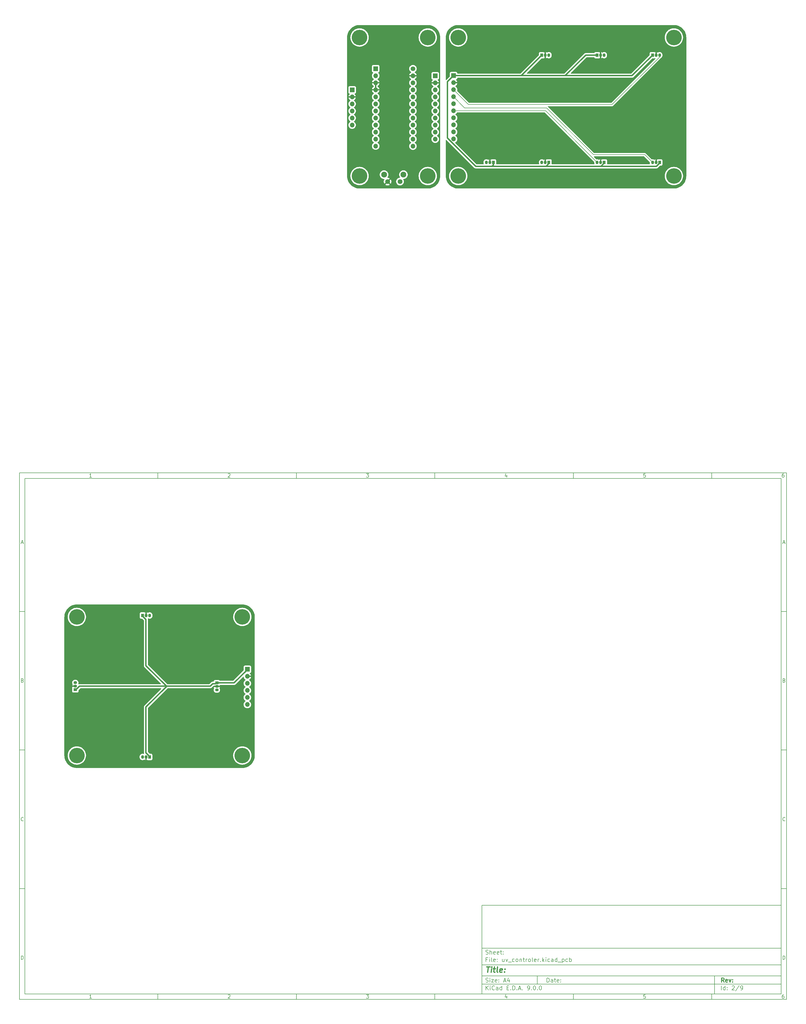
<source format=gbr>
%TF.GenerationSoftware,KiCad,Pcbnew,9.0.0*%
%TF.CreationDate,2025-06-04T23:26:29+02:00*%
%TF.ProjectId,uv_controler,75765f63-6f6e-4747-926f-6c65722e6b69,rev?*%
%TF.SameCoordinates,Original*%
%TF.FileFunction,Copper,L2,Bot*%
%TF.FilePolarity,Positive*%
%FSLAX46Y46*%
G04 Gerber Fmt 4.6, Leading zero omitted, Abs format (unit mm)*
G04 Created by KiCad (PCBNEW 9.0.0) date 2025-06-04 23:26:29*
%MOMM*%
%LPD*%
G01*
G04 APERTURE LIST*
%ADD10C,0.100000*%
%ADD11C,0.150000*%
%ADD12C,0.300000*%
%ADD13C,0.400000*%
%TA.AperFunction,ComponentPad*%
%ADD14C,5.600000*%
%TD*%
%TA.AperFunction,ComponentPad*%
%ADD15R,1.300000X1.050000*%
%TD*%
%TA.AperFunction,ComponentPad*%
%ADD16O,1.300000X1.050000*%
%TD*%
%TA.AperFunction,ComponentPad*%
%ADD17R,1.700000X1.700000*%
%TD*%
%TA.AperFunction,ComponentPad*%
%ADD18O,1.700000X1.700000*%
%TD*%
%TA.AperFunction,ComponentPad*%
%ADD19R,1.050000X1.300000*%
%TD*%
%TA.AperFunction,ComponentPad*%
%ADD20O,1.050000X1.300000*%
%TD*%
%TA.AperFunction,ComponentPad*%
%ADD21C,1.700000*%
%TD*%
%TA.AperFunction,ComponentPad*%
%ADD22C,2.100000*%
%TD*%
%TA.AperFunction,ComponentPad*%
%ADD23C,1.750000*%
%TD*%
%TA.AperFunction,Conductor*%
%ADD24C,0.200000*%
%TD*%
%TA.AperFunction,Conductor*%
%ADD25C,0.500000*%
%TD*%
G04 APERTURE END LIST*
D10*
D11*
X177002200Y-166007200D02*
X285002200Y-166007200D01*
X285002200Y-198007200D01*
X177002200Y-198007200D01*
X177002200Y-166007200D01*
D10*
D11*
X10000000Y-10000000D02*
X287002200Y-10000000D01*
X287002200Y-200007200D01*
X10000000Y-200007200D01*
X10000000Y-10000000D01*
D10*
D11*
X12000000Y-12000000D02*
X285002200Y-12000000D01*
X285002200Y-198007200D01*
X12000000Y-198007200D01*
X12000000Y-12000000D01*
D10*
D11*
X60000000Y-12000000D02*
X60000000Y-10000000D01*
D10*
D11*
X110000000Y-12000000D02*
X110000000Y-10000000D01*
D10*
D11*
X160000000Y-12000000D02*
X160000000Y-10000000D01*
D10*
D11*
X210000000Y-12000000D02*
X210000000Y-10000000D01*
D10*
D11*
X260000000Y-12000000D02*
X260000000Y-10000000D01*
D10*
D11*
X36089160Y-11593604D02*
X35346303Y-11593604D01*
X35717731Y-11593604D02*
X35717731Y-10293604D01*
X35717731Y-10293604D02*
X35593922Y-10479319D01*
X35593922Y-10479319D02*
X35470112Y-10603128D01*
X35470112Y-10603128D02*
X35346303Y-10665033D01*
D10*
D11*
X85346303Y-10417414D02*
X85408207Y-10355509D01*
X85408207Y-10355509D02*
X85532017Y-10293604D01*
X85532017Y-10293604D02*
X85841541Y-10293604D01*
X85841541Y-10293604D02*
X85965350Y-10355509D01*
X85965350Y-10355509D02*
X86027255Y-10417414D01*
X86027255Y-10417414D02*
X86089160Y-10541223D01*
X86089160Y-10541223D02*
X86089160Y-10665033D01*
X86089160Y-10665033D02*
X86027255Y-10850747D01*
X86027255Y-10850747D02*
X85284398Y-11593604D01*
X85284398Y-11593604D02*
X86089160Y-11593604D01*
D10*
D11*
X135284398Y-10293604D02*
X136089160Y-10293604D01*
X136089160Y-10293604D02*
X135655826Y-10788842D01*
X135655826Y-10788842D02*
X135841541Y-10788842D01*
X135841541Y-10788842D02*
X135965350Y-10850747D01*
X135965350Y-10850747D02*
X136027255Y-10912652D01*
X136027255Y-10912652D02*
X136089160Y-11036461D01*
X136089160Y-11036461D02*
X136089160Y-11345985D01*
X136089160Y-11345985D02*
X136027255Y-11469795D01*
X136027255Y-11469795D02*
X135965350Y-11531700D01*
X135965350Y-11531700D02*
X135841541Y-11593604D01*
X135841541Y-11593604D02*
X135470112Y-11593604D01*
X135470112Y-11593604D02*
X135346303Y-11531700D01*
X135346303Y-11531700D02*
X135284398Y-11469795D01*
D10*
D11*
X185965350Y-10726938D02*
X185965350Y-11593604D01*
X185655826Y-10231700D02*
X185346303Y-11160271D01*
X185346303Y-11160271D02*
X186151064Y-11160271D01*
D10*
D11*
X236027255Y-10293604D02*
X235408207Y-10293604D01*
X235408207Y-10293604D02*
X235346303Y-10912652D01*
X235346303Y-10912652D02*
X235408207Y-10850747D01*
X235408207Y-10850747D02*
X235532017Y-10788842D01*
X235532017Y-10788842D02*
X235841541Y-10788842D01*
X235841541Y-10788842D02*
X235965350Y-10850747D01*
X235965350Y-10850747D02*
X236027255Y-10912652D01*
X236027255Y-10912652D02*
X236089160Y-11036461D01*
X236089160Y-11036461D02*
X236089160Y-11345985D01*
X236089160Y-11345985D02*
X236027255Y-11469795D01*
X236027255Y-11469795D02*
X235965350Y-11531700D01*
X235965350Y-11531700D02*
X235841541Y-11593604D01*
X235841541Y-11593604D02*
X235532017Y-11593604D01*
X235532017Y-11593604D02*
X235408207Y-11531700D01*
X235408207Y-11531700D02*
X235346303Y-11469795D01*
D10*
D11*
X285965350Y-10293604D02*
X285717731Y-10293604D01*
X285717731Y-10293604D02*
X285593922Y-10355509D01*
X285593922Y-10355509D02*
X285532017Y-10417414D01*
X285532017Y-10417414D02*
X285408207Y-10603128D01*
X285408207Y-10603128D02*
X285346303Y-10850747D01*
X285346303Y-10850747D02*
X285346303Y-11345985D01*
X285346303Y-11345985D02*
X285408207Y-11469795D01*
X285408207Y-11469795D02*
X285470112Y-11531700D01*
X285470112Y-11531700D02*
X285593922Y-11593604D01*
X285593922Y-11593604D02*
X285841541Y-11593604D01*
X285841541Y-11593604D02*
X285965350Y-11531700D01*
X285965350Y-11531700D02*
X286027255Y-11469795D01*
X286027255Y-11469795D02*
X286089160Y-11345985D01*
X286089160Y-11345985D02*
X286089160Y-11036461D01*
X286089160Y-11036461D02*
X286027255Y-10912652D01*
X286027255Y-10912652D02*
X285965350Y-10850747D01*
X285965350Y-10850747D02*
X285841541Y-10788842D01*
X285841541Y-10788842D02*
X285593922Y-10788842D01*
X285593922Y-10788842D02*
X285470112Y-10850747D01*
X285470112Y-10850747D02*
X285408207Y-10912652D01*
X285408207Y-10912652D02*
X285346303Y-11036461D01*
D10*
D11*
X60000000Y-198007200D02*
X60000000Y-200007200D01*
D10*
D11*
X110000000Y-198007200D02*
X110000000Y-200007200D01*
D10*
D11*
X160000000Y-198007200D02*
X160000000Y-200007200D01*
D10*
D11*
X210000000Y-198007200D02*
X210000000Y-200007200D01*
D10*
D11*
X260000000Y-198007200D02*
X260000000Y-200007200D01*
D10*
D11*
X36089160Y-199600804D02*
X35346303Y-199600804D01*
X35717731Y-199600804D02*
X35717731Y-198300804D01*
X35717731Y-198300804D02*
X35593922Y-198486519D01*
X35593922Y-198486519D02*
X35470112Y-198610328D01*
X35470112Y-198610328D02*
X35346303Y-198672233D01*
D10*
D11*
X85346303Y-198424614D02*
X85408207Y-198362709D01*
X85408207Y-198362709D02*
X85532017Y-198300804D01*
X85532017Y-198300804D02*
X85841541Y-198300804D01*
X85841541Y-198300804D02*
X85965350Y-198362709D01*
X85965350Y-198362709D02*
X86027255Y-198424614D01*
X86027255Y-198424614D02*
X86089160Y-198548423D01*
X86089160Y-198548423D02*
X86089160Y-198672233D01*
X86089160Y-198672233D02*
X86027255Y-198857947D01*
X86027255Y-198857947D02*
X85284398Y-199600804D01*
X85284398Y-199600804D02*
X86089160Y-199600804D01*
D10*
D11*
X135284398Y-198300804D02*
X136089160Y-198300804D01*
X136089160Y-198300804D02*
X135655826Y-198796042D01*
X135655826Y-198796042D02*
X135841541Y-198796042D01*
X135841541Y-198796042D02*
X135965350Y-198857947D01*
X135965350Y-198857947D02*
X136027255Y-198919852D01*
X136027255Y-198919852D02*
X136089160Y-199043661D01*
X136089160Y-199043661D02*
X136089160Y-199353185D01*
X136089160Y-199353185D02*
X136027255Y-199476995D01*
X136027255Y-199476995D02*
X135965350Y-199538900D01*
X135965350Y-199538900D02*
X135841541Y-199600804D01*
X135841541Y-199600804D02*
X135470112Y-199600804D01*
X135470112Y-199600804D02*
X135346303Y-199538900D01*
X135346303Y-199538900D02*
X135284398Y-199476995D01*
D10*
D11*
X185965350Y-198734138D02*
X185965350Y-199600804D01*
X185655826Y-198238900D02*
X185346303Y-199167471D01*
X185346303Y-199167471D02*
X186151064Y-199167471D01*
D10*
D11*
X236027255Y-198300804D02*
X235408207Y-198300804D01*
X235408207Y-198300804D02*
X235346303Y-198919852D01*
X235346303Y-198919852D02*
X235408207Y-198857947D01*
X235408207Y-198857947D02*
X235532017Y-198796042D01*
X235532017Y-198796042D02*
X235841541Y-198796042D01*
X235841541Y-198796042D02*
X235965350Y-198857947D01*
X235965350Y-198857947D02*
X236027255Y-198919852D01*
X236027255Y-198919852D02*
X236089160Y-199043661D01*
X236089160Y-199043661D02*
X236089160Y-199353185D01*
X236089160Y-199353185D02*
X236027255Y-199476995D01*
X236027255Y-199476995D02*
X235965350Y-199538900D01*
X235965350Y-199538900D02*
X235841541Y-199600804D01*
X235841541Y-199600804D02*
X235532017Y-199600804D01*
X235532017Y-199600804D02*
X235408207Y-199538900D01*
X235408207Y-199538900D02*
X235346303Y-199476995D01*
D10*
D11*
X285965350Y-198300804D02*
X285717731Y-198300804D01*
X285717731Y-198300804D02*
X285593922Y-198362709D01*
X285593922Y-198362709D02*
X285532017Y-198424614D01*
X285532017Y-198424614D02*
X285408207Y-198610328D01*
X285408207Y-198610328D02*
X285346303Y-198857947D01*
X285346303Y-198857947D02*
X285346303Y-199353185D01*
X285346303Y-199353185D02*
X285408207Y-199476995D01*
X285408207Y-199476995D02*
X285470112Y-199538900D01*
X285470112Y-199538900D02*
X285593922Y-199600804D01*
X285593922Y-199600804D02*
X285841541Y-199600804D01*
X285841541Y-199600804D02*
X285965350Y-199538900D01*
X285965350Y-199538900D02*
X286027255Y-199476995D01*
X286027255Y-199476995D02*
X286089160Y-199353185D01*
X286089160Y-199353185D02*
X286089160Y-199043661D01*
X286089160Y-199043661D02*
X286027255Y-198919852D01*
X286027255Y-198919852D02*
X285965350Y-198857947D01*
X285965350Y-198857947D02*
X285841541Y-198796042D01*
X285841541Y-198796042D02*
X285593922Y-198796042D01*
X285593922Y-198796042D02*
X285470112Y-198857947D01*
X285470112Y-198857947D02*
X285408207Y-198919852D01*
X285408207Y-198919852D02*
X285346303Y-199043661D01*
D10*
D11*
X10000000Y-60000000D02*
X12000000Y-60000000D01*
D10*
D11*
X10000000Y-110000000D02*
X12000000Y-110000000D01*
D10*
D11*
X10000000Y-160000000D02*
X12000000Y-160000000D01*
D10*
D11*
X10690476Y-35222176D02*
X11309523Y-35222176D01*
X10566666Y-35593604D02*
X10999999Y-34293604D01*
X10999999Y-34293604D02*
X11433333Y-35593604D01*
D10*
D11*
X11092857Y-84912652D02*
X11278571Y-84974557D01*
X11278571Y-84974557D02*
X11340476Y-85036461D01*
X11340476Y-85036461D02*
X11402380Y-85160271D01*
X11402380Y-85160271D02*
X11402380Y-85345985D01*
X11402380Y-85345985D02*
X11340476Y-85469795D01*
X11340476Y-85469795D02*
X11278571Y-85531700D01*
X11278571Y-85531700D02*
X11154761Y-85593604D01*
X11154761Y-85593604D02*
X10659523Y-85593604D01*
X10659523Y-85593604D02*
X10659523Y-84293604D01*
X10659523Y-84293604D02*
X11092857Y-84293604D01*
X11092857Y-84293604D02*
X11216666Y-84355509D01*
X11216666Y-84355509D02*
X11278571Y-84417414D01*
X11278571Y-84417414D02*
X11340476Y-84541223D01*
X11340476Y-84541223D02*
X11340476Y-84665033D01*
X11340476Y-84665033D02*
X11278571Y-84788842D01*
X11278571Y-84788842D02*
X11216666Y-84850747D01*
X11216666Y-84850747D02*
X11092857Y-84912652D01*
X11092857Y-84912652D02*
X10659523Y-84912652D01*
D10*
D11*
X11402380Y-135469795D02*
X11340476Y-135531700D01*
X11340476Y-135531700D02*
X11154761Y-135593604D01*
X11154761Y-135593604D02*
X11030952Y-135593604D01*
X11030952Y-135593604D02*
X10845238Y-135531700D01*
X10845238Y-135531700D02*
X10721428Y-135407890D01*
X10721428Y-135407890D02*
X10659523Y-135284080D01*
X10659523Y-135284080D02*
X10597619Y-135036461D01*
X10597619Y-135036461D02*
X10597619Y-134850747D01*
X10597619Y-134850747D02*
X10659523Y-134603128D01*
X10659523Y-134603128D02*
X10721428Y-134479319D01*
X10721428Y-134479319D02*
X10845238Y-134355509D01*
X10845238Y-134355509D02*
X11030952Y-134293604D01*
X11030952Y-134293604D02*
X11154761Y-134293604D01*
X11154761Y-134293604D02*
X11340476Y-134355509D01*
X11340476Y-134355509D02*
X11402380Y-134417414D01*
D10*
D11*
X10659523Y-185593604D02*
X10659523Y-184293604D01*
X10659523Y-184293604D02*
X10969047Y-184293604D01*
X10969047Y-184293604D02*
X11154761Y-184355509D01*
X11154761Y-184355509D02*
X11278571Y-184479319D01*
X11278571Y-184479319D02*
X11340476Y-184603128D01*
X11340476Y-184603128D02*
X11402380Y-184850747D01*
X11402380Y-184850747D02*
X11402380Y-185036461D01*
X11402380Y-185036461D02*
X11340476Y-185284080D01*
X11340476Y-185284080D02*
X11278571Y-185407890D01*
X11278571Y-185407890D02*
X11154761Y-185531700D01*
X11154761Y-185531700D02*
X10969047Y-185593604D01*
X10969047Y-185593604D02*
X10659523Y-185593604D01*
D10*
D11*
X287002200Y-60000000D02*
X285002200Y-60000000D01*
D10*
D11*
X287002200Y-110000000D02*
X285002200Y-110000000D01*
D10*
D11*
X287002200Y-160000000D02*
X285002200Y-160000000D01*
D10*
D11*
X285692676Y-35222176D02*
X286311723Y-35222176D01*
X285568866Y-35593604D02*
X286002199Y-34293604D01*
X286002199Y-34293604D02*
X286435533Y-35593604D01*
D10*
D11*
X286095057Y-84912652D02*
X286280771Y-84974557D01*
X286280771Y-84974557D02*
X286342676Y-85036461D01*
X286342676Y-85036461D02*
X286404580Y-85160271D01*
X286404580Y-85160271D02*
X286404580Y-85345985D01*
X286404580Y-85345985D02*
X286342676Y-85469795D01*
X286342676Y-85469795D02*
X286280771Y-85531700D01*
X286280771Y-85531700D02*
X286156961Y-85593604D01*
X286156961Y-85593604D02*
X285661723Y-85593604D01*
X285661723Y-85593604D02*
X285661723Y-84293604D01*
X285661723Y-84293604D02*
X286095057Y-84293604D01*
X286095057Y-84293604D02*
X286218866Y-84355509D01*
X286218866Y-84355509D02*
X286280771Y-84417414D01*
X286280771Y-84417414D02*
X286342676Y-84541223D01*
X286342676Y-84541223D02*
X286342676Y-84665033D01*
X286342676Y-84665033D02*
X286280771Y-84788842D01*
X286280771Y-84788842D02*
X286218866Y-84850747D01*
X286218866Y-84850747D02*
X286095057Y-84912652D01*
X286095057Y-84912652D02*
X285661723Y-84912652D01*
D10*
D11*
X286404580Y-135469795D02*
X286342676Y-135531700D01*
X286342676Y-135531700D02*
X286156961Y-135593604D01*
X286156961Y-135593604D02*
X286033152Y-135593604D01*
X286033152Y-135593604D02*
X285847438Y-135531700D01*
X285847438Y-135531700D02*
X285723628Y-135407890D01*
X285723628Y-135407890D02*
X285661723Y-135284080D01*
X285661723Y-135284080D02*
X285599819Y-135036461D01*
X285599819Y-135036461D02*
X285599819Y-134850747D01*
X285599819Y-134850747D02*
X285661723Y-134603128D01*
X285661723Y-134603128D02*
X285723628Y-134479319D01*
X285723628Y-134479319D02*
X285847438Y-134355509D01*
X285847438Y-134355509D02*
X286033152Y-134293604D01*
X286033152Y-134293604D02*
X286156961Y-134293604D01*
X286156961Y-134293604D02*
X286342676Y-134355509D01*
X286342676Y-134355509D02*
X286404580Y-134417414D01*
D10*
D11*
X285661723Y-185593604D02*
X285661723Y-184293604D01*
X285661723Y-184293604D02*
X285971247Y-184293604D01*
X285971247Y-184293604D02*
X286156961Y-184355509D01*
X286156961Y-184355509D02*
X286280771Y-184479319D01*
X286280771Y-184479319D02*
X286342676Y-184603128D01*
X286342676Y-184603128D02*
X286404580Y-184850747D01*
X286404580Y-184850747D02*
X286404580Y-185036461D01*
X286404580Y-185036461D02*
X286342676Y-185284080D01*
X286342676Y-185284080D02*
X286280771Y-185407890D01*
X286280771Y-185407890D02*
X286156961Y-185531700D01*
X286156961Y-185531700D02*
X285971247Y-185593604D01*
X285971247Y-185593604D02*
X285661723Y-185593604D01*
D10*
D11*
X200458026Y-193793328D02*
X200458026Y-192293328D01*
X200458026Y-192293328D02*
X200815169Y-192293328D01*
X200815169Y-192293328D02*
X201029455Y-192364757D01*
X201029455Y-192364757D02*
X201172312Y-192507614D01*
X201172312Y-192507614D02*
X201243741Y-192650471D01*
X201243741Y-192650471D02*
X201315169Y-192936185D01*
X201315169Y-192936185D02*
X201315169Y-193150471D01*
X201315169Y-193150471D02*
X201243741Y-193436185D01*
X201243741Y-193436185D02*
X201172312Y-193579042D01*
X201172312Y-193579042D02*
X201029455Y-193721900D01*
X201029455Y-193721900D02*
X200815169Y-193793328D01*
X200815169Y-193793328D02*
X200458026Y-193793328D01*
X202600884Y-193793328D02*
X202600884Y-193007614D01*
X202600884Y-193007614D02*
X202529455Y-192864757D01*
X202529455Y-192864757D02*
X202386598Y-192793328D01*
X202386598Y-192793328D02*
X202100884Y-192793328D01*
X202100884Y-192793328D02*
X201958026Y-192864757D01*
X202600884Y-193721900D02*
X202458026Y-193793328D01*
X202458026Y-193793328D02*
X202100884Y-193793328D01*
X202100884Y-193793328D02*
X201958026Y-193721900D01*
X201958026Y-193721900D02*
X201886598Y-193579042D01*
X201886598Y-193579042D02*
X201886598Y-193436185D01*
X201886598Y-193436185D02*
X201958026Y-193293328D01*
X201958026Y-193293328D02*
X202100884Y-193221900D01*
X202100884Y-193221900D02*
X202458026Y-193221900D01*
X202458026Y-193221900D02*
X202600884Y-193150471D01*
X203100884Y-192793328D02*
X203672312Y-192793328D01*
X203315169Y-192293328D02*
X203315169Y-193579042D01*
X203315169Y-193579042D02*
X203386598Y-193721900D01*
X203386598Y-193721900D02*
X203529455Y-193793328D01*
X203529455Y-193793328D02*
X203672312Y-193793328D01*
X204743741Y-193721900D02*
X204600884Y-193793328D01*
X204600884Y-193793328D02*
X204315170Y-193793328D01*
X204315170Y-193793328D02*
X204172312Y-193721900D01*
X204172312Y-193721900D02*
X204100884Y-193579042D01*
X204100884Y-193579042D02*
X204100884Y-193007614D01*
X204100884Y-193007614D02*
X204172312Y-192864757D01*
X204172312Y-192864757D02*
X204315170Y-192793328D01*
X204315170Y-192793328D02*
X204600884Y-192793328D01*
X204600884Y-192793328D02*
X204743741Y-192864757D01*
X204743741Y-192864757D02*
X204815170Y-193007614D01*
X204815170Y-193007614D02*
X204815170Y-193150471D01*
X204815170Y-193150471D02*
X204100884Y-193293328D01*
X205458026Y-193650471D02*
X205529455Y-193721900D01*
X205529455Y-193721900D02*
X205458026Y-193793328D01*
X205458026Y-193793328D02*
X205386598Y-193721900D01*
X205386598Y-193721900D02*
X205458026Y-193650471D01*
X205458026Y-193650471D02*
X205458026Y-193793328D01*
X205458026Y-192864757D02*
X205529455Y-192936185D01*
X205529455Y-192936185D02*
X205458026Y-193007614D01*
X205458026Y-193007614D02*
X205386598Y-192936185D01*
X205386598Y-192936185D02*
X205458026Y-192864757D01*
X205458026Y-192864757D02*
X205458026Y-193007614D01*
D10*
D11*
X177002200Y-194507200D02*
X285002200Y-194507200D01*
D10*
D11*
X178458026Y-196593328D02*
X178458026Y-195093328D01*
X179315169Y-196593328D02*
X178672312Y-195736185D01*
X179315169Y-195093328D02*
X178458026Y-195950471D01*
X179958026Y-196593328D02*
X179958026Y-195593328D01*
X179958026Y-195093328D02*
X179886598Y-195164757D01*
X179886598Y-195164757D02*
X179958026Y-195236185D01*
X179958026Y-195236185D02*
X180029455Y-195164757D01*
X180029455Y-195164757D02*
X179958026Y-195093328D01*
X179958026Y-195093328D02*
X179958026Y-195236185D01*
X181529455Y-196450471D02*
X181458027Y-196521900D01*
X181458027Y-196521900D02*
X181243741Y-196593328D01*
X181243741Y-196593328D02*
X181100884Y-196593328D01*
X181100884Y-196593328D02*
X180886598Y-196521900D01*
X180886598Y-196521900D02*
X180743741Y-196379042D01*
X180743741Y-196379042D02*
X180672312Y-196236185D01*
X180672312Y-196236185D02*
X180600884Y-195950471D01*
X180600884Y-195950471D02*
X180600884Y-195736185D01*
X180600884Y-195736185D02*
X180672312Y-195450471D01*
X180672312Y-195450471D02*
X180743741Y-195307614D01*
X180743741Y-195307614D02*
X180886598Y-195164757D01*
X180886598Y-195164757D02*
X181100884Y-195093328D01*
X181100884Y-195093328D02*
X181243741Y-195093328D01*
X181243741Y-195093328D02*
X181458027Y-195164757D01*
X181458027Y-195164757D02*
X181529455Y-195236185D01*
X182815170Y-196593328D02*
X182815170Y-195807614D01*
X182815170Y-195807614D02*
X182743741Y-195664757D01*
X182743741Y-195664757D02*
X182600884Y-195593328D01*
X182600884Y-195593328D02*
X182315170Y-195593328D01*
X182315170Y-195593328D02*
X182172312Y-195664757D01*
X182815170Y-196521900D02*
X182672312Y-196593328D01*
X182672312Y-196593328D02*
X182315170Y-196593328D01*
X182315170Y-196593328D02*
X182172312Y-196521900D01*
X182172312Y-196521900D02*
X182100884Y-196379042D01*
X182100884Y-196379042D02*
X182100884Y-196236185D01*
X182100884Y-196236185D02*
X182172312Y-196093328D01*
X182172312Y-196093328D02*
X182315170Y-196021900D01*
X182315170Y-196021900D02*
X182672312Y-196021900D01*
X182672312Y-196021900D02*
X182815170Y-195950471D01*
X184172313Y-196593328D02*
X184172313Y-195093328D01*
X184172313Y-196521900D02*
X184029455Y-196593328D01*
X184029455Y-196593328D02*
X183743741Y-196593328D01*
X183743741Y-196593328D02*
X183600884Y-196521900D01*
X183600884Y-196521900D02*
X183529455Y-196450471D01*
X183529455Y-196450471D02*
X183458027Y-196307614D01*
X183458027Y-196307614D02*
X183458027Y-195879042D01*
X183458027Y-195879042D02*
X183529455Y-195736185D01*
X183529455Y-195736185D02*
X183600884Y-195664757D01*
X183600884Y-195664757D02*
X183743741Y-195593328D01*
X183743741Y-195593328D02*
X184029455Y-195593328D01*
X184029455Y-195593328D02*
X184172313Y-195664757D01*
X186029455Y-195807614D02*
X186529455Y-195807614D01*
X186743741Y-196593328D02*
X186029455Y-196593328D01*
X186029455Y-196593328D02*
X186029455Y-195093328D01*
X186029455Y-195093328D02*
X186743741Y-195093328D01*
X187386598Y-196450471D02*
X187458027Y-196521900D01*
X187458027Y-196521900D02*
X187386598Y-196593328D01*
X187386598Y-196593328D02*
X187315170Y-196521900D01*
X187315170Y-196521900D02*
X187386598Y-196450471D01*
X187386598Y-196450471D02*
X187386598Y-196593328D01*
X188100884Y-196593328D02*
X188100884Y-195093328D01*
X188100884Y-195093328D02*
X188458027Y-195093328D01*
X188458027Y-195093328D02*
X188672313Y-195164757D01*
X188672313Y-195164757D02*
X188815170Y-195307614D01*
X188815170Y-195307614D02*
X188886599Y-195450471D01*
X188886599Y-195450471D02*
X188958027Y-195736185D01*
X188958027Y-195736185D02*
X188958027Y-195950471D01*
X188958027Y-195950471D02*
X188886599Y-196236185D01*
X188886599Y-196236185D02*
X188815170Y-196379042D01*
X188815170Y-196379042D02*
X188672313Y-196521900D01*
X188672313Y-196521900D02*
X188458027Y-196593328D01*
X188458027Y-196593328D02*
X188100884Y-196593328D01*
X189600884Y-196450471D02*
X189672313Y-196521900D01*
X189672313Y-196521900D02*
X189600884Y-196593328D01*
X189600884Y-196593328D02*
X189529456Y-196521900D01*
X189529456Y-196521900D02*
X189600884Y-196450471D01*
X189600884Y-196450471D02*
X189600884Y-196593328D01*
X190243742Y-196164757D02*
X190958028Y-196164757D01*
X190100885Y-196593328D02*
X190600885Y-195093328D01*
X190600885Y-195093328D02*
X191100885Y-196593328D01*
X191600884Y-196450471D02*
X191672313Y-196521900D01*
X191672313Y-196521900D02*
X191600884Y-196593328D01*
X191600884Y-196593328D02*
X191529456Y-196521900D01*
X191529456Y-196521900D02*
X191600884Y-196450471D01*
X191600884Y-196450471D02*
X191600884Y-196593328D01*
X193529456Y-196593328D02*
X193815170Y-196593328D01*
X193815170Y-196593328D02*
X193958027Y-196521900D01*
X193958027Y-196521900D02*
X194029456Y-196450471D01*
X194029456Y-196450471D02*
X194172313Y-196236185D01*
X194172313Y-196236185D02*
X194243742Y-195950471D01*
X194243742Y-195950471D02*
X194243742Y-195379042D01*
X194243742Y-195379042D02*
X194172313Y-195236185D01*
X194172313Y-195236185D02*
X194100885Y-195164757D01*
X194100885Y-195164757D02*
X193958027Y-195093328D01*
X193958027Y-195093328D02*
X193672313Y-195093328D01*
X193672313Y-195093328D02*
X193529456Y-195164757D01*
X193529456Y-195164757D02*
X193458027Y-195236185D01*
X193458027Y-195236185D02*
X193386599Y-195379042D01*
X193386599Y-195379042D02*
X193386599Y-195736185D01*
X193386599Y-195736185D02*
X193458027Y-195879042D01*
X193458027Y-195879042D02*
X193529456Y-195950471D01*
X193529456Y-195950471D02*
X193672313Y-196021900D01*
X193672313Y-196021900D02*
X193958027Y-196021900D01*
X193958027Y-196021900D02*
X194100885Y-195950471D01*
X194100885Y-195950471D02*
X194172313Y-195879042D01*
X194172313Y-195879042D02*
X194243742Y-195736185D01*
X194886598Y-196450471D02*
X194958027Y-196521900D01*
X194958027Y-196521900D02*
X194886598Y-196593328D01*
X194886598Y-196593328D02*
X194815170Y-196521900D01*
X194815170Y-196521900D02*
X194886598Y-196450471D01*
X194886598Y-196450471D02*
X194886598Y-196593328D01*
X195886599Y-195093328D02*
X196029456Y-195093328D01*
X196029456Y-195093328D02*
X196172313Y-195164757D01*
X196172313Y-195164757D02*
X196243742Y-195236185D01*
X196243742Y-195236185D02*
X196315170Y-195379042D01*
X196315170Y-195379042D02*
X196386599Y-195664757D01*
X196386599Y-195664757D02*
X196386599Y-196021900D01*
X196386599Y-196021900D02*
X196315170Y-196307614D01*
X196315170Y-196307614D02*
X196243742Y-196450471D01*
X196243742Y-196450471D02*
X196172313Y-196521900D01*
X196172313Y-196521900D02*
X196029456Y-196593328D01*
X196029456Y-196593328D02*
X195886599Y-196593328D01*
X195886599Y-196593328D02*
X195743742Y-196521900D01*
X195743742Y-196521900D02*
X195672313Y-196450471D01*
X195672313Y-196450471D02*
X195600884Y-196307614D01*
X195600884Y-196307614D02*
X195529456Y-196021900D01*
X195529456Y-196021900D02*
X195529456Y-195664757D01*
X195529456Y-195664757D02*
X195600884Y-195379042D01*
X195600884Y-195379042D02*
X195672313Y-195236185D01*
X195672313Y-195236185D02*
X195743742Y-195164757D01*
X195743742Y-195164757D02*
X195886599Y-195093328D01*
X197029455Y-196450471D02*
X197100884Y-196521900D01*
X197100884Y-196521900D02*
X197029455Y-196593328D01*
X197029455Y-196593328D02*
X196958027Y-196521900D01*
X196958027Y-196521900D02*
X197029455Y-196450471D01*
X197029455Y-196450471D02*
X197029455Y-196593328D01*
X198029456Y-195093328D02*
X198172313Y-195093328D01*
X198172313Y-195093328D02*
X198315170Y-195164757D01*
X198315170Y-195164757D02*
X198386599Y-195236185D01*
X198386599Y-195236185D02*
X198458027Y-195379042D01*
X198458027Y-195379042D02*
X198529456Y-195664757D01*
X198529456Y-195664757D02*
X198529456Y-196021900D01*
X198529456Y-196021900D02*
X198458027Y-196307614D01*
X198458027Y-196307614D02*
X198386599Y-196450471D01*
X198386599Y-196450471D02*
X198315170Y-196521900D01*
X198315170Y-196521900D02*
X198172313Y-196593328D01*
X198172313Y-196593328D02*
X198029456Y-196593328D01*
X198029456Y-196593328D02*
X197886599Y-196521900D01*
X197886599Y-196521900D02*
X197815170Y-196450471D01*
X197815170Y-196450471D02*
X197743741Y-196307614D01*
X197743741Y-196307614D02*
X197672313Y-196021900D01*
X197672313Y-196021900D02*
X197672313Y-195664757D01*
X197672313Y-195664757D02*
X197743741Y-195379042D01*
X197743741Y-195379042D02*
X197815170Y-195236185D01*
X197815170Y-195236185D02*
X197886599Y-195164757D01*
X197886599Y-195164757D02*
X198029456Y-195093328D01*
D10*
D11*
X177002200Y-191507200D02*
X285002200Y-191507200D01*
D10*
D12*
X264413853Y-193785528D02*
X263913853Y-193071242D01*
X263556710Y-193785528D02*
X263556710Y-192285528D01*
X263556710Y-192285528D02*
X264128139Y-192285528D01*
X264128139Y-192285528D02*
X264270996Y-192356957D01*
X264270996Y-192356957D02*
X264342425Y-192428385D01*
X264342425Y-192428385D02*
X264413853Y-192571242D01*
X264413853Y-192571242D02*
X264413853Y-192785528D01*
X264413853Y-192785528D02*
X264342425Y-192928385D01*
X264342425Y-192928385D02*
X264270996Y-192999814D01*
X264270996Y-192999814D02*
X264128139Y-193071242D01*
X264128139Y-193071242D02*
X263556710Y-193071242D01*
X265628139Y-193714100D02*
X265485282Y-193785528D01*
X265485282Y-193785528D02*
X265199568Y-193785528D01*
X265199568Y-193785528D02*
X265056710Y-193714100D01*
X265056710Y-193714100D02*
X264985282Y-193571242D01*
X264985282Y-193571242D02*
X264985282Y-192999814D01*
X264985282Y-192999814D02*
X265056710Y-192856957D01*
X265056710Y-192856957D02*
X265199568Y-192785528D01*
X265199568Y-192785528D02*
X265485282Y-192785528D01*
X265485282Y-192785528D02*
X265628139Y-192856957D01*
X265628139Y-192856957D02*
X265699568Y-192999814D01*
X265699568Y-192999814D02*
X265699568Y-193142671D01*
X265699568Y-193142671D02*
X264985282Y-193285528D01*
X266199567Y-192785528D02*
X266556710Y-193785528D01*
X266556710Y-193785528D02*
X266913853Y-192785528D01*
X267485281Y-193642671D02*
X267556710Y-193714100D01*
X267556710Y-193714100D02*
X267485281Y-193785528D01*
X267485281Y-193785528D02*
X267413853Y-193714100D01*
X267413853Y-193714100D02*
X267485281Y-193642671D01*
X267485281Y-193642671D02*
X267485281Y-193785528D01*
X267485281Y-192856957D02*
X267556710Y-192928385D01*
X267556710Y-192928385D02*
X267485281Y-192999814D01*
X267485281Y-192999814D02*
X267413853Y-192928385D01*
X267413853Y-192928385D02*
X267485281Y-192856957D01*
X267485281Y-192856957D02*
X267485281Y-192999814D01*
D10*
D11*
X178386598Y-193721900D02*
X178600884Y-193793328D01*
X178600884Y-193793328D02*
X178958026Y-193793328D01*
X178958026Y-193793328D02*
X179100884Y-193721900D01*
X179100884Y-193721900D02*
X179172312Y-193650471D01*
X179172312Y-193650471D02*
X179243741Y-193507614D01*
X179243741Y-193507614D02*
X179243741Y-193364757D01*
X179243741Y-193364757D02*
X179172312Y-193221900D01*
X179172312Y-193221900D02*
X179100884Y-193150471D01*
X179100884Y-193150471D02*
X178958026Y-193079042D01*
X178958026Y-193079042D02*
X178672312Y-193007614D01*
X178672312Y-193007614D02*
X178529455Y-192936185D01*
X178529455Y-192936185D02*
X178458026Y-192864757D01*
X178458026Y-192864757D02*
X178386598Y-192721900D01*
X178386598Y-192721900D02*
X178386598Y-192579042D01*
X178386598Y-192579042D02*
X178458026Y-192436185D01*
X178458026Y-192436185D02*
X178529455Y-192364757D01*
X178529455Y-192364757D02*
X178672312Y-192293328D01*
X178672312Y-192293328D02*
X179029455Y-192293328D01*
X179029455Y-192293328D02*
X179243741Y-192364757D01*
X179886597Y-193793328D02*
X179886597Y-192793328D01*
X179886597Y-192293328D02*
X179815169Y-192364757D01*
X179815169Y-192364757D02*
X179886597Y-192436185D01*
X179886597Y-192436185D02*
X179958026Y-192364757D01*
X179958026Y-192364757D02*
X179886597Y-192293328D01*
X179886597Y-192293328D02*
X179886597Y-192436185D01*
X180458026Y-192793328D02*
X181243741Y-192793328D01*
X181243741Y-192793328D02*
X180458026Y-193793328D01*
X180458026Y-193793328D02*
X181243741Y-193793328D01*
X182386598Y-193721900D02*
X182243741Y-193793328D01*
X182243741Y-193793328D02*
X181958027Y-193793328D01*
X181958027Y-193793328D02*
X181815169Y-193721900D01*
X181815169Y-193721900D02*
X181743741Y-193579042D01*
X181743741Y-193579042D02*
X181743741Y-193007614D01*
X181743741Y-193007614D02*
X181815169Y-192864757D01*
X181815169Y-192864757D02*
X181958027Y-192793328D01*
X181958027Y-192793328D02*
X182243741Y-192793328D01*
X182243741Y-192793328D02*
X182386598Y-192864757D01*
X182386598Y-192864757D02*
X182458027Y-193007614D01*
X182458027Y-193007614D02*
X182458027Y-193150471D01*
X182458027Y-193150471D02*
X181743741Y-193293328D01*
X183100883Y-193650471D02*
X183172312Y-193721900D01*
X183172312Y-193721900D02*
X183100883Y-193793328D01*
X183100883Y-193793328D02*
X183029455Y-193721900D01*
X183029455Y-193721900D02*
X183100883Y-193650471D01*
X183100883Y-193650471D02*
X183100883Y-193793328D01*
X183100883Y-192864757D02*
X183172312Y-192936185D01*
X183172312Y-192936185D02*
X183100883Y-193007614D01*
X183100883Y-193007614D02*
X183029455Y-192936185D01*
X183029455Y-192936185D02*
X183100883Y-192864757D01*
X183100883Y-192864757D02*
X183100883Y-193007614D01*
X184886598Y-193364757D02*
X185600884Y-193364757D01*
X184743741Y-193793328D02*
X185243741Y-192293328D01*
X185243741Y-192293328D02*
X185743741Y-193793328D01*
X186886598Y-192793328D02*
X186886598Y-193793328D01*
X186529455Y-192221900D02*
X186172312Y-193293328D01*
X186172312Y-193293328D02*
X187100883Y-193293328D01*
D10*
D11*
X263458026Y-196593328D02*
X263458026Y-195093328D01*
X264815170Y-196593328D02*
X264815170Y-195093328D01*
X264815170Y-196521900D02*
X264672312Y-196593328D01*
X264672312Y-196593328D02*
X264386598Y-196593328D01*
X264386598Y-196593328D02*
X264243741Y-196521900D01*
X264243741Y-196521900D02*
X264172312Y-196450471D01*
X264172312Y-196450471D02*
X264100884Y-196307614D01*
X264100884Y-196307614D02*
X264100884Y-195879042D01*
X264100884Y-195879042D02*
X264172312Y-195736185D01*
X264172312Y-195736185D02*
X264243741Y-195664757D01*
X264243741Y-195664757D02*
X264386598Y-195593328D01*
X264386598Y-195593328D02*
X264672312Y-195593328D01*
X264672312Y-195593328D02*
X264815170Y-195664757D01*
X265529455Y-196450471D02*
X265600884Y-196521900D01*
X265600884Y-196521900D02*
X265529455Y-196593328D01*
X265529455Y-196593328D02*
X265458027Y-196521900D01*
X265458027Y-196521900D02*
X265529455Y-196450471D01*
X265529455Y-196450471D02*
X265529455Y-196593328D01*
X265529455Y-195664757D02*
X265600884Y-195736185D01*
X265600884Y-195736185D02*
X265529455Y-195807614D01*
X265529455Y-195807614D02*
X265458027Y-195736185D01*
X265458027Y-195736185D02*
X265529455Y-195664757D01*
X265529455Y-195664757D02*
X265529455Y-195807614D01*
X267315170Y-195236185D02*
X267386598Y-195164757D01*
X267386598Y-195164757D02*
X267529456Y-195093328D01*
X267529456Y-195093328D02*
X267886598Y-195093328D01*
X267886598Y-195093328D02*
X268029456Y-195164757D01*
X268029456Y-195164757D02*
X268100884Y-195236185D01*
X268100884Y-195236185D02*
X268172313Y-195379042D01*
X268172313Y-195379042D02*
X268172313Y-195521900D01*
X268172313Y-195521900D02*
X268100884Y-195736185D01*
X268100884Y-195736185D02*
X267243741Y-196593328D01*
X267243741Y-196593328D02*
X268172313Y-196593328D01*
X269886598Y-195021900D02*
X268600884Y-196950471D01*
X270458027Y-196593328D02*
X270743741Y-196593328D01*
X270743741Y-196593328D02*
X270886598Y-196521900D01*
X270886598Y-196521900D02*
X270958027Y-196450471D01*
X270958027Y-196450471D02*
X271100884Y-196236185D01*
X271100884Y-196236185D02*
X271172313Y-195950471D01*
X271172313Y-195950471D02*
X271172313Y-195379042D01*
X271172313Y-195379042D02*
X271100884Y-195236185D01*
X271100884Y-195236185D02*
X271029456Y-195164757D01*
X271029456Y-195164757D02*
X270886598Y-195093328D01*
X270886598Y-195093328D02*
X270600884Y-195093328D01*
X270600884Y-195093328D02*
X270458027Y-195164757D01*
X270458027Y-195164757D02*
X270386598Y-195236185D01*
X270386598Y-195236185D02*
X270315170Y-195379042D01*
X270315170Y-195379042D02*
X270315170Y-195736185D01*
X270315170Y-195736185D02*
X270386598Y-195879042D01*
X270386598Y-195879042D02*
X270458027Y-195950471D01*
X270458027Y-195950471D02*
X270600884Y-196021900D01*
X270600884Y-196021900D02*
X270886598Y-196021900D01*
X270886598Y-196021900D02*
X271029456Y-195950471D01*
X271029456Y-195950471D02*
X271100884Y-195879042D01*
X271100884Y-195879042D02*
X271172313Y-195736185D01*
D10*
D11*
X177002200Y-187507200D02*
X285002200Y-187507200D01*
D10*
D13*
X178693928Y-188211638D02*
X179836785Y-188211638D01*
X179015357Y-190211638D02*
X179265357Y-188211638D01*
X180253452Y-190211638D02*
X180420119Y-188878304D01*
X180503452Y-188211638D02*
X180396309Y-188306876D01*
X180396309Y-188306876D02*
X180479643Y-188402114D01*
X180479643Y-188402114D02*
X180586786Y-188306876D01*
X180586786Y-188306876D02*
X180503452Y-188211638D01*
X180503452Y-188211638D02*
X180479643Y-188402114D01*
X181086786Y-188878304D02*
X181848690Y-188878304D01*
X181455833Y-188211638D02*
X181241548Y-189925923D01*
X181241548Y-189925923D02*
X181312976Y-190116400D01*
X181312976Y-190116400D02*
X181491548Y-190211638D01*
X181491548Y-190211638D02*
X181682024Y-190211638D01*
X182634405Y-190211638D02*
X182455833Y-190116400D01*
X182455833Y-190116400D02*
X182384405Y-189925923D01*
X182384405Y-189925923D02*
X182598690Y-188211638D01*
X184170119Y-190116400D02*
X183967738Y-190211638D01*
X183967738Y-190211638D02*
X183586785Y-190211638D01*
X183586785Y-190211638D02*
X183408214Y-190116400D01*
X183408214Y-190116400D02*
X183336785Y-189925923D01*
X183336785Y-189925923D02*
X183432024Y-189164019D01*
X183432024Y-189164019D02*
X183551071Y-188973542D01*
X183551071Y-188973542D02*
X183753452Y-188878304D01*
X183753452Y-188878304D02*
X184134404Y-188878304D01*
X184134404Y-188878304D02*
X184312976Y-188973542D01*
X184312976Y-188973542D02*
X184384404Y-189164019D01*
X184384404Y-189164019D02*
X184360595Y-189354495D01*
X184360595Y-189354495D02*
X183384404Y-189544971D01*
X185134405Y-190021161D02*
X185217738Y-190116400D01*
X185217738Y-190116400D02*
X185110595Y-190211638D01*
X185110595Y-190211638D02*
X185027262Y-190116400D01*
X185027262Y-190116400D02*
X185134405Y-190021161D01*
X185134405Y-190021161D02*
X185110595Y-190211638D01*
X185265357Y-188973542D02*
X185348690Y-189068780D01*
X185348690Y-189068780D02*
X185241548Y-189164019D01*
X185241548Y-189164019D02*
X185158214Y-189068780D01*
X185158214Y-189068780D02*
X185265357Y-188973542D01*
X185265357Y-188973542D02*
X185241548Y-189164019D01*
D10*
D11*
X178958026Y-185607614D02*
X178458026Y-185607614D01*
X178458026Y-186393328D02*
X178458026Y-184893328D01*
X178458026Y-184893328D02*
X179172312Y-184893328D01*
X179743740Y-186393328D02*
X179743740Y-185393328D01*
X179743740Y-184893328D02*
X179672312Y-184964757D01*
X179672312Y-184964757D02*
X179743740Y-185036185D01*
X179743740Y-185036185D02*
X179815169Y-184964757D01*
X179815169Y-184964757D02*
X179743740Y-184893328D01*
X179743740Y-184893328D02*
X179743740Y-185036185D01*
X180672312Y-186393328D02*
X180529455Y-186321900D01*
X180529455Y-186321900D02*
X180458026Y-186179042D01*
X180458026Y-186179042D02*
X180458026Y-184893328D01*
X181815169Y-186321900D02*
X181672312Y-186393328D01*
X181672312Y-186393328D02*
X181386598Y-186393328D01*
X181386598Y-186393328D02*
X181243740Y-186321900D01*
X181243740Y-186321900D02*
X181172312Y-186179042D01*
X181172312Y-186179042D02*
X181172312Y-185607614D01*
X181172312Y-185607614D02*
X181243740Y-185464757D01*
X181243740Y-185464757D02*
X181386598Y-185393328D01*
X181386598Y-185393328D02*
X181672312Y-185393328D01*
X181672312Y-185393328D02*
X181815169Y-185464757D01*
X181815169Y-185464757D02*
X181886598Y-185607614D01*
X181886598Y-185607614D02*
X181886598Y-185750471D01*
X181886598Y-185750471D02*
X181172312Y-185893328D01*
X182529454Y-186250471D02*
X182600883Y-186321900D01*
X182600883Y-186321900D02*
X182529454Y-186393328D01*
X182529454Y-186393328D02*
X182458026Y-186321900D01*
X182458026Y-186321900D02*
X182529454Y-186250471D01*
X182529454Y-186250471D02*
X182529454Y-186393328D01*
X182529454Y-185464757D02*
X182600883Y-185536185D01*
X182600883Y-185536185D02*
X182529454Y-185607614D01*
X182529454Y-185607614D02*
X182458026Y-185536185D01*
X182458026Y-185536185D02*
X182529454Y-185464757D01*
X182529454Y-185464757D02*
X182529454Y-185607614D01*
X185029455Y-185393328D02*
X185029455Y-186393328D01*
X184386597Y-185393328D02*
X184386597Y-186179042D01*
X184386597Y-186179042D02*
X184458026Y-186321900D01*
X184458026Y-186321900D02*
X184600883Y-186393328D01*
X184600883Y-186393328D02*
X184815169Y-186393328D01*
X184815169Y-186393328D02*
X184958026Y-186321900D01*
X184958026Y-186321900D02*
X185029455Y-186250471D01*
X185600883Y-185393328D02*
X185958026Y-186393328D01*
X185958026Y-186393328D02*
X186315169Y-185393328D01*
X186529455Y-186536185D02*
X187672312Y-186536185D01*
X188672312Y-186321900D02*
X188529454Y-186393328D01*
X188529454Y-186393328D02*
X188243740Y-186393328D01*
X188243740Y-186393328D02*
X188100883Y-186321900D01*
X188100883Y-186321900D02*
X188029454Y-186250471D01*
X188029454Y-186250471D02*
X187958026Y-186107614D01*
X187958026Y-186107614D02*
X187958026Y-185679042D01*
X187958026Y-185679042D02*
X188029454Y-185536185D01*
X188029454Y-185536185D02*
X188100883Y-185464757D01*
X188100883Y-185464757D02*
X188243740Y-185393328D01*
X188243740Y-185393328D02*
X188529454Y-185393328D01*
X188529454Y-185393328D02*
X188672312Y-185464757D01*
X189529454Y-186393328D02*
X189386597Y-186321900D01*
X189386597Y-186321900D02*
X189315168Y-186250471D01*
X189315168Y-186250471D02*
X189243740Y-186107614D01*
X189243740Y-186107614D02*
X189243740Y-185679042D01*
X189243740Y-185679042D02*
X189315168Y-185536185D01*
X189315168Y-185536185D02*
X189386597Y-185464757D01*
X189386597Y-185464757D02*
X189529454Y-185393328D01*
X189529454Y-185393328D02*
X189743740Y-185393328D01*
X189743740Y-185393328D02*
X189886597Y-185464757D01*
X189886597Y-185464757D02*
X189958026Y-185536185D01*
X189958026Y-185536185D02*
X190029454Y-185679042D01*
X190029454Y-185679042D02*
X190029454Y-186107614D01*
X190029454Y-186107614D02*
X189958026Y-186250471D01*
X189958026Y-186250471D02*
X189886597Y-186321900D01*
X189886597Y-186321900D02*
X189743740Y-186393328D01*
X189743740Y-186393328D02*
X189529454Y-186393328D01*
X190672311Y-185393328D02*
X190672311Y-186393328D01*
X190672311Y-185536185D02*
X190743740Y-185464757D01*
X190743740Y-185464757D02*
X190886597Y-185393328D01*
X190886597Y-185393328D02*
X191100883Y-185393328D01*
X191100883Y-185393328D02*
X191243740Y-185464757D01*
X191243740Y-185464757D02*
X191315169Y-185607614D01*
X191315169Y-185607614D02*
X191315169Y-186393328D01*
X191815169Y-185393328D02*
X192386597Y-185393328D01*
X192029454Y-184893328D02*
X192029454Y-186179042D01*
X192029454Y-186179042D02*
X192100883Y-186321900D01*
X192100883Y-186321900D02*
X192243740Y-186393328D01*
X192243740Y-186393328D02*
X192386597Y-186393328D01*
X192886597Y-186393328D02*
X192886597Y-185393328D01*
X192886597Y-185679042D02*
X192958026Y-185536185D01*
X192958026Y-185536185D02*
X193029455Y-185464757D01*
X193029455Y-185464757D02*
X193172312Y-185393328D01*
X193172312Y-185393328D02*
X193315169Y-185393328D01*
X194029454Y-186393328D02*
X193886597Y-186321900D01*
X193886597Y-186321900D02*
X193815168Y-186250471D01*
X193815168Y-186250471D02*
X193743740Y-186107614D01*
X193743740Y-186107614D02*
X193743740Y-185679042D01*
X193743740Y-185679042D02*
X193815168Y-185536185D01*
X193815168Y-185536185D02*
X193886597Y-185464757D01*
X193886597Y-185464757D02*
X194029454Y-185393328D01*
X194029454Y-185393328D02*
X194243740Y-185393328D01*
X194243740Y-185393328D02*
X194386597Y-185464757D01*
X194386597Y-185464757D02*
X194458026Y-185536185D01*
X194458026Y-185536185D02*
X194529454Y-185679042D01*
X194529454Y-185679042D02*
X194529454Y-186107614D01*
X194529454Y-186107614D02*
X194458026Y-186250471D01*
X194458026Y-186250471D02*
X194386597Y-186321900D01*
X194386597Y-186321900D02*
X194243740Y-186393328D01*
X194243740Y-186393328D02*
X194029454Y-186393328D01*
X195386597Y-186393328D02*
X195243740Y-186321900D01*
X195243740Y-186321900D02*
X195172311Y-186179042D01*
X195172311Y-186179042D02*
X195172311Y-184893328D01*
X196529454Y-186321900D02*
X196386597Y-186393328D01*
X196386597Y-186393328D02*
X196100883Y-186393328D01*
X196100883Y-186393328D02*
X195958025Y-186321900D01*
X195958025Y-186321900D02*
X195886597Y-186179042D01*
X195886597Y-186179042D02*
X195886597Y-185607614D01*
X195886597Y-185607614D02*
X195958025Y-185464757D01*
X195958025Y-185464757D02*
X196100883Y-185393328D01*
X196100883Y-185393328D02*
X196386597Y-185393328D01*
X196386597Y-185393328D02*
X196529454Y-185464757D01*
X196529454Y-185464757D02*
X196600883Y-185607614D01*
X196600883Y-185607614D02*
X196600883Y-185750471D01*
X196600883Y-185750471D02*
X195886597Y-185893328D01*
X197243739Y-186393328D02*
X197243739Y-185393328D01*
X197243739Y-185679042D02*
X197315168Y-185536185D01*
X197315168Y-185536185D02*
X197386597Y-185464757D01*
X197386597Y-185464757D02*
X197529454Y-185393328D01*
X197529454Y-185393328D02*
X197672311Y-185393328D01*
X198172310Y-186250471D02*
X198243739Y-186321900D01*
X198243739Y-186321900D02*
X198172310Y-186393328D01*
X198172310Y-186393328D02*
X198100882Y-186321900D01*
X198100882Y-186321900D02*
X198172310Y-186250471D01*
X198172310Y-186250471D02*
X198172310Y-186393328D01*
X198886596Y-186393328D02*
X198886596Y-184893328D01*
X199029454Y-185821900D02*
X199458025Y-186393328D01*
X199458025Y-185393328D02*
X198886596Y-185964757D01*
X200100882Y-186393328D02*
X200100882Y-185393328D01*
X200100882Y-184893328D02*
X200029454Y-184964757D01*
X200029454Y-184964757D02*
X200100882Y-185036185D01*
X200100882Y-185036185D02*
X200172311Y-184964757D01*
X200172311Y-184964757D02*
X200100882Y-184893328D01*
X200100882Y-184893328D02*
X200100882Y-185036185D01*
X201458026Y-186321900D02*
X201315168Y-186393328D01*
X201315168Y-186393328D02*
X201029454Y-186393328D01*
X201029454Y-186393328D02*
X200886597Y-186321900D01*
X200886597Y-186321900D02*
X200815168Y-186250471D01*
X200815168Y-186250471D02*
X200743740Y-186107614D01*
X200743740Y-186107614D02*
X200743740Y-185679042D01*
X200743740Y-185679042D02*
X200815168Y-185536185D01*
X200815168Y-185536185D02*
X200886597Y-185464757D01*
X200886597Y-185464757D02*
X201029454Y-185393328D01*
X201029454Y-185393328D02*
X201315168Y-185393328D01*
X201315168Y-185393328D02*
X201458026Y-185464757D01*
X202743740Y-186393328D02*
X202743740Y-185607614D01*
X202743740Y-185607614D02*
X202672311Y-185464757D01*
X202672311Y-185464757D02*
X202529454Y-185393328D01*
X202529454Y-185393328D02*
X202243740Y-185393328D01*
X202243740Y-185393328D02*
X202100882Y-185464757D01*
X202743740Y-186321900D02*
X202600882Y-186393328D01*
X202600882Y-186393328D02*
X202243740Y-186393328D01*
X202243740Y-186393328D02*
X202100882Y-186321900D01*
X202100882Y-186321900D02*
X202029454Y-186179042D01*
X202029454Y-186179042D02*
X202029454Y-186036185D01*
X202029454Y-186036185D02*
X202100882Y-185893328D01*
X202100882Y-185893328D02*
X202243740Y-185821900D01*
X202243740Y-185821900D02*
X202600882Y-185821900D01*
X202600882Y-185821900D02*
X202743740Y-185750471D01*
X204100883Y-186393328D02*
X204100883Y-184893328D01*
X204100883Y-186321900D02*
X203958025Y-186393328D01*
X203958025Y-186393328D02*
X203672311Y-186393328D01*
X203672311Y-186393328D02*
X203529454Y-186321900D01*
X203529454Y-186321900D02*
X203458025Y-186250471D01*
X203458025Y-186250471D02*
X203386597Y-186107614D01*
X203386597Y-186107614D02*
X203386597Y-185679042D01*
X203386597Y-185679042D02*
X203458025Y-185536185D01*
X203458025Y-185536185D02*
X203529454Y-185464757D01*
X203529454Y-185464757D02*
X203672311Y-185393328D01*
X203672311Y-185393328D02*
X203958025Y-185393328D01*
X203958025Y-185393328D02*
X204100883Y-185464757D01*
X204458026Y-186536185D02*
X205600883Y-186536185D01*
X205958025Y-185393328D02*
X205958025Y-186893328D01*
X205958025Y-185464757D02*
X206100883Y-185393328D01*
X206100883Y-185393328D02*
X206386597Y-185393328D01*
X206386597Y-185393328D02*
X206529454Y-185464757D01*
X206529454Y-185464757D02*
X206600883Y-185536185D01*
X206600883Y-185536185D02*
X206672311Y-185679042D01*
X206672311Y-185679042D02*
X206672311Y-186107614D01*
X206672311Y-186107614D02*
X206600883Y-186250471D01*
X206600883Y-186250471D02*
X206529454Y-186321900D01*
X206529454Y-186321900D02*
X206386597Y-186393328D01*
X206386597Y-186393328D02*
X206100883Y-186393328D01*
X206100883Y-186393328D02*
X205958025Y-186321900D01*
X207958026Y-186321900D02*
X207815168Y-186393328D01*
X207815168Y-186393328D02*
X207529454Y-186393328D01*
X207529454Y-186393328D02*
X207386597Y-186321900D01*
X207386597Y-186321900D02*
X207315168Y-186250471D01*
X207315168Y-186250471D02*
X207243740Y-186107614D01*
X207243740Y-186107614D02*
X207243740Y-185679042D01*
X207243740Y-185679042D02*
X207315168Y-185536185D01*
X207315168Y-185536185D02*
X207386597Y-185464757D01*
X207386597Y-185464757D02*
X207529454Y-185393328D01*
X207529454Y-185393328D02*
X207815168Y-185393328D01*
X207815168Y-185393328D02*
X207958026Y-185464757D01*
X208600882Y-186393328D02*
X208600882Y-184893328D01*
X208600882Y-185464757D02*
X208743740Y-185393328D01*
X208743740Y-185393328D02*
X209029454Y-185393328D01*
X209029454Y-185393328D02*
X209172311Y-185464757D01*
X209172311Y-185464757D02*
X209243740Y-185536185D01*
X209243740Y-185536185D02*
X209315168Y-185679042D01*
X209315168Y-185679042D02*
X209315168Y-186107614D01*
X209315168Y-186107614D02*
X209243740Y-186250471D01*
X209243740Y-186250471D02*
X209172311Y-186321900D01*
X209172311Y-186321900D02*
X209029454Y-186393328D01*
X209029454Y-186393328D02*
X208743740Y-186393328D01*
X208743740Y-186393328D02*
X208600882Y-186321900D01*
D10*
D11*
X177002200Y-181507200D02*
X285002200Y-181507200D01*
D10*
D11*
X178386598Y-183621900D02*
X178600884Y-183693328D01*
X178600884Y-183693328D02*
X178958026Y-183693328D01*
X178958026Y-183693328D02*
X179100884Y-183621900D01*
X179100884Y-183621900D02*
X179172312Y-183550471D01*
X179172312Y-183550471D02*
X179243741Y-183407614D01*
X179243741Y-183407614D02*
X179243741Y-183264757D01*
X179243741Y-183264757D02*
X179172312Y-183121900D01*
X179172312Y-183121900D02*
X179100884Y-183050471D01*
X179100884Y-183050471D02*
X178958026Y-182979042D01*
X178958026Y-182979042D02*
X178672312Y-182907614D01*
X178672312Y-182907614D02*
X178529455Y-182836185D01*
X178529455Y-182836185D02*
X178458026Y-182764757D01*
X178458026Y-182764757D02*
X178386598Y-182621900D01*
X178386598Y-182621900D02*
X178386598Y-182479042D01*
X178386598Y-182479042D02*
X178458026Y-182336185D01*
X178458026Y-182336185D02*
X178529455Y-182264757D01*
X178529455Y-182264757D02*
X178672312Y-182193328D01*
X178672312Y-182193328D02*
X179029455Y-182193328D01*
X179029455Y-182193328D02*
X179243741Y-182264757D01*
X179886597Y-183693328D02*
X179886597Y-182193328D01*
X180529455Y-183693328D02*
X180529455Y-182907614D01*
X180529455Y-182907614D02*
X180458026Y-182764757D01*
X180458026Y-182764757D02*
X180315169Y-182693328D01*
X180315169Y-182693328D02*
X180100883Y-182693328D01*
X180100883Y-182693328D02*
X179958026Y-182764757D01*
X179958026Y-182764757D02*
X179886597Y-182836185D01*
X181815169Y-183621900D02*
X181672312Y-183693328D01*
X181672312Y-183693328D02*
X181386598Y-183693328D01*
X181386598Y-183693328D02*
X181243740Y-183621900D01*
X181243740Y-183621900D02*
X181172312Y-183479042D01*
X181172312Y-183479042D02*
X181172312Y-182907614D01*
X181172312Y-182907614D02*
X181243740Y-182764757D01*
X181243740Y-182764757D02*
X181386598Y-182693328D01*
X181386598Y-182693328D02*
X181672312Y-182693328D01*
X181672312Y-182693328D02*
X181815169Y-182764757D01*
X181815169Y-182764757D02*
X181886598Y-182907614D01*
X181886598Y-182907614D02*
X181886598Y-183050471D01*
X181886598Y-183050471D02*
X181172312Y-183193328D01*
X183100883Y-183621900D02*
X182958026Y-183693328D01*
X182958026Y-183693328D02*
X182672312Y-183693328D01*
X182672312Y-183693328D02*
X182529454Y-183621900D01*
X182529454Y-183621900D02*
X182458026Y-183479042D01*
X182458026Y-183479042D02*
X182458026Y-182907614D01*
X182458026Y-182907614D02*
X182529454Y-182764757D01*
X182529454Y-182764757D02*
X182672312Y-182693328D01*
X182672312Y-182693328D02*
X182958026Y-182693328D01*
X182958026Y-182693328D02*
X183100883Y-182764757D01*
X183100883Y-182764757D02*
X183172312Y-182907614D01*
X183172312Y-182907614D02*
X183172312Y-183050471D01*
X183172312Y-183050471D02*
X182458026Y-183193328D01*
X183600883Y-182693328D02*
X184172311Y-182693328D01*
X183815168Y-182193328D02*
X183815168Y-183479042D01*
X183815168Y-183479042D02*
X183886597Y-183621900D01*
X183886597Y-183621900D02*
X184029454Y-183693328D01*
X184029454Y-183693328D02*
X184172311Y-183693328D01*
X184672311Y-183550471D02*
X184743740Y-183621900D01*
X184743740Y-183621900D02*
X184672311Y-183693328D01*
X184672311Y-183693328D02*
X184600883Y-183621900D01*
X184600883Y-183621900D02*
X184672311Y-183550471D01*
X184672311Y-183550471D02*
X184672311Y-183693328D01*
X184672311Y-182764757D02*
X184743740Y-182836185D01*
X184743740Y-182836185D02*
X184672311Y-182907614D01*
X184672311Y-182907614D02*
X184600883Y-182836185D01*
X184600883Y-182836185D02*
X184672311Y-182764757D01*
X184672311Y-182764757D02*
X184672311Y-182907614D01*
D10*
D11*
X197002200Y-191507200D02*
X197002200Y-194507200D01*
D10*
D11*
X261002200Y-191507200D02*
X261002200Y-198007200D01*
D14*
%TO.P,REF\u002A\u002A,1*%
%TO.N,N/C*%
X90485534Y-62000000D03*
%TD*%
D15*
%TO.P,U12,1,SUPPLY*%
%TO.N,+5VD*%
X30185534Y-88250000D03*
D16*
%TO.P,U12,2,GND*%
%TO.N,GND2*%
X30185534Y-86980000D03*
%TO.P,U12,3,OUTPUT*%
%TO.N,/JOY_LEFT_D*%
X30185534Y-85710000D03*
%TD*%
D14*
%TO.P,REF\u002A\u002A,1*%
%TO.N,N/C*%
X30735534Y-62000000D03*
%TD*%
D17*
%TO.P,J2,1,Pin_1*%
%TO.N,+5V*%
X160137500Y133250000D03*
D18*
%TO.P,J2,2,Pin_2*%
%TO.N,GND*%
X160137500Y130710000D03*
%TO.P,J2,3,Pin_3*%
%TO.N,/UP_M*%
X160137500Y128170000D03*
%TO.P,J2,4,Pin_4*%
%TO.N,/DOWN_M*%
X160137500Y125630000D03*
%TO.P,J2,5,Pin_5*%
%TO.N,/CAM_UP_M*%
X160137500Y123090000D03*
%TO.P,J2,6,Pin_6*%
%TO.N,/CAM_DOWN_M*%
X160137500Y120550000D03*
%TO.P,J2,7,Pin_7*%
%TO.N,/SPEED_TOGGLE_M*%
X160137500Y118010000D03*
%TO.P,J2,8,Pin_8*%
%TO.N,/LIGHTS_TOGGLE_M*%
X160137500Y115470000D03*
%TO.P,J2,9,Pin_9*%
%TO.N,/UTIL_M*%
X160137500Y112930000D03*
%TO.P,J2,10,Pin_10*%
%TO.N,Net-(J2-Pin_10)*%
X160137500Y110390000D03*
%TD*%
D17*
%TO.P,J1,1,Pin_1*%
%TO.N,+5V*%
X130137500Y128175000D03*
D18*
%TO.P,J1,2,Pin_2*%
%TO.N,GND*%
X130137500Y125635000D03*
%TO.P,J1,3,Pin_3*%
%TO.N,/JOY_FORWARD_M*%
X130137500Y123095000D03*
%TO.P,J1,4,Pin_4*%
%TO.N,/JOY_RIGHT_M*%
X130137500Y120555000D03*
%TO.P,J1,5,Pin_5*%
%TO.N,/JOY_BACKWARD_M*%
X130137500Y118015000D03*
%TO.P,J1,6,Pin_6*%
%TO.N,/JOY_LEFT_M*%
X130137500Y115475000D03*
%TD*%
D14*
%TO.P,REF\u002A\u002A,1*%
%TO.N,N/C*%
X90485534Y-112000000D03*
%TD*%
%TO.P,REF\u002A\u002A,1*%
%TO.N,N/C*%
X246287500Y97087500D03*
%TD*%
D19*
%TO.P,U8,1,SUPPLY*%
%TO.N,+5VA*%
X198587500Y140690000D03*
D20*
%TO.P,U8,2,GND*%
%TO.N,GND1*%
X199857500Y140690000D03*
%TO.P,U8,3,OUTPUT*%
%TO.N,/SPEED_TOGGLE_D*%
X201127500Y140690000D03*
%TD*%
D14*
%TO.P,REF\u002A\u002A,1*%
%TO.N,N/C*%
X132812500Y147087500D03*
%TD*%
D17*
%TO.P,J3,1,Pin_1*%
%TO.N,+5VA*%
X166751966Y133307500D03*
D18*
%TO.P,J3,2,Pin_2*%
%TO.N,GND1*%
X166751966Y130767500D03*
%TO.P,J3,3,Pin_3*%
%TO.N,/UP_D*%
X166751966Y128227500D03*
%TO.P,J3,4,Pin_4*%
%TO.N,/DOWN_D*%
X166751966Y125687500D03*
%TO.P,J3,5,Pin_5*%
%TO.N,/CAM_UP_D*%
X166751966Y123147500D03*
%TO.P,J3,6,Pin_6*%
%TO.N,/CAM_DOWN_D*%
X166751966Y120607500D03*
%TO.P,J3,7,Pin_7*%
%TO.N,/SPEED_TOGGLE_D*%
X166751966Y118067500D03*
%TO.P,J3,8,Pin_8*%
%TO.N,/LIGHTS_TOGGLE_D*%
X166751966Y115527500D03*
%TO.P,J3,9,Pin_9*%
%TO.N,/UTIL_D*%
X166751966Y112987500D03*
%TO.P,J3,10,Pin_10*%
%TO.N,unconnected-(J3-Pin_10-Pad10)*%
X166751966Y110447500D03*
%TD*%
D14*
%TO.P,REF\u002A\u002A,1*%
%TO.N,N/C*%
X132812500Y97087500D03*
%TD*%
D19*
%TO.P,U5,1,SUPPLY*%
%TO.N,+5VA*%
X238587500Y140690000D03*
D20*
%TO.P,U5,2,GND*%
%TO.N,GND1*%
X239857500Y140690000D03*
%TO.P,U5,3,OUTPUT*%
%TO.N,/UP_D*%
X241127500Y140690000D03*
%TD*%
D14*
%TO.P,REF\u002A\u002A,1*%
%TO.N,N/C*%
X168437500Y97087500D03*
%TD*%
D19*
%TO.P,U4,1,SUPPLY*%
%TO.N,+5VA*%
X221137500Y101990000D03*
D20*
%TO.P,U4,2,GND*%
%TO.N,GND1*%
X219867500Y101990000D03*
%TO.P,U4,3,OUTPUT*%
%TO.N,/CAM_DOWN_D*%
X218597500Y101990000D03*
%TD*%
D19*
%TO.P,U3,1,SUPPLY*%
%TO.N,+5VA*%
X218587500Y140690000D03*
D20*
%TO.P,U3,2,GND*%
%TO.N,GND1*%
X219857500Y140690000D03*
%TO.P,U3,3,OUTPUT*%
%TO.N,/CAM_UP_D*%
X221127500Y140690000D03*
%TD*%
D19*
%TO.P,U6,1,SUPPLY*%
%TO.N,+5VA*%
X181137500Y101990000D03*
D20*
%TO.P,U6,2,GND*%
%TO.N,GND1*%
X179867500Y101990000D03*
%TO.P,U6,3,OUTPUT*%
%TO.N,/UTIL_D*%
X178597500Y101990000D03*
%TD*%
D19*
%TO.P,U11,1,SUPPLY*%
%TO.N,+5VD*%
X56973034Y-112525000D03*
D20*
%TO.P,U11,2,GND*%
%TO.N,GND2*%
X55703034Y-112525000D03*
%TO.P,U11,3,OUTPUT*%
%TO.N,/JOY_BACKWARD_D*%
X54433034Y-112525000D03*
%TD*%
D14*
%TO.P,REF\u002A\u002A,1*%
%TO.N,N/C*%
X157437500Y147087500D03*
%TD*%
%TO.P,REF\u002A\u002A,1*%
%TO.N,N/C*%
X30735534Y-112000000D03*
%TD*%
D17*
%TO.P,U1,1,1/TX*%
%TO.N,unconnected-(U1-1{slash}TX-Pad1)*%
X138637500Y135837500D03*
D21*
%TO.P,U1,2,RAW*%
%TO.N,+5V*%
X152087500Y135812500D03*
D18*
%TO.P,U1,3,0/RX*%
%TO.N,unconnected-(U1-0{slash}RX-Pad3)*%
X138637500Y133297500D03*
%TO.P,U1,4,GND*%
%TO.N,GND*%
X152087500Y133272500D03*
%TO.P,U1,5,GND*%
X138637500Y130757500D03*
%TO.P,U1,6,RST*%
%TO.N,Net-(U1-RST)*%
X152087500Y130732500D03*
%TO.P,U1,7,GND*%
%TO.N,GND*%
X138637500Y128217500D03*
%TO.P,U1,8,VCC*%
%TO.N,unconnected-(U1-VCC-Pad8)*%
X152087500Y128192500D03*
%TO.P,U1,9,2/SDA*%
%TO.N,/JOY_FORWARD_M*%
X138637500Y125677500D03*
%TO.P,U1,10,21/A3*%
%TO.N,/UP_M*%
X152087500Y125652500D03*
%TO.P,U1,11,3/SCL*%
%TO.N,/JOY_RIGHT_M*%
X138637500Y123137500D03*
%TO.P,U1,12,20/A2*%
%TO.N,/DOWN_M*%
X152087500Y123112500D03*
%TO.P,U1,13,4/A6*%
%TO.N,/JOY_BACKWARD_M*%
X138637500Y120597500D03*
%TO.P,U1,14,19/A1*%
%TO.N,/CAM_UP_M*%
X152087500Y120572500D03*
%TO.P,U1,15,5*%
%TO.N,/JOY_LEFT_M*%
X138637500Y118057500D03*
%TO.P,U1,16,18/A0*%
%TO.N,/CAM_DOWN_M*%
X152087500Y118032500D03*
%TO.P,U1,17,6/A7*%
%TO.N,unconnected-(U1-6{slash}A7-Pad17)*%
X138637500Y115517500D03*
%TO.P,U1,18,15/SCLK*%
%TO.N,/SPEED_TOGGLE_M*%
X152087500Y115492500D03*
%TO.P,U1,19,7*%
%TO.N,unconnected-(U1-7-Pad19)*%
X138637500Y112977500D03*
%TO.P,U1,20,14/MISO*%
%TO.N,/LIGHTS_TOGGLE_M*%
X152087500Y112952500D03*
%TO.P,U1,21,8/A8*%
%TO.N,unconnected-(U1-8{slash}A8-Pad21)*%
X138637500Y110437500D03*
%TO.P,U1,22,16/MOSI*%
%TO.N,/UTIL_M*%
X152087500Y110412500D03*
%TO.P,U1,23,9/A9*%
%TO.N,unconnected-(U1-9{slash}A9-Pad23)*%
X138637500Y107897500D03*
%TO.P,U1,24,10/A10*%
%TO.N,Net-(J2-Pin_10)*%
X152087500Y107872500D03*
%TD*%
D17*
%TO.P,J4,1,Pin_1*%
%TO.N,+5VD*%
X92300000Y-80900000D03*
D18*
%TO.P,J4,2,Pin_2*%
%TO.N,GND2*%
X92300000Y-83440000D03*
%TO.P,J4,3,Pin_3*%
%TO.N,/JOY_FORWARD_D*%
X92300000Y-85980000D03*
%TO.P,J4,4,Pin_4*%
%TO.N,/JOY_RIGHT_D*%
X92300000Y-88520000D03*
%TO.P,J4,5,Pin_5*%
%TO.N,/JOY_BACKWARD_D*%
X92300000Y-91060000D03*
%TO.P,J4,6,Pin_6*%
%TO.N,/JOY_LEFT_D*%
X92300000Y-93600000D03*
%TD*%
D19*
%TO.P,U2,1,SUPPLY*%
%TO.N,+5VA*%
X241137500Y101990000D03*
D20*
%TO.P,U2,2,GND*%
%TO.N,GND1*%
X239867500Y101990000D03*
%TO.P,U2,3,OUTPUT*%
%TO.N,/DOWN_D*%
X238597500Y101990000D03*
%TD*%
D14*
%TO.P,REF\u002A\u002A,1*%
%TO.N,N/C*%
X246287500Y147087500D03*
%TD*%
D22*
%TO.P,SW1,*%
%TO.N,*%
X148662500Y97587500D03*
X141652500Y97587500D03*
D23*
%TO.P,SW1,1,1*%
%TO.N,Net-(U1-RST)*%
X147412500Y95097500D03*
%TO.P,SW1,2,2*%
%TO.N,GND*%
X142912500Y95097500D03*
%TD*%
D14*
%TO.P,REF\u002A\u002A,1*%
%TO.N,N/C*%
X168437500Y147087500D03*
%TD*%
D19*
%TO.P,U7,1,SUPPLY*%
%TO.N,+5VA*%
X201137500Y101990000D03*
D20*
%TO.P,U7,2,GND*%
%TO.N,GND1*%
X199867500Y101990000D03*
%TO.P,U7,3,OUTPUT*%
%TO.N,/LIGHTS_TOGGLE_D*%
X198597500Y101990000D03*
%TD*%
D14*
%TO.P,REF\u002A\u002A,1*%
%TO.N,N/C*%
X157437500Y97087500D03*
%TD*%
D15*
%TO.P,U9,1,SUPPLY*%
%TO.N,+5VD*%
X81285534Y-85787500D03*
D16*
%TO.P,U9,2,GND*%
%TO.N,GND2*%
X81285534Y-87057500D03*
%TO.P,U9,3,OUTPUT*%
%TO.N,/JOY_RIGHT_D*%
X81285534Y-88327500D03*
%TD*%
D19*
%TO.P,U10,1,SUPPLY*%
%TO.N,+5VD*%
X54470534Y-61475000D03*
D20*
%TO.P,U10,2,GND*%
%TO.N,GND2*%
X55740534Y-61475000D03*
%TO.P,U10,3,OUTPUT*%
%TO.N,/JOY_FORWARD_D*%
X57010534Y-61475000D03*
%TD*%
D24*
%TO.N,/CAM_DOWN_D*%
X218597500Y101990000D02*
X199980000Y120607500D01*
X199980000Y120607500D02*
X166751966Y120607500D01*
%TO.N,/UP_D*%
X241127500Y140063034D02*
X223951966Y122887500D01*
X241127500Y140690000D02*
X241127500Y140063034D01*
X223951966Y122887500D02*
X172091966Y122887500D01*
X172091966Y122887500D02*
X166751966Y128227500D01*
D25*
%TO.N,+5VA*%
X219970272Y100587500D02*
X200885000Y100587500D01*
X207071966Y133307500D02*
X214454466Y140690000D01*
X241137500Y101754728D02*
X241137500Y101990000D01*
X221137500Y101754728D02*
X219970272Y100587500D01*
X166751966Y133307500D02*
X191205000Y133307500D01*
X200151966Y100587500D02*
X200885000Y100587500D01*
X231205000Y133307500D02*
X238587500Y140690000D01*
X201137500Y102225272D02*
X201137500Y101990000D01*
X191205000Y133307500D02*
X207071966Y133307500D01*
X239970272Y100587500D02*
X241137500Y101754728D01*
X164551966Y131107500D02*
X164551966Y110807608D01*
X181137500Y102225272D02*
X181137500Y101990000D01*
X174772074Y100587500D02*
X180651966Y100587500D01*
X201137500Y101990000D02*
X201137500Y101573034D01*
X221137500Y101990000D02*
X221137500Y101754728D01*
X201137500Y101573034D02*
X200151966Y100587500D01*
X191205000Y133307500D02*
X198587500Y140690000D01*
X180651966Y100587500D02*
X181137500Y101073034D01*
X164551966Y110807608D02*
X174772074Y100587500D01*
X166751966Y133307500D02*
X164551966Y131107500D01*
X181137500Y101073034D02*
X181137500Y101990000D01*
X207071966Y133307500D02*
X231205000Y133307500D01*
X219351966Y100587500D02*
X239970272Y100587500D01*
X180651966Y100587500D02*
X200151966Y100587500D01*
X214454466Y140690000D02*
X218587500Y140690000D01*
D24*
%TO.N,/DOWN_D*%
X170751966Y121687500D02*
X166751966Y125687500D01*
X200351966Y121687500D02*
X170751966Y121687500D01*
X235800000Y104787500D02*
X217251966Y104787500D01*
X217251966Y104787500D02*
X200351966Y121687500D01*
X238597500Y101990000D02*
X235800000Y104787500D01*
D25*
%TO.N,+5VD*%
X55700000Y-62939738D02*
X54764534Y-62004272D01*
X92300000Y-81000000D02*
X87500000Y-85800000D01*
X30714806Y-87956000D02*
X31670806Y-87000000D01*
X31670806Y-87000000D02*
X63075000Y-87000000D01*
X63075000Y-86975000D02*
X55700000Y-79600000D01*
X30185534Y-88250000D02*
X30479534Y-87956000D01*
X56679034Y-111995728D02*
X55700000Y-111016694D01*
X55700000Y-110800000D02*
X55700000Y-94500000D01*
X80991534Y-86081500D02*
X79818500Y-86081500D01*
X30479534Y-87956000D02*
X30714806Y-87956000D01*
X87487500Y-85787500D02*
X81285534Y-85787500D01*
X55700000Y-111016694D02*
X55700000Y-110800000D01*
X31670806Y-87000000D02*
X33200000Y-87000000D01*
X55700000Y-63200000D02*
X55700000Y-62939738D01*
X55700000Y-94500000D02*
X63075000Y-87125000D01*
X54764534Y-61769000D02*
X54470534Y-61475000D01*
X87500000Y-85800000D02*
X87487500Y-85787500D01*
X81285534Y-85787500D02*
X80991534Y-86081500D01*
X92300000Y-80900000D02*
X92300000Y-81000000D01*
X63075000Y-87000000D02*
X63075000Y-86975000D01*
X78900000Y-87000000D02*
X63075000Y-87000000D01*
X63075000Y-87125000D02*
X63075000Y-87000000D01*
X56679034Y-112231000D02*
X56679034Y-111995728D01*
X55700000Y-79600000D02*
X55700000Y-63200000D01*
X54764534Y-62004272D02*
X54764534Y-61769000D01*
X56973034Y-112525000D02*
X56679034Y-112231000D01*
X79818500Y-86081500D02*
X78900000Y-87000000D01*
%TD*%
%TA.AperFunction,Conductor*%
%TO.N,GND2*%
G36*
X90488233Y-57500618D02*
G01*
X90872295Y-57517388D01*
X90883037Y-57518328D01*
X91261497Y-57568156D01*
X91272124Y-57570029D01*
X91644802Y-57652652D01*
X91655240Y-57655449D01*
X92019288Y-57770235D01*
X92029438Y-57773930D01*
X92305332Y-57888211D01*
X92382091Y-57920006D01*
X92391895Y-57924578D01*
X92730474Y-58100833D01*
X92739815Y-58106226D01*
X93024808Y-58287788D01*
X93061751Y-58311324D01*
X93070608Y-58317525D01*
X93373431Y-58549891D01*
X93373442Y-58549899D01*
X93381729Y-58556853D01*
X93663146Y-58814726D01*
X93670795Y-58822375D01*
X93928671Y-59103800D01*
X93935624Y-59112087D01*
X94167982Y-59414904D01*
X94174187Y-59423765D01*
X94379280Y-59745698D01*
X94384688Y-59755066D01*
X94560933Y-60093631D01*
X94565502Y-60103428D01*
X94680560Y-60381204D01*
X94711576Y-60456082D01*
X94715275Y-60466245D01*
X94813296Y-60777128D01*
X94830057Y-60830285D01*
X94832857Y-60840735D01*
X94915472Y-61213391D01*
X94917350Y-61224044D01*
X94967171Y-61602474D01*
X94968114Y-61613249D01*
X94980595Y-61899119D01*
X94984916Y-61998067D01*
X94985034Y-62003476D01*
X94985034Y-111997293D01*
X94984916Y-112002702D01*
X94968148Y-112386753D01*
X94967205Y-112397529D01*
X94917384Y-112775958D01*
X94915506Y-112786612D01*
X94832887Y-113159279D01*
X94830087Y-113169727D01*
X94715309Y-113533760D01*
X94711609Y-113543926D01*
X94565536Y-113896579D01*
X94560964Y-113906383D01*
X94384718Y-114244950D01*
X94379310Y-114254318D01*
X94174215Y-114576254D01*
X94168010Y-114585115D01*
X93935650Y-114887934D01*
X93928697Y-114896221D01*
X93670819Y-115177648D01*
X93663170Y-115185297D01*
X93381745Y-115443178D01*
X93373464Y-115450126D01*
X93232859Y-115558018D01*
X93070640Y-115682494D01*
X93061779Y-115688698D01*
X92739849Y-115893793D01*
X92730480Y-115899202D01*
X92391913Y-116075449D01*
X92382110Y-116080021D01*
X92029454Y-116226099D01*
X92019288Y-116229799D01*
X91655254Y-116344580D01*
X91644805Y-116347380D01*
X91272143Y-116430000D01*
X91261490Y-116431878D01*
X90883058Y-116481702D01*
X90872282Y-116482645D01*
X90489012Y-116499382D01*
X90483602Y-116499500D01*
X30738240Y-116499500D01*
X30732831Y-116499382D01*
X30348781Y-116482614D01*
X30338007Y-116481671D01*
X30148789Y-116456760D01*
X29959574Y-116431850D01*
X29948924Y-116429972D01*
X29576258Y-116347354D01*
X29565811Y-116344555D01*
X29201777Y-116229776D01*
X29191611Y-116226076D01*
X28838959Y-116080003D01*
X28829155Y-116075431D01*
X28716911Y-116017001D01*
X28490574Y-115899177D01*
X28481218Y-115893776D01*
X28159312Y-115688698D01*
X28159295Y-115688687D01*
X28150434Y-115682483D01*
X27847608Y-115450117D01*
X27839321Y-115443164D01*
X27648942Y-115268714D01*
X27557883Y-115185274D01*
X27550246Y-115177636D01*
X27292374Y-114896218D01*
X27285420Y-114887931D01*
X27053048Y-114585098D01*
X27046844Y-114576237D01*
X27033539Y-114555353D01*
X26841751Y-114254306D01*
X26836358Y-114244966D01*
X26660097Y-113906371D01*
X26655528Y-113896573D01*
X26573627Y-113698848D01*
X26509453Y-113543918D01*
X26505754Y-113533755D01*
X26390970Y-113169705D01*
X26388177Y-113159279D01*
X26305555Y-112786598D01*
X26303682Y-112775971D01*
X26253856Y-112397506D01*
X26252916Y-112386771D01*
X26236152Y-112002793D01*
X26236034Y-111997384D01*
X26236034Y-111837857D01*
X27435034Y-111837857D01*
X27435034Y-112162143D01*
X27444588Y-112259152D01*
X27466818Y-112484857D01*
X27466821Y-112484874D01*
X27530079Y-112802902D01*
X27530082Y-112802913D01*
X27624220Y-113113247D01*
X27748320Y-113412849D01*
X27748322Y-113412854D01*
X27901180Y-113698830D01*
X27901191Y-113698848D01*
X28081345Y-113968467D01*
X28081355Y-113968481D01*
X28287080Y-114219158D01*
X28516375Y-114448453D01*
X28516380Y-114448457D01*
X28516381Y-114448458D01*
X28767058Y-114654183D01*
X29036692Y-114834347D01*
X29036701Y-114834352D01*
X29036703Y-114834353D01*
X29322679Y-114987211D01*
X29322681Y-114987211D01*
X29322687Y-114987215D01*
X29622288Y-115111314D01*
X29932611Y-115205449D01*
X29932617Y-115205450D01*
X29932620Y-115205451D01*
X29932631Y-115205454D01*
X30132062Y-115245122D01*
X30250666Y-115268714D01*
X30573391Y-115300500D01*
X30573394Y-115300500D01*
X30897674Y-115300500D01*
X30897677Y-115300500D01*
X31220402Y-115268714D01*
X31377829Y-115237399D01*
X31538436Y-115205454D01*
X31538447Y-115205451D01*
X31538447Y-115205450D01*
X31538457Y-115205449D01*
X31848780Y-115111314D01*
X32148381Y-114987215D01*
X32434376Y-114834347D01*
X32704010Y-114654183D01*
X32954687Y-114448458D01*
X33183992Y-114219153D01*
X33389717Y-113968476D01*
X33569881Y-113698842D01*
X33722749Y-113412847D01*
X33846848Y-113113246D01*
X33940983Y-112802923D01*
X33940985Y-112802913D01*
X33940988Y-112802902D01*
X33989787Y-112557568D01*
X34004248Y-112484868D01*
X34036034Y-112162143D01*
X34036034Y-111837857D01*
X34004248Y-111515132D01*
X33972359Y-111354815D01*
X33940988Y-111197097D01*
X33940985Y-111197086D01*
X33940984Y-111197083D01*
X33940983Y-111197077D01*
X33846848Y-110886754D01*
X33722749Y-110587153D01*
X33569881Y-110301158D01*
X33389717Y-110031524D01*
X33183992Y-109780847D01*
X33183991Y-109780846D01*
X33183987Y-109780841D01*
X32954692Y-109551546D01*
X32704015Y-109345821D01*
X32704014Y-109345820D01*
X32704010Y-109345817D01*
X32434376Y-109165653D01*
X32434371Y-109165650D01*
X32434364Y-109165646D01*
X32148388Y-109012788D01*
X32148383Y-109012786D01*
X31848781Y-108888686D01*
X31538447Y-108794548D01*
X31538436Y-108794545D01*
X31220408Y-108731287D01*
X31220391Y-108731284D01*
X30976346Y-108707248D01*
X30897677Y-108699500D01*
X30573391Y-108699500D01*
X30500633Y-108706666D01*
X30250676Y-108731284D01*
X30250659Y-108731287D01*
X29932631Y-108794545D01*
X29932620Y-108794548D01*
X29622286Y-108888686D01*
X29322684Y-109012786D01*
X29322679Y-109012788D01*
X29036703Y-109165646D01*
X29036685Y-109165657D01*
X28767066Y-109345811D01*
X28767052Y-109345821D01*
X28516375Y-109551546D01*
X28287080Y-109780841D01*
X28081355Y-110031518D01*
X28081345Y-110031532D01*
X27901191Y-110301151D01*
X27901180Y-110301169D01*
X27748322Y-110587145D01*
X27748320Y-110587150D01*
X27624220Y-110886752D01*
X27530082Y-111197086D01*
X27530079Y-111197097D01*
X27466821Y-111515125D01*
X27466818Y-111515142D01*
X27444053Y-111746282D01*
X27435034Y-111837857D01*
X26236034Y-111837857D01*
X26236034Y-85608992D01*
X29035034Y-85608992D01*
X29035034Y-85811007D01*
X29074441Y-86009119D01*
X29074443Y-86009127D01*
X29151746Y-86195754D01*
X29205738Y-86276558D01*
X29226615Y-86343235D01*
X29208130Y-86410615D01*
X29205738Y-86414337D01*
X29152189Y-86494479D01*
X29152188Y-86494481D01*
X29074924Y-86681016D01*
X29074921Y-86681025D01*
X29065181Y-86730000D01*
X29905204Y-86730000D01*
X29885459Y-86749745D01*
X29836090Y-86835255D01*
X29810534Y-86930630D01*
X29810534Y-87029370D01*
X29836090Y-87124745D01*
X29885459Y-87210255D01*
X29899704Y-87224500D01*
X29487663Y-87224500D01*
X29487659Y-87224501D01*
X29455111Y-87228000D01*
X29443110Y-87229290D01*
X29429859Y-87230000D01*
X29065181Y-87230000D01*
X29074921Y-87278974D01*
X29074924Y-87278983D01*
X29108207Y-87359335D01*
X29115676Y-87428804D01*
X29095690Y-87474723D01*
X29095988Y-87474886D01*
X29094170Y-87478213D01*
X29092919Y-87481090D01*
X29091740Y-87482664D01*
X29091736Y-87482671D01*
X29041442Y-87617517D01*
X29035035Y-87677116D01*
X29035034Y-87677135D01*
X29035034Y-88822870D01*
X29035035Y-88822876D01*
X29041442Y-88882483D01*
X29091736Y-89017328D01*
X29091740Y-89017335D01*
X29177986Y-89132544D01*
X29177989Y-89132547D01*
X29293198Y-89218793D01*
X29293205Y-89218797D01*
X29428051Y-89269091D01*
X29428050Y-89269091D01*
X29434978Y-89269835D01*
X29487661Y-89275500D01*
X30883406Y-89275499D01*
X30943017Y-89269091D01*
X31077865Y-89218796D01*
X31193080Y-89132546D01*
X31279330Y-89017331D01*
X31329625Y-88882483D01*
X31336034Y-88822873D01*
X31336033Y-88447500D01*
X31355717Y-88380462D01*
X31372347Y-88359825D01*
X31945354Y-87786819D01*
X32006677Y-87753334D01*
X32033035Y-87750500D01*
X33273918Y-87750500D01*
X61088770Y-87750500D01*
X61155809Y-87770185D01*
X61201564Y-87822989D01*
X61211508Y-87892147D01*
X61182483Y-87955703D01*
X61176451Y-87962181D01*
X55117052Y-94021578D01*
X55117049Y-94021581D01*
X55082082Y-94073913D01*
X55082083Y-94073914D01*
X55034913Y-94144508D01*
X54978343Y-94281082D01*
X54978340Y-94281092D01*
X54949500Y-94426079D01*
X54949500Y-94426082D01*
X54949500Y-110726082D01*
X54949500Y-111090612D01*
X54949500Y-111090614D01*
X54949499Y-111090614D01*
X54978340Y-111235601D01*
X54978342Y-111235607D01*
X55003918Y-111297352D01*
X55011387Y-111366821D01*
X54980112Y-111429301D01*
X54920023Y-111464953D01*
X54850198Y-111462460D01*
X54841904Y-111459366D01*
X54732161Y-111413909D01*
X54732153Y-111413907D01*
X54534041Y-111374500D01*
X54534037Y-111374500D01*
X54332031Y-111374500D01*
X54332026Y-111374500D01*
X54133914Y-111413907D01*
X54133906Y-111413909D01*
X53947281Y-111491212D01*
X53947271Y-111491217D01*
X53779315Y-111603441D01*
X53636475Y-111746281D01*
X53524251Y-111914237D01*
X53524246Y-111914247D01*
X53446943Y-112100872D01*
X53446941Y-112100880D01*
X53407534Y-112298992D01*
X53407534Y-112751007D01*
X53446941Y-112949119D01*
X53446943Y-112949127D01*
X53524246Y-113135752D01*
X53524251Y-113135762D01*
X53636475Y-113303718D01*
X53779315Y-113446558D01*
X53947271Y-113558782D01*
X53947275Y-113558784D01*
X53947278Y-113558786D01*
X54133907Y-113636091D01*
X54299811Y-113669091D01*
X54332026Y-113675499D01*
X54332030Y-113675500D01*
X54332031Y-113675500D01*
X54534038Y-113675500D01*
X54534039Y-113675499D01*
X54732161Y-113636091D01*
X54918790Y-113558786D01*
X54999596Y-113504792D01*
X55066268Y-113483917D01*
X55133648Y-113502401D01*
X55137374Y-113504795D01*
X55217513Y-113558343D01*
X55217520Y-113558347D01*
X55404050Y-113635609D01*
X55404059Y-113635612D01*
X55453034Y-113645353D01*
X55453034Y-112805330D01*
X55472779Y-112825075D01*
X55558289Y-112874444D01*
X55653664Y-112900000D01*
X55752404Y-112900000D01*
X55847779Y-112874444D01*
X55933289Y-112825075D01*
X55947534Y-112810830D01*
X55947534Y-113222870D01*
X55947535Y-113222874D01*
X55952324Y-113267421D01*
X55953034Y-113280675D01*
X55953034Y-113645352D01*
X56002008Y-113635611D01*
X56002012Y-113635610D01*
X56082367Y-113602326D01*
X56151836Y-113594857D01*
X56197759Y-113614845D01*
X56197922Y-113614547D01*
X56201254Y-113616366D01*
X56204129Y-113617618D01*
X56205702Y-113618795D01*
X56205704Y-113618797D01*
X56340551Y-113669091D01*
X56340550Y-113669091D01*
X56347478Y-113669835D01*
X56400161Y-113675500D01*
X57545906Y-113675499D01*
X57605517Y-113669091D01*
X57740365Y-113618796D01*
X57855580Y-113532546D01*
X57941830Y-113417331D01*
X57992125Y-113282483D01*
X57998534Y-113222873D01*
X57998533Y-111837857D01*
X87185034Y-111837857D01*
X87185034Y-112162143D01*
X87194588Y-112259152D01*
X87216818Y-112484857D01*
X87216821Y-112484874D01*
X87280079Y-112802902D01*
X87280082Y-112802913D01*
X87374220Y-113113247D01*
X87498320Y-113412849D01*
X87498322Y-113412854D01*
X87651180Y-113698830D01*
X87651191Y-113698848D01*
X87831345Y-113968467D01*
X87831355Y-113968481D01*
X88037080Y-114219158D01*
X88266375Y-114448453D01*
X88266380Y-114448457D01*
X88266381Y-114448458D01*
X88517058Y-114654183D01*
X88786692Y-114834347D01*
X88786701Y-114834352D01*
X88786703Y-114834353D01*
X89072679Y-114987211D01*
X89072681Y-114987211D01*
X89072687Y-114987215D01*
X89372288Y-115111314D01*
X89682611Y-115205449D01*
X89682617Y-115205450D01*
X89682620Y-115205451D01*
X89682631Y-115205454D01*
X89882062Y-115245122D01*
X90000666Y-115268714D01*
X90323391Y-115300500D01*
X90323394Y-115300500D01*
X90647674Y-115300500D01*
X90647677Y-115300500D01*
X90970402Y-115268714D01*
X91127829Y-115237399D01*
X91288436Y-115205454D01*
X91288447Y-115205451D01*
X91288447Y-115205450D01*
X91288457Y-115205449D01*
X91598780Y-115111314D01*
X91898381Y-114987215D01*
X92184376Y-114834347D01*
X92454010Y-114654183D01*
X92704687Y-114448458D01*
X92933992Y-114219153D01*
X93139717Y-113968476D01*
X93319881Y-113698842D01*
X93472749Y-113412847D01*
X93596848Y-113113246D01*
X93690983Y-112802923D01*
X93690985Y-112802913D01*
X93690988Y-112802902D01*
X93739787Y-112557568D01*
X93754248Y-112484868D01*
X93786034Y-112162143D01*
X93786034Y-111837857D01*
X93754248Y-111515132D01*
X93722359Y-111354815D01*
X93690988Y-111197097D01*
X93690985Y-111197086D01*
X93690984Y-111197083D01*
X93690983Y-111197077D01*
X93596848Y-110886754D01*
X93472749Y-110587153D01*
X93319881Y-110301158D01*
X93139717Y-110031524D01*
X92933992Y-109780847D01*
X92933991Y-109780846D01*
X92933987Y-109780841D01*
X92704692Y-109551546D01*
X92454015Y-109345821D01*
X92454014Y-109345820D01*
X92454010Y-109345817D01*
X92184376Y-109165653D01*
X92184371Y-109165650D01*
X92184364Y-109165646D01*
X91898388Y-109012788D01*
X91898383Y-109012786D01*
X91598781Y-108888686D01*
X91288447Y-108794548D01*
X91288436Y-108794545D01*
X90970408Y-108731287D01*
X90970391Y-108731284D01*
X90726346Y-108707248D01*
X90647677Y-108699500D01*
X90323391Y-108699500D01*
X90250633Y-108706666D01*
X90000676Y-108731284D01*
X90000659Y-108731287D01*
X89682631Y-108794545D01*
X89682620Y-108794548D01*
X89372286Y-108888686D01*
X89072684Y-109012786D01*
X89072679Y-109012788D01*
X88786703Y-109165646D01*
X88786685Y-109165657D01*
X88517066Y-109345811D01*
X88517052Y-109345821D01*
X88266375Y-109551546D01*
X88037080Y-109780841D01*
X87831355Y-110031518D01*
X87831345Y-110031532D01*
X87651191Y-110301151D01*
X87651180Y-110301169D01*
X87498322Y-110587145D01*
X87498320Y-110587150D01*
X87374220Y-110886752D01*
X87280082Y-111197086D01*
X87280079Y-111197097D01*
X87216821Y-111515125D01*
X87216818Y-111515142D01*
X87194053Y-111746282D01*
X87185034Y-111837857D01*
X57998533Y-111837857D01*
X57998533Y-111827128D01*
X57992125Y-111767517D01*
X57984204Y-111746281D01*
X57941831Y-111632671D01*
X57941827Y-111632664D01*
X57855581Y-111517455D01*
X57855578Y-111517452D01*
X57740369Y-111431206D01*
X57740362Y-111431202D01*
X57605516Y-111380908D01*
X57605517Y-111380908D01*
X57545917Y-111374501D01*
X57545915Y-111374500D01*
X57545907Y-111374500D01*
X57545899Y-111374500D01*
X57170535Y-111374500D01*
X57103496Y-111354815D01*
X57082854Y-111338181D01*
X56486819Y-110742145D01*
X56453334Y-110680822D01*
X56450500Y-110654464D01*
X56450500Y-94862230D01*
X56470185Y-94795191D01*
X56486819Y-94774549D01*
X63474549Y-87786819D01*
X63535872Y-87753334D01*
X63562230Y-87750500D01*
X78973920Y-87750500D01*
X79071462Y-87731096D01*
X79118913Y-87721658D01*
X79255495Y-87665084D01*
X79304729Y-87632186D01*
X79312665Y-87626884D01*
X79329071Y-87615921D01*
X79378416Y-87582952D01*
X80093048Y-86868318D01*
X80154371Y-86834834D01*
X80180729Y-86832000D01*
X80982714Y-86832000D01*
X80936090Y-86912755D01*
X80910534Y-87008130D01*
X80910534Y-87106870D01*
X80936090Y-87202245D01*
X80985459Y-87287755D01*
X81005204Y-87307500D01*
X80165181Y-87307500D01*
X80174921Y-87356474D01*
X80174924Y-87356483D01*
X80252186Y-87543013D01*
X80252193Y-87543026D01*
X80305737Y-87623159D01*
X80326615Y-87689836D01*
X80308131Y-87757216D01*
X80305738Y-87760939D01*
X80251748Y-87841743D01*
X80174443Y-88028372D01*
X80174441Y-88028380D01*
X80135034Y-88226492D01*
X80135034Y-88428507D01*
X80174441Y-88626619D01*
X80174443Y-88626627D01*
X80251746Y-88813252D01*
X80251751Y-88813262D01*
X80363975Y-88981218D01*
X80506815Y-89124058D01*
X80674771Y-89236282D01*
X80674775Y-89236284D01*
X80674778Y-89236286D01*
X80861407Y-89313591D01*
X81059526Y-89352999D01*
X81059530Y-89353000D01*
X81059531Y-89353000D01*
X81511538Y-89353000D01*
X81511539Y-89352999D01*
X81709661Y-89313591D01*
X81896290Y-89236286D01*
X82064252Y-89124058D01*
X82207092Y-88981218D01*
X82319320Y-88813256D01*
X82396625Y-88626627D01*
X82436034Y-88428503D01*
X82436034Y-88226497D01*
X82396625Y-88028373D01*
X82319320Y-87841744D01*
X82265328Y-87760939D01*
X82244451Y-87694264D01*
X82262935Y-87626884D01*
X82265330Y-87623158D01*
X82318878Y-87543018D01*
X82318880Y-87543015D01*
X82396143Y-87356483D01*
X82396146Y-87356474D01*
X82405887Y-87307500D01*
X81565864Y-87307500D01*
X81585609Y-87287755D01*
X81634978Y-87202245D01*
X81660534Y-87106870D01*
X81660534Y-87008130D01*
X81634978Y-86912755D01*
X81585609Y-86827245D01*
X81571363Y-86812999D01*
X81983405Y-86812999D01*
X81983406Y-86812999D01*
X82027957Y-86808209D01*
X82041209Y-86807500D01*
X82405887Y-86807500D01*
X82396145Y-86758525D01*
X82396143Y-86758517D01*
X82375820Y-86709453D01*
X82368351Y-86639984D01*
X82399626Y-86577505D01*
X82459714Y-86541852D01*
X82490381Y-86538000D01*
X87351030Y-86538000D01*
X87375220Y-86540382D01*
X87426081Y-86550499D01*
X87426082Y-86550500D01*
X87426083Y-86550500D01*
X87573919Y-86550500D01*
X87573920Y-86550499D01*
X87718913Y-86521659D01*
X87855495Y-86465084D01*
X87978416Y-86382952D01*
X88082952Y-86278416D01*
X88082952Y-86278415D01*
X90759476Y-83601889D01*
X90820797Y-83568406D01*
X90890489Y-83573390D01*
X90946422Y-83615262D01*
X90969628Y-83670174D01*
X90983242Y-83756127D01*
X90983242Y-83756130D01*
X91048904Y-83958217D01*
X91145379Y-84147557D01*
X91270272Y-84319459D01*
X91270276Y-84319464D01*
X91420535Y-84469723D01*
X91420540Y-84469727D01*
X91592444Y-84594622D01*
X91601495Y-84599234D01*
X91652292Y-84647208D01*
X91669087Y-84715029D01*
X91646550Y-84781164D01*
X91601499Y-84820202D01*
X91592182Y-84824949D01*
X91420213Y-84949890D01*
X91269890Y-85100213D01*
X91144951Y-85272179D01*
X91048444Y-85461585D01*
X90982753Y-85663760D01*
X90949500Y-85873713D01*
X90949500Y-86086286D01*
X90979918Y-86278342D01*
X90982754Y-86296243D01*
X91037614Y-86465085D01*
X91048444Y-86498414D01*
X91144951Y-86687820D01*
X91269890Y-86859786D01*
X91420213Y-87010109D01*
X91592182Y-87135050D01*
X91600946Y-87139516D01*
X91651742Y-87187491D01*
X91668536Y-87255312D01*
X91645998Y-87321447D01*
X91600946Y-87360484D01*
X91592182Y-87364949D01*
X91420213Y-87489890D01*
X91269890Y-87640213D01*
X91144951Y-87812179D01*
X91048444Y-88001585D01*
X90982753Y-88203760D01*
X90949500Y-88413713D01*
X90949500Y-88626286D01*
X90979112Y-88813252D01*
X90982754Y-88836243D01*
X91041593Y-89017331D01*
X91048444Y-89038414D01*
X91144951Y-89227820D01*
X91269890Y-89399786D01*
X91420213Y-89550109D01*
X91592182Y-89675050D01*
X91600946Y-89679516D01*
X91651742Y-89727491D01*
X91668536Y-89795312D01*
X91645998Y-89861447D01*
X91600946Y-89900484D01*
X91592182Y-89904949D01*
X91420213Y-90029890D01*
X91269890Y-90180213D01*
X91144951Y-90352179D01*
X91048444Y-90541585D01*
X90982753Y-90743760D01*
X90949500Y-90953713D01*
X90949500Y-91166286D01*
X90982753Y-91376239D01*
X91048444Y-91578414D01*
X91144951Y-91767820D01*
X91269890Y-91939786D01*
X91420213Y-92090109D01*
X91592182Y-92215050D01*
X91600946Y-92219516D01*
X91651742Y-92267491D01*
X91668536Y-92335312D01*
X91645998Y-92401447D01*
X91600946Y-92440484D01*
X91592182Y-92444949D01*
X91420213Y-92569890D01*
X91269890Y-92720213D01*
X91144951Y-92892179D01*
X91048444Y-93081585D01*
X90982753Y-93283760D01*
X90949500Y-93493713D01*
X90949500Y-93706287D01*
X90982754Y-93916243D01*
X91033984Y-94073913D01*
X91048444Y-94118414D01*
X91144951Y-94307820D01*
X91269890Y-94479786D01*
X91420213Y-94630109D01*
X91592179Y-94755048D01*
X91592181Y-94755049D01*
X91592184Y-94755051D01*
X91781588Y-94851557D01*
X91983757Y-94917246D01*
X92193713Y-94950500D01*
X92193714Y-94950500D01*
X92406286Y-94950500D01*
X92406287Y-94950500D01*
X92616243Y-94917246D01*
X92818412Y-94851557D01*
X93007816Y-94755051D01*
X93029789Y-94739086D01*
X93179786Y-94630109D01*
X93179788Y-94630106D01*
X93179792Y-94630104D01*
X93330104Y-94479792D01*
X93330106Y-94479788D01*
X93330109Y-94479786D01*
X93455048Y-94307820D01*
X93455047Y-94307820D01*
X93455051Y-94307816D01*
X93551557Y-94118412D01*
X93617246Y-93916243D01*
X93650500Y-93706287D01*
X93650500Y-93493713D01*
X93617246Y-93283757D01*
X93551557Y-93081588D01*
X93455051Y-92892184D01*
X93455049Y-92892181D01*
X93455048Y-92892179D01*
X93330109Y-92720213D01*
X93179786Y-92569890D01*
X93007820Y-92444951D01*
X93007115Y-92444591D01*
X92999054Y-92440485D01*
X92948259Y-92392512D01*
X92931463Y-92324692D01*
X92953999Y-92258556D01*
X92999054Y-92219515D01*
X93007816Y-92215051D01*
X93029789Y-92199086D01*
X93179786Y-92090109D01*
X93179788Y-92090106D01*
X93179792Y-92090104D01*
X93330104Y-91939792D01*
X93330106Y-91939788D01*
X93330109Y-91939786D01*
X93455048Y-91767820D01*
X93455047Y-91767820D01*
X93455051Y-91767816D01*
X93551557Y-91578412D01*
X93617246Y-91376243D01*
X93650500Y-91166287D01*
X93650500Y-90953713D01*
X93617246Y-90743757D01*
X93551557Y-90541588D01*
X93455051Y-90352184D01*
X93455049Y-90352181D01*
X93455048Y-90352179D01*
X93330109Y-90180213D01*
X93179786Y-90029890D01*
X93007820Y-89904951D01*
X93007115Y-89904591D01*
X92999054Y-89900485D01*
X92948259Y-89852512D01*
X92931463Y-89784692D01*
X92953999Y-89718556D01*
X92999054Y-89679515D01*
X93007816Y-89675051D01*
X93029789Y-89659086D01*
X93179786Y-89550109D01*
X93179788Y-89550106D01*
X93179792Y-89550104D01*
X93330104Y-89399792D01*
X93330106Y-89399788D01*
X93330109Y-89399786D01*
X93439086Y-89249789D01*
X93455051Y-89227816D01*
X93551557Y-89038412D01*
X93617246Y-88836243D01*
X93650500Y-88626287D01*
X93650500Y-88413713D01*
X93617246Y-88203757D01*
X93551557Y-88001588D01*
X93455051Y-87812184D01*
X93455049Y-87812181D01*
X93455048Y-87812179D01*
X93330109Y-87640213D01*
X93179786Y-87489890D01*
X93007820Y-87364951D01*
X93007115Y-87364591D01*
X92999054Y-87360485D01*
X92948259Y-87312512D01*
X92931463Y-87244692D01*
X92953999Y-87178556D01*
X92999054Y-87139515D01*
X93007816Y-87135051D01*
X93055372Y-87100500D01*
X93179786Y-87010109D01*
X93179788Y-87010106D01*
X93179792Y-87010104D01*
X93330104Y-86859792D01*
X93330106Y-86859788D01*
X93330109Y-86859786D01*
X93455048Y-86687820D01*
X93455047Y-86687820D01*
X93455051Y-86687816D01*
X93551557Y-86498412D01*
X93617246Y-86296243D01*
X93650500Y-86086287D01*
X93650500Y-85873713D01*
X93617246Y-85663757D01*
X93551557Y-85461588D01*
X93455051Y-85272184D01*
X93455049Y-85272181D01*
X93455048Y-85272179D01*
X93330109Y-85100213D01*
X93179786Y-84949890D01*
X93007817Y-84824949D01*
X92998504Y-84820204D01*
X92947707Y-84772230D01*
X92930912Y-84704409D01*
X92953449Y-84638274D01*
X92998507Y-84599232D01*
X93007558Y-84594620D01*
X93179459Y-84469727D01*
X93179464Y-84469723D01*
X93329723Y-84319464D01*
X93329727Y-84319459D01*
X93454620Y-84147557D01*
X93551095Y-83958217D01*
X93616757Y-83756129D01*
X93616757Y-83756126D01*
X93627231Y-83690000D01*
X92733012Y-83690000D01*
X92765925Y-83632993D01*
X92800000Y-83505826D01*
X92800000Y-83374174D01*
X92765925Y-83247007D01*
X92733012Y-83190000D01*
X93627231Y-83190000D01*
X93616757Y-83123873D01*
X93616757Y-83123870D01*
X93551095Y-82921782D01*
X93454620Y-82732442D01*
X93329727Y-82560540D01*
X93329723Y-82560535D01*
X93216053Y-82446865D01*
X93182568Y-82385542D01*
X93187552Y-82315850D01*
X93229424Y-82259917D01*
X93260400Y-82243002D01*
X93392331Y-82193796D01*
X93507546Y-82107546D01*
X93593796Y-81992331D01*
X93644091Y-81857483D01*
X93650500Y-81797873D01*
X93650499Y-80002128D01*
X93644091Y-79942517D01*
X93597987Y-79818907D01*
X93593797Y-79807671D01*
X93593793Y-79807664D01*
X93507547Y-79692455D01*
X93507544Y-79692452D01*
X93392335Y-79606206D01*
X93392328Y-79606202D01*
X93257482Y-79555908D01*
X93257483Y-79555908D01*
X93197883Y-79549501D01*
X93197881Y-79549500D01*
X93197873Y-79549500D01*
X93197864Y-79549500D01*
X91402129Y-79549500D01*
X91402123Y-79549501D01*
X91342516Y-79555908D01*
X91207671Y-79606202D01*
X91207664Y-79606206D01*
X91092455Y-79692452D01*
X91092452Y-79692455D01*
X91006206Y-79807664D01*
X91006202Y-79807671D01*
X90955908Y-79942517D01*
X90949501Y-80002116D01*
X90949500Y-80002127D01*
X90949500Y-81237770D01*
X90929815Y-81304809D01*
X90913181Y-81325451D01*
X87237951Y-85000681D01*
X87176628Y-85034166D01*
X87150270Y-85037000D01*
X82453999Y-85037000D01*
X82386960Y-85017315D01*
X82354732Y-84987311D01*
X82293080Y-84904954D01*
X82270243Y-84887858D01*
X82177869Y-84818706D01*
X82177862Y-84818702D01*
X82043016Y-84768408D01*
X82043017Y-84768408D01*
X81983417Y-84762001D01*
X81983415Y-84762000D01*
X81983407Y-84762000D01*
X81983398Y-84762000D01*
X80587663Y-84762000D01*
X80587657Y-84762001D01*
X80528050Y-84768408D01*
X80393205Y-84818702D01*
X80393198Y-84818706D01*
X80277989Y-84904952D01*
X80277986Y-84904955D01*
X80191740Y-85020164D01*
X80191736Y-85020171D01*
X80141442Y-85155017D01*
X80134679Y-85217928D01*
X80133616Y-85217813D01*
X80111834Y-85279538D01*
X80056652Y-85322395D01*
X80011265Y-85331000D01*
X79744580Y-85331000D01*
X79599592Y-85359840D01*
X79599582Y-85359843D01*
X79463011Y-85416412D01*
X79462998Y-85416419D01*
X79340084Y-85498548D01*
X79340080Y-85498551D01*
X78625451Y-86213181D01*
X78564128Y-86246666D01*
X78537770Y-86249500D01*
X63462230Y-86249500D01*
X63395191Y-86229815D01*
X63374549Y-86213181D01*
X56486819Y-79325451D01*
X56453334Y-79264128D01*
X56450500Y-79237770D01*
X56450500Y-62865817D01*
X56443490Y-62830580D01*
X56428411Y-62754772D01*
X56421659Y-62720826D01*
X56406482Y-62684186D01*
X56404700Y-62678286D01*
X56404476Y-62649270D01*
X56401374Y-62620417D01*
X56404209Y-62614751D01*
X56404161Y-62608418D01*
X56419658Y-62583888D01*
X56432649Y-62557937D01*
X56438096Y-62554704D01*
X56441480Y-62549350D01*
X56467781Y-62537092D01*
X56492738Y-62522285D01*
X56499067Y-62522511D01*
X56504810Y-62519835D01*
X56533568Y-62523743D01*
X56562563Y-62524779D01*
X56570839Y-62527865D01*
X56711407Y-62586091D01*
X56877311Y-62619091D01*
X56909526Y-62625499D01*
X56909530Y-62625500D01*
X56909531Y-62625500D01*
X57111538Y-62625500D01*
X57111539Y-62625499D01*
X57309661Y-62586091D01*
X57496290Y-62508786D01*
X57664252Y-62396558D01*
X57807092Y-62253718D01*
X57919320Y-62085756D01*
X57996625Y-61899127D01*
X58008812Y-61837860D01*
X87185034Y-61837860D01*
X87185034Y-62162139D01*
X87216818Y-62484857D01*
X87216821Y-62484874D01*
X87280079Y-62802902D01*
X87280082Y-62802913D01*
X87374220Y-63113247D01*
X87498320Y-63412849D01*
X87498322Y-63412854D01*
X87651180Y-63698830D01*
X87651191Y-63698848D01*
X87831345Y-63968467D01*
X87831355Y-63968481D01*
X88037080Y-64219158D01*
X88266375Y-64448453D01*
X88266380Y-64448457D01*
X88266381Y-64448458D01*
X88517058Y-64654183D01*
X88786692Y-64834347D01*
X88786701Y-64834352D01*
X88786703Y-64834353D01*
X89072679Y-64987211D01*
X89072681Y-64987211D01*
X89072687Y-64987215D01*
X89372288Y-65111314D01*
X89682611Y-65205449D01*
X89682617Y-65205450D01*
X89682620Y-65205451D01*
X89682631Y-65205454D01*
X89882062Y-65245122D01*
X90000666Y-65268714D01*
X90323391Y-65300500D01*
X90323394Y-65300500D01*
X90647674Y-65300500D01*
X90647677Y-65300500D01*
X90970402Y-65268714D01*
X91127829Y-65237399D01*
X91288436Y-65205454D01*
X91288447Y-65205451D01*
X91288447Y-65205450D01*
X91288457Y-65205449D01*
X91598780Y-65111314D01*
X91898381Y-64987215D01*
X92184376Y-64834347D01*
X92454010Y-64654183D01*
X92704687Y-64448458D01*
X92933992Y-64219153D01*
X93139717Y-63968476D01*
X93319881Y-63698842D01*
X93472749Y-63412847D01*
X93596848Y-63113246D01*
X93690983Y-62802923D01*
X93690985Y-62802913D01*
X93690988Y-62802902D01*
X93734113Y-62586092D01*
X93754248Y-62484868D01*
X93786034Y-62162143D01*
X93786034Y-61837857D01*
X93754248Y-61515132D01*
X93715245Y-61319050D01*
X93690988Y-61197097D01*
X93690985Y-61197086D01*
X93690984Y-61197083D01*
X93690983Y-61197077D01*
X93596848Y-60886754D01*
X93472749Y-60587153D01*
X93470353Y-60582671D01*
X93319887Y-60301169D01*
X93319886Y-60301167D01*
X93319881Y-60301158D01*
X93139717Y-60031524D01*
X92933992Y-59780847D01*
X92933991Y-59780846D01*
X92933987Y-59780841D01*
X92704692Y-59551546D01*
X92454015Y-59345821D01*
X92454014Y-59345820D01*
X92454010Y-59345817D01*
X92184376Y-59165653D01*
X92184371Y-59165650D01*
X92184364Y-59165646D01*
X91898388Y-59012788D01*
X91898383Y-59012786D01*
X91598781Y-58888686D01*
X91288447Y-58794548D01*
X91288436Y-58794545D01*
X90970408Y-58731287D01*
X90970391Y-58731284D01*
X90726346Y-58707248D01*
X90647677Y-58699500D01*
X90323391Y-58699500D01*
X90250633Y-58706666D01*
X90000676Y-58731284D01*
X90000659Y-58731287D01*
X89682631Y-58794545D01*
X89682620Y-58794548D01*
X89372286Y-58888686D01*
X89072684Y-59012786D01*
X89072679Y-59012788D01*
X88786703Y-59165646D01*
X88786685Y-59165657D01*
X88517066Y-59345811D01*
X88517052Y-59345821D01*
X88266375Y-59551546D01*
X88037080Y-59780841D01*
X87831355Y-60031518D01*
X87831345Y-60031532D01*
X87651191Y-60301151D01*
X87651180Y-60301169D01*
X87498322Y-60587145D01*
X87498320Y-60587150D01*
X87374220Y-60886752D01*
X87280082Y-61197086D01*
X87280079Y-61197097D01*
X87216821Y-61515125D01*
X87216818Y-61515142D01*
X87198094Y-61705255D01*
X87187717Y-61810622D01*
X87185034Y-61837860D01*
X58008812Y-61837860D01*
X58010494Y-61829404D01*
X58014230Y-61810622D01*
X58036033Y-61701007D01*
X58036034Y-61701004D01*
X58036034Y-61248996D01*
X58036033Y-61248992D01*
X58028105Y-61209134D01*
X57996625Y-61050873D01*
X57919320Y-60864244D01*
X57919318Y-60864241D01*
X57919316Y-60864237D01*
X57807092Y-60696281D01*
X57664252Y-60553441D01*
X57496296Y-60441217D01*
X57496286Y-60441212D01*
X57309661Y-60363909D01*
X57309653Y-60363907D01*
X57111541Y-60324500D01*
X57111537Y-60324500D01*
X56909531Y-60324500D01*
X56909526Y-60324500D01*
X56711414Y-60363907D01*
X56711406Y-60363909D01*
X56524777Y-60441214D01*
X56443973Y-60495204D01*
X56377295Y-60516081D01*
X56309916Y-60497595D01*
X56306193Y-60495203D01*
X56226060Y-60441659D01*
X56226047Y-60441652D01*
X56039518Y-60364390D01*
X56039511Y-60364388D01*
X55990534Y-60354645D01*
X55990534Y-61194670D01*
X55970789Y-61174925D01*
X55885279Y-61125556D01*
X55789904Y-61100000D01*
X55691164Y-61100000D01*
X55595789Y-61125556D01*
X55510279Y-61174925D01*
X55496033Y-61189171D01*
X55496033Y-60777129D01*
X55496032Y-60777123D01*
X55496031Y-60777116D01*
X55491244Y-60732577D01*
X55490534Y-60719324D01*
X55490534Y-60354646D01*
X55490533Y-60354645D01*
X55441556Y-60364388D01*
X55441549Y-60364390D01*
X55361197Y-60397673D01*
X55291727Y-60405142D01*
X55245811Y-60385154D01*
X55245648Y-60385454D01*
X55242300Y-60383626D01*
X55239433Y-60382377D01*
X55237865Y-60381204D01*
X55237864Y-60381203D01*
X55237862Y-60381202D01*
X55103016Y-60330908D01*
X55103017Y-60330908D01*
X55043417Y-60324501D01*
X55043415Y-60324500D01*
X55043407Y-60324500D01*
X55043398Y-60324500D01*
X53897663Y-60324500D01*
X53897657Y-60324501D01*
X53838050Y-60330908D01*
X53703205Y-60381202D01*
X53703198Y-60381206D01*
X53587989Y-60467452D01*
X53587986Y-60467455D01*
X53501740Y-60582664D01*
X53501736Y-60582671D01*
X53451442Y-60717517D01*
X53445035Y-60777116D01*
X53445035Y-60777123D01*
X53445034Y-60777135D01*
X53445034Y-62172870D01*
X53445035Y-62172876D01*
X53451442Y-62232483D01*
X53501736Y-62367328D01*
X53501740Y-62367335D01*
X53587986Y-62482544D01*
X53587989Y-62482547D01*
X53703198Y-62568793D01*
X53703205Y-62568797D01*
X53743667Y-62583888D01*
X53838051Y-62619091D01*
X53897661Y-62625500D01*
X54273031Y-62625499D01*
X54340070Y-62645183D01*
X54360712Y-62661818D01*
X54913181Y-63214287D01*
X54946666Y-63275610D01*
X54949500Y-63301968D01*
X54949500Y-79673918D01*
X54949500Y-79673920D01*
X54949499Y-79673920D01*
X54978340Y-79818907D01*
X54978342Y-79818913D01*
X55034914Y-79955491D01*
X55034918Y-79955498D01*
X55066073Y-80002126D01*
X55117049Y-80078418D01*
X55117052Y-80078421D01*
X61076451Y-86037819D01*
X61109936Y-86099142D01*
X61104952Y-86168834D01*
X61063080Y-86224767D01*
X60997616Y-86249184D01*
X60988770Y-86249500D01*
X31596886Y-86249500D01*
X31451898Y-86278340D01*
X31451888Y-86278343D01*
X31406434Y-86297171D01*
X31336964Y-86304640D01*
X31274485Y-86273364D01*
X31238834Y-86213275D01*
X31241328Y-86143450D01*
X31244421Y-86135157D01*
X31259339Y-86099142D01*
X31296625Y-86009127D01*
X31336034Y-85811003D01*
X31336034Y-85608997D01*
X31296625Y-85410873D01*
X31219320Y-85224244D01*
X31219318Y-85224241D01*
X31219316Y-85224237D01*
X31107092Y-85056281D01*
X30964252Y-84913441D01*
X30796296Y-84801217D01*
X30796286Y-84801212D01*
X30609661Y-84723909D01*
X30609653Y-84723907D01*
X30411541Y-84684500D01*
X30411537Y-84684500D01*
X29959531Y-84684500D01*
X29959526Y-84684500D01*
X29761414Y-84723907D01*
X29761406Y-84723909D01*
X29574781Y-84801212D01*
X29574771Y-84801217D01*
X29406815Y-84913441D01*
X29263975Y-85056281D01*
X29151751Y-85224237D01*
X29151746Y-85224247D01*
X29074443Y-85410872D01*
X29074441Y-85410880D01*
X29035034Y-85608992D01*
X26236034Y-85608992D01*
X26236034Y-62002706D01*
X26236152Y-61997297D01*
X26240438Y-61899127D01*
X26243113Y-61837860D01*
X27435034Y-61837860D01*
X27435034Y-62162139D01*
X27466818Y-62484857D01*
X27466821Y-62484874D01*
X27530079Y-62802902D01*
X27530082Y-62802913D01*
X27624220Y-63113247D01*
X27748320Y-63412849D01*
X27748322Y-63412854D01*
X27901180Y-63698830D01*
X27901191Y-63698848D01*
X28081345Y-63968467D01*
X28081355Y-63968481D01*
X28287080Y-64219158D01*
X28516375Y-64448453D01*
X28516380Y-64448457D01*
X28516381Y-64448458D01*
X28767058Y-64654183D01*
X29036692Y-64834347D01*
X29036701Y-64834352D01*
X29036703Y-64834353D01*
X29322679Y-64987211D01*
X29322681Y-64987211D01*
X29322687Y-64987215D01*
X29622288Y-65111314D01*
X29932611Y-65205449D01*
X29932617Y-65205450D01*
X29932620Y-65205451D01*
X29932631Y-65205454D01*
X30132062Y-65245122D01*
X30250666Y-65268714D01*
X30573391Y-65300500D01*
X30573394Y-65300500D01*
X30897674Y-65300500D01*
X30897677Y-65300500D01*
X31220402Y-65268714D01*
X31377829Y-65237399D01*
X31538436Y-65205454D01*
X31538447Y-65205451D01*
X31538447Y-65205450D01*
X31538457Y-65205449D01*
X31848780Y-65111314D01*
X32148381Y-64987215D01*
X32434376Y-64834347D01*
X32704010Y-64654183D01*
X32954687Y-64448458D01*
X33183992Y-64219153D01*
X33389717Y-63968476D01*
X33569881Y-63698842D01*
X33722749Y-63412847D01*
X33846848Y-63113246D01*
X33940983Y-62802923D01*
X33940985Y-62802913D01*
X33940988Y-62802902D01*
X33984113Y-62586092D01*
X34004248Y-62484868D01*
X34036034Y-62162143D01*
X34036034Y-61837857D01*
X34004248Y-61515132D01*
X33965245Y-61319050D01*
X33940988Y-61197097D01*
X33940985Y-61197086D01*
X33940984Y-61197083D01*
X33940983Y-61197077D01*
X33846848Y-60886754D01*
X33722749Y-60587153D01*
X33720353Y-60582671D01*
X33569887Y-60301169D01*
X33569886Y-60301167D01*
X33569881Y-60301158D01*
X33389717Y-60031524D01*
X33183992Y-59780847D01*
X33183991Y-59780846D01*
X33183987Y-59780841D01*
X32954692Y-59551546D01*
X32704015Y-59345821D01*
X32704014Y-59345820D01*
X32704010Y-59345817D01*
X32434376Y-59165653D01*
X32434371Y-59165650D01*
X32434364Y-59165646D01*
X32148388Y-59012788D01*
X32148383Y-59012786D01*
X31848781Y-58888686D01*
X31538447Y-58794548D01*
X31538436Y-58794545D01*
X31220408Y-58731287D01*
X31220391Y-58731284D01*
X30976346Y-58707248D01*
X30897677Y-58699500D01*
X30573391Y-58699500D01*
X30500633Y-58706666D01*
X30250676Y-58731284D01*
X30250659Y-58731287D01*
X29932631Y-58794545D01*
X29932620Y-58794548D01*
X29622286Y-58888686D01*
X29322684Y-59012786D01*
X29322679Y-59012788D01*
X29036703Y-59165646D01*
X29036685Y-59165657D01*
X28767066Y-59345811D01*
X28767052Y-59345821D01*
X28516375Y-59551546D01*
X28287080Y-59780841D01*
X28081355Y-60031518D01*
X28081345Y-60031532D01*
X27901191Y-60301151D01*
X27901180Y-60301169D01*
X27748322Y-60587145D01*
X27748320Y-60587150D01*
X27624220Y-60886752D01*
X27530082Y-61197086D01*
X27530079Y-61197097D01*
X27466821Y-61515125D01*
X27466818Y-61515142D01*
X27448094Y-61705255D01*
X27437717Y-61810622D01*
X27435034Y-61837860D01*
X26243113Y-61837860D01*
X26252920Y-61613226D01*
X26253860Y-61602495D01*
X26303686Y-61224025D01*
X26305562Y-61213391D01*
X26388183Y-60840709D01*
X26390974Y-60830295D01*
X26505763Y-60466228D01*
X26509451Y-60456096D01*
X26655537Y-60103413D01*
X26660100Y-60093631D01*
X26836356Y-59755046D01*
X26841751Y-59745701D01*
X27046859Y-59423745D01*
X27053051Y-59414904D01*
X27285441Y-59112047D01*
X27292346Y-59103816D01*
X27550270Y-58822343D01*
X27557889Y-58814726D01*
X27839325Y-58556836D01*
X27847594Y-58549898D01*
X28150439Y-58317517D01*
X28159278Y-58311327D01*
X28481234Y-58106219D01*
X28490579Y-58100824D01*
X28829172Y-57924564D01*
X28838946Y-57920006D01*
X29191629Y-57773920D01*
X29201761Y-57770233D01*
X29565829Y-57655443D01*
X29576238Y-57652653D01*
X29948947Y-57570026D01*
X29959554Y-57568156D01*
X30338027Y-57518330D01*
X30348759Y-57517390D01*
X30732931Y-57500617D01*
X30738323Y-57500500D01*
X30801426Y-57500500D01*
X90419638Y-57500500D01*
X90482824Y-57500500D01*
X90488233Y-57500618D01*
G37*
%TD.AperFunction*%
%TD*%
%TA.AperFunction,Conductor*%
%TO.N,GND*%
G36*
X138887500Y128650512D02*
G01*
X138830493Y128683425D01*
X138703326Y128717500D01*
X138571674Y128717500D01*
X138444507Y128683425D01*
X138387500Y128650512D01*
X138387500Y130324488D01*
X138444507Y130291575D01*
X138571674Y130257500D01*
X138703326Y130257500D01*
X138830493Y130291575D01*
X138887500Y130324488D01*
X138887500Y128650512D01*
G37*
%TD.AperFunction*%
%TA.AperFunction,Conductor*%
G36*
X157440203Y151586882D02*
G01*
X157824250Y151570114D01*
X157835026Y151569171D01*
X158213457Y151519349D01*
X158224110Y151517471D01*
X158596772Y151434854D01*
X158607221Y151432054D01*
X158971255Y151317275D01*
X158981421Y151313575D01*
X159334072Y151167502D01*
X159343876Y151162930D01*
X159682442Y150986683D01*
X159691810Y150981275D01*
X160013744Y150776181D01*
X160022605Y150769976D01*
X160325430Y150537610D01*
X160333717Y150530656D01*
X160615135Y150272784D01*
X160622784Y150265135D01*
X160880656Y149983717D01*
X160887610Y149975430D01*
X161119976Y149672605D01*
X161126181Y149663744D01*
X161331275Y149341810D01*
X161336683Y149332442D01*
X161512930Y148993876D01*
X161517502Y148984072D01*
X161663575Y148631421D01*
X161667275Y148621255D01*
X161782054Y148257221D01*
X161784854Y148246772D01*
X161867471Y147874110D01*
X161869349Y147863457D01*
X161919171Y147485026D01*
X161920114Y147474250D01*
X161936882Y147090202D01*
X161937000Y147084849D01*
X161937000Y147021608D01*
X161937028Y147021498D01*
X161937032Y147013514D01*
X161937029Y147013504D01*
X161937032Y147013458D01*
X161937000Y97153392D01*
X161937000Y97090206D01*
X161936882Y97084797D01*
X161920114Y96700749D01*
X161919171Y96689973D01*
X161869349Y96311542D01*
X161867471Y96300889D01*
X161784854Y95928227D01*
X161782054Y95917778D01*
X161667275Y95553744D01*
X161663575Y95543578D01*
X161517502Y95190927D01*
X161512930Y95181123D01*
X161336683Y94842557D01*
X161331275Y94833189D01*
X161126181Y94511255D01*
X161119976Y94502394D01*
X160887610Y94199569D01*
X160880656Y94191282D01*
X160622784Y93909864D01*
X160615135Y93902215D01*
X160333717Y93644343D01*
X160325430Y93637389D01*
X160022605Y93405023D01*
X160013744Y93398818D01*
X159691810Y93193724D01*
X159682443Y93188317D01*
X159343869Y93012066D01*
X159334078Y93007500D01*
X158981411Y92861420D01*
X158971265Y92857727D01*
X158607210Y92742942D01*
X158596784Y92740148D01*
X158224097Y92657525D01*
X158213471Y92655652D01*
X157835006Y92605826D01*
X157824271Y92604886D01*
X157440203Y92588118D01*
X157434794Y92588000D01*
X132815206Y92588000D01*
X132809797Y92588118D01*
X132425726Y92604886D01*
X132414995Y92605826D01*
X132036525Y92655652D01*
X132025905Y92657525D01*
X131653209Y92740149D01*
X131642795Y92742940D01*
X131278727Y92857730D01*
X131268595Y92861417D01*
X130915912Y93007503D01*
X130906138Y93012061D01*
X130567545Y93188322D01*
X130558200Y93193717D01*
X130236244Y93398825D01*
X130227405Y93405015D01*
X129924560Y93637396D01*
X129916291Y93644334D01*
X129634852Y93902226D01*
X129627226Y93909852D01*
X129369334Y94191291D01*
X129362396Y94199560D01*
X129130015Y94502405D01*
X129123825Y94511244D01*
X128918717Y94833200D01*
X128913322Y94842545D01*
X128737061Y95181138D01*
X128732503Y95190912D01*
X128586417Y95543595D01*
X128582730Y95553727D01*
X128467940Y95917795D01*
X128465149Y95928209D01*
X128382525Y96300905D01*
X128380652Y96311525D01*
X128330826Y96689995D01*
X128329886Y96700726D01*
X128313117Y97084797D01*
X128313000Y97090206D01*
X128313000Y97249639D01*
X129512000Y97249639D01*
X129512000Y96925360D01*
X129543784Y96602642D01*
X129543787Y96602625D01*
X129607045Y96284597D01*
X129607048Y96284586D01*
X129701186Y95974252D01*
X129825286Y95674650D01*
X129825288Y95674645D01*
X129978146Y95388669D01*
X129978157Y95388651D01*
X130158311Y95119032D01*
X130158321Y95119018D01*
X130364046Y94868341D01*
X130593341Y94639046D01*
X130844018Y94433321D01*
X130844032Y94433311D01*
X131113651Y94253157D01*
X131113669Y94253146D01*
X131399645Y94100288D01*
X131399650Y94100286D01*
X131699252Y93976186D01*
X132009586Y93882048D01*
X132009597Y93882045D01*
X132327625Y93818787D01*
X132327642Y93818784D01*
X132577599Y93794166D01*
X132650357Y93787000D01*
X132650360Y93787000D01*
X132974640Y93787000D01*
X132974643Y93787000D01*
X133053312Y93794748D01*
X133297357Y93818784D01*
X133297374Y93818787D01*
X133615402Y93882045D01*
X133615413Y93882048D01*
X133925747Y93976186D01*
X134225347Y94100285D01*
X134225353Y94100288D01*
X134264003Y94120947D01*
X134511330Y94253146D01*
X134511337Y94253150D01*
X134511342Y94253153D01*
X134780976Y94433317D01*
X134947138Y94569682D01*
X135031658Y94639046D01*
X135260953Y94868341D01*
X135449020Y95097501D01*
X135466683Y95119024D01*
X135646847Y95388658D01*
X135729654Y95543578D01*
X135799711Y95674645D01*
X135799713Y95674650D01*
X135799715Y95674653D01*
X135923814Y95974254D01*
X136017949Y96284577D01*
X136017951Y96284586D01*
X136017954Y96284597D01*
X136076198Y96577417D01*
X136081214Y96602632D01*
X136113000Y96925357D01*
X136113000Y97249643D01*
X136081214Y97572368D01*
X136069492Y97631298D01*
X136057775Y97690208D01*
X136053932Y97709526D01*
X140102000Y97709526D01*
X140102000Y97465473D01*
X140140178Y97224427D01*
X140215597Y96992312D01*
X140326396Y96774857D01*
X140469839Y96577423D01*
X140469843Y96577418D01*
X140642418Y96404843D01*
X140642423Y96404839D01*
X140839857Y96261396D01*
X141057312Y96150597D01*
X141289427Y96075178D01*
X141474593Y96045850D01*
X141530473Y96037000D01*
X141530474Y96037000D01*
X141652129Y96037000D01*
X141719168Y96017315D01*
X141764923Y95964511D01*
X141774867Y95895353D01*
X141752447Y95840114D01*
X141736494Y95818157D01*
X141638236Y95625317D01*
X141638235Y95625314D01*
X141571357Y95419481D01*
X141537500Y95205720D01*
X141537500Y94989279D01*
X141571357Y94775518D01*
X141638235Y94569685D01*
X141638236Y94569682D01*
X141736492Y94376846D01*
X141779330Y94317883D01*
X142433619Y94972173D01*
X142451234Y94906437D01*
X142516402Y94793563D01*
X142608563Y94701402D01*
X142721437Y94636234D01*
X142787173Y94618619D01*
X142132883Y93964330D01*
X142191846Y93921492D01*
X142384682Y93823236D01*
X142384685Y93823235D01*
X142590518Y93756357D01*
X142804280Y93722500D01*
X143020720Y93722500D01*
X143234481Y93756357D01*
X143440314Y93823235D01*
X143440317Y93823236D01*
X143633160Y93921496D01*
X143692115Y93964329D01*
X143692116Y93964330D01*
X143037826Y94618619D01*
X143103563Y94636234D01*
X143216437Y94701402D01*
X143308598Y94793563D01*
X143373766Y94906437D01*
X143391379Y94972171D01*
X144045668Y94317882D01*
X144045668Y94317883D01*
X144088505Y94376842D01*
X144186763Y94569682D01*
X144186764Y94569685D01*
X144253642Y94775518D01*
X144287500Y94989279D01*
X144287500Y95205720D01*
X144287495Y95205753D01*
X146037000Y95205753D01*
X146037000Y94989246D01*
X146070870Y94775401D01*
X146137772Y94569493D01*
X146137773Y94569490D01*
X146236067Y94376580D01*
X146278714Y94317882D01*
X146363328Y94201422D01*
X146363330Y94201420D01*
X146363330Y94201419D01*
X146516419Y94048330D01*
X146691580Y93921067D01*
X146884490Y93822773D01*
X146884493Y93822772D01*
X147090401Y93755870D01*
X147232965Y93733290D01*
X147304246Y93722000D01*
X147304247Y93722000D01*
X147520753Y93722000D01*
X147520754Y93722000D01*
X147627675Y93738935D01*
X147734598Y93755870D01*
X147940506Y93822772D01*
X147940509Y93822773D01*
X148133419Y93921067D01*
X148134009Y93921496D01*
X148308578Y94048328D01*
X148461672Y94201422D01*
X148588933Y94376581D01*
X148657553Y94511255D01*
X148687226Y94569490D01*
X148687227Y94569493D01*
X148754129Y94775401D01*
X148754130Y94775403D01*
X148788000Y94989246D01*
X148788000Y95205754D01*
X148754130Y95419597D01*
X148687226Y95625509D01*
X148588933Y95818419D01*
X148573171Y95840114D01*
X148549690Y95905919D01*
X148565515Y95973973D01*
X148615619Y96022669D01*
X148673488Y96037000D01*
X148784526Y96037000D01*
X148784527Y96037000D01*
X148857269Y96048521D01*
X149025572Y96075178D01*
X149025574Y96075178D01*
X149025576Y96075179D01*
X149257685Y96150596D01*
X149475139Y96261394D01*
X149507048Y96284577D01*
X149672576Y96404839D01*
X149672581Y96404843D01*
X149845156Y96577418D01*
X149845160Y96577423D01*
X149988603Y96774857D01*
X149988606Y96774861D01*
X150099404Y96992315D01*
X150174821Y97224424D01*
X150178815Y97249639D01*
X154137000Y97249639D01*
X154137000Y96925360D01*
X154168784Y96602642D01*
X154168787Y96602625D01*
X154232045Y96284597D01*
X154232048Y96284586D01*
X154326186Y95974252D01*
X154450286Y95674650D01*
X154450288Y95674645D01*
X154603146Y95388669D01*
X154603157Y95388651D01*
X154783311Y95119032D01*
X154783321Y95119018D01*
X154989046Y94868341D01*
X155218341Y94639046D01*
X155469018Y94433321D01*
X155469032Y94433311D01*
X155738651Y94253157D01*
X155738669Y94253146D01*
X156024645Y94100288D01*
X156024650Y94100286D01*
X156324252Y93976186D01*
X156634586Y93882048D01*
X156634597Y93882045D01*
X156952625Y93818787D01*
X156952642Y93818784D01*
X157202599Y93794166D01*
X157275357Y93787000D01*
X157275360Y93787000D01*
X157599640Y93787000D01*
X157599643Y93787000D01*
X157678312Y93794748D01*
X157922357Y93818784D01*
X157922374Y93818787D01*
X158240402Y93882045D01*
X158240413Y93882048D01*
X158550747Y93976186D01*
X158850349Y94100286D01*
X158850354Y94100288D01*
X159136330Y94253146D01*
X159136337Y94253150D01*
X159136342Y94253153D01*
X159405976Y94433317D01*
X159572138Y94569682D01*
X159656658Y94639046D01*
X159885953Y94868341D01*
X160074020Y95097501D01*
X160091683Y95119024D01*
X160271847Y95388658D01*
X160354654Y95543578D01*
X160424711Y95674645D01*
X160424713Y95674650D01*
X160424715Y95674653D01*
X160548814Y95974254D01*
X160642949Y96284577D01*
X160642951Y96284586D01*
X160642954Y96284597D01*
X160701198Y96577417D01*
X160706214Y96602632D01*
X160738000Y96925357D01*
X160738000Y97249643D01*
X160706214Y97572368D01*
X160674899Y97729795D01*
X160642954Y97890402D01*
X160642951Y97890413D01*
X160642950Y97890413D01*
X160642949Y97890423D01*
X160548814Y98200746D01*
X160424715Y98500347D01*
X160271847Y98786342D01*
X160091683Y99055976D01*
X159885958Y99306653D01*
X159656653Y99535958D01*
X159405976Y99741683D01*
X159136342Y99921847D01*
X158850347Y100074715D01*
X158550746Y100198814D01*
X158240423Y100292949D01*
X158240413Y100292951D01*
X158240402Y100292954D01*
X158079795Y100324899D01*
X157922368Y100356214D01*
X157599643Y100388000D01*
X157275357Y100388000D01*
X156952632Y100356214D01*
X156834028Y100332622D01*
X156634597Y100292954D01*
X156634586Y100292951D01*
X156634583Y100292950D01*
X156634577Y100292949D01*
X156324254Y100198814D01*
X156024653Y100074715D01*
X156024647Y100074711D01*
X156024645Y100074711D01*
X155738669Y99921853D01*
X155738658Y99921847D01*
X155469024Y99741683D01*
X155469018Y99741678D01*
X155218341Y99535953D01*
X154989046Y99306658D01*
X154783321Y99055981D01*
X154783311Y99055967D01*
X154603157Y98786348D01*
X154603146Y98786330D01*
X154450288Y98500354D01*
X154450286Y98500349D01*
X154326186Y98200747D01*
X154232048Y97890413D01*
X154232045Y97890402D01*
X154168787Y97572374D01*
X154168784Y97572357D01*
X154146554Y97346652D01*
X154139211Y97272085D01*
X154137000Y97249639D01*
X150178815Y97249639D01*
X150213000Y97465473D01*
X150213000Y97709527D01*
X150174821Y97950576D01*
X150099404Y98182685D01*
X149988606Y98400139D01*
X149845155Y98597583D01*
X149672583Y98770155D01*
X149475139Y98913606D01*
X149257685Y99024404D01*
X149025576Y99099821D01*
X148784527Y99138000D01*
X148540473Y99138000D01*
X148299424Y99099821D01*
X148067315Y99024404D01*
X147849861Y98913606D01*
X147849857Y98913603D01*
X147652423Y98770160D01*
X147652418Y98770156D01*
X147479843Y98597581D01*
X147479839Y98597576D01*
X147336396Y98400142D01*
X147225597Y98182687D01*
X147150178Y97950572D01*
X147112000Y97709526D01*
X147112000Y97465473D01*
X147150178Y97224427D01*
X147225597Y96992312D01*
X147336396Y96774856D01*
X147412662Y96669885D01*
X147436142Y96604078D01*
X147420316Y96536025D01*
X147370210Y96487330D01*
X147312344Y96473000D01*
X147304246Y96473000D01*
X147090403Y96439130D01*
X146990122Y96406547D01*
X146884493Y96372227D01*
X146884490Y96372226D01*
X146786197Y96322142D01*
X146691581Y96273933D01*
X146516422Y96146672D01*
X146363328Y95993578D01*
X146251829Y95840113D01*
X146236067Y95818419D01*
X146137773Y95625509D01*
X146137772Y95625506D01*
X146070870Y95419598D01*
X146037000Y95205753D01*
X144287495Y95205753D01*
X144253642Y95419481D01*
X144186764Y95625314D01*
X144186763Y95625317D01*
X144088506Y95818156D01*
X144045668Y95877115D01*
X144045668Y95877116D01*
X143391379Y95222827D01*
X143373766Y95288563D01*
X143308598Y95401437D01*
X143216437Y95493598D01*
X143103563Y95558766D01*
X143037826Y95576380D01*
X143692116Y96230668D01*
X143633156Y96273506D01*
X143440317Y96371763D01*
X143440314Y96371764D01*
X143234481Y96438642D01*
X143020720Y96472500D01*
X143002292Y96472500D01*
X142935253Y96492185D01*
X142889498Y96544989D01*
X142879554Y96614147D01*
X142901974Y96669385D01*
X142978603Y96774857D01*
X142978606Y96774861D01*
X143089404Y96992315D01*
X143164821Y97224424D01*
X143203000Y97465473D01*
X143203000Y97709527D01*
X143164821Y97950576D01*
X143089404Y98182685D01*
X142978606Y98400139D01*
X142835155Y98597583D01*
X142662583Y98770155D01*
X142465139Y98913606D01*
X142247685Y99024404D01*
X142015576Y99099821D01*
X141774527Y99138000D01*
X141530473Y99138000D01*
X141289424Y99099821D01*
X141057315Y99024404D01*
X140839861Y98913606D01*
X140839857Y98913603D01*
X140642423Y98770160D01*
X140642418Y98770156D01*
X140469843Y98597581D01*
X140469839Y98597576D01*
X140326396Y98400142D01*
X140215597Y98182687D01*
X140140178Y97950572D01*
X140102000Y97709526D01*
X136053932Y97709526D01*
X136017954Y97890402D01*
X136017951Y97890413D01*
X136017950Y97890413D01*
X136017949Y97890423D01*
X135923814Y98200746D01*
X135799715Y98500347D01*
X135646847Y98786342D01*
X135466683Y99055976D01*
X135260958Y99306653D01*
X135031653Y99535958D01*
X134780976Y99741683D01*
X134511342Y99921847D01*
X134225347Y100074715D01*
X133925746Y100198814D01*
X133615423Y100292949D01*
X133615413Y100292951D01*
X133615402Y100292954D01*
X133454795Y100324899D01*
X133297368Y100356214D01*
X132974643Y100388000D01*
X132650357Y100388000D01*
X132327632Y100356214D01*
X132209028Y100332622D01*
X132009597Y100292954D01*
X132009586Y100292951D01*
X132009583Y100292950D01*
X132009577Y100292949D01*
X131699254Y100198814D01*
X131399653Y100074715D01*
X131399647Y100074711D01*
X131399645Y100074711D01*
X131113669Y99921853D01*
X131113658Y99921847D01*
X130844024Y99741683D01*
X130844018Y99741678D01*
X130593341Y99535953D01*
X130364046Y99306658D01*
X130158321Y99055981D01*
X130158311Y99055967D01*
X129978157Y98786348D01*
X129978146Y98786330D01*
X129825288Y98500354D01*
X129825286Y98500349D01*
X129701186Y98200747D01*
X129607048Y97890413D01*
X129607045Y97890402D01*
X129543787Y97572374D01*
X129543784Y97572357D01*
X129521554Y97346652D01*
X129514211Y97272085D01*
X129512000Y97249639D01*
X128313000Y97249639D01*
X128313000Y129072864D01*
X128787000Y129072864D01*
X128787000Y127277129D01*
X128787001Y127277123D01*
X128793408Y127217516D01*
X128843702Y127082671D01*
X128843706Y127082664D01*
X128929952Y126967455D01*
X128929955Y126967452D01*
X129045164Y126881206D01*
X129045171Y126881202D01*
X129177098Y126831997D01*
X129233032Y126790126D01*
X129257449Y126724661D01*
X129242597Y126656388D01*
X129221446Y126628134D01*
X129107776Y126514464D01*
X129107772Y126514459D01*
X128982879Y126342557D01*
X128886404Y126153217D01*
X128820742Y125951129D01*
X128820742Y125951126D01*
X128810269Y125885000D01*
X129704488Y125885000D01*
X129671575Y125827993D01*
X129637500Y125700826D01*
X129637500Y125569174D01*
X129671575Y125442007D01*
X129704488Y125385000D01*
X128810269Y125385000D01*
X128820742Y125318873D01*
X128820742Y125318870D01*
X128886404Y125116782D01*
X128982879Y124927442D01*
X129107772Y124755540D01*
X129107776Y124755535D01*
X129258035Y124605276D01*
X129258040Y124605272D01*
X129429943Y124480378D01*
X129439002Y124475762D01*
X129489795Y124427784D01*
X129506587Y124359963D01*
X129484046Y124293829D01*
X129438993Y124254794D01*
X129429684Y124250051D01*
X129429681Y124250049D01*
X129429679Y124250048D01*
X129257713Y124125109D01*
X129107390Y123974786D01*
X128982451Y123802820D01*
X128982449Y123802816D01*
X128885943Y123613412D01*
X128834063Y123453743D01*
X128820253Y123411239D01*
X128787000Y123201286D01*
X128787000Y122988713D01*
X128820253Y122778760D01*
X128885944Y122576585D01*
X128982451Y122387179D01*
X129107390Y122215213D01*
X129257713Y122064890D01*
X129429682Y121939949D01*
X129438446Y121935484D01*
X129489242Y121887509D01*
X129506036Y121819688D01*
X129483498Y121753553D01*
X129438446Y121714516D01*
X129429682Y121710050D01*
X129257713Y121585109D01*
X129107390Y121434786D01*
X128982451Y121262820D01*
X128982449Y121262816D01*
X128885943Y121073412D01*
X128834063Y120913743D01*
X128820253Y120871239D01*
X128787000Y120661286D01*
X128787000Y120448713D01*
X128820253Y120238760D01*
X128885944Y120036585D01*
X128982451Y119847179D01*
X129107390Y119675213D01*
X129257713Y119524890D01*
X129429682Y119399949D01*
X129438446Y119395484D01*
X129489242Y119347509D01*
X129506036Y119279688D01*
X129483498Y119213553D01*
X129438446Y119174516D01*
X129429682Y119170050D01*
X129257713Y119045109D01*
X129107390Y118894786D01*
X128982451Y118722820D01*
X128982449Y118722816D01*
X128885943Y118533412D01*
X128834063Y118373743D01*
X128820253Y118331239D01*
X128787000Y118121286D01*
X128787000Y117908713D01*
X128820253Y117698760D01*
X128885944Y117496585D01*
X128982451Y117307179D01*
X129107390Y117135213D01*
X129257713Y116984890D01*
X129429682Y116859949D01*
X129438446Y116855484D01*
X129489242Y116807509D01*
X129506036Y116739688D01*
X129483498Y116673553D01*
X129438446Y116634516D01*
X129429682Y116630050D01*
X129257713Y116505109D01*
X129107390Y116354786D01*
X128982451Y116182820D01*
X128982449Y116182816D01*
X128885943Y115993412D01*
X128834063Y115833743D01*
X128820253Y115791239D01*
X128787000Y115581286D01*
X128787000Y115368713D01*
X128820253Y115158760D01*
X128885944Y114956585D01*
X128982451Y114767179D01*
X129107390Y114595213D01*
X129257713Y114444890D01*
X129429679Y114319951D01*
X129619085Y114223444D01*
X129821260Y114157753D01*
X129821259Y114157753D01*
X129980400Y114132548D01*
X130031213Y114124500D01*
X130031214Y114124500D01*
X130243786Y114124500D01*
X130243787Y114124500D01*
X130322797Y114137014D01*
X130453739Y114157753D01*
X130453741Y114157753D01*
X130453743Y114157754D01*
X130655912Y114223443D01*
X130713544Y114252808D01*
X130845320Y114319951D01*
X131017286Y114444890D01*
X131167609Y114595213D01*
X131292548Y114767179D01*
X131301465Y114784679D01*
X131389057Y114956588D01*
X131454746Y115158757D01*
X131488000Y115368713D01*
X131488000Y115581287D01*
X131454746Y115791243D01*
X131389057Y115993412D01*
X131292551Y116182816D01*
X131261670Y116225320D01*
X131167609Y116354786D01*
X131167606Y116354788D01*
X131167604Y116354792D01*
X131017292Y116505104D01*
X131017288Y116505106D01*
X131017286Y116505109D01*
X130845320Y116630048D01*
X130845316Y116630051D01*
X130836554Y116634514D01*
X130785759Y116682488D01*
X130768963Y116750308D01*
X130791499Y116816444D01*
X130836554Y116855484D01*
X130845316Y116859949D01*
X130845320Y116859951D01*
X131017286Y116984890D01*
X131167609Y117135213D01*
X131292548Y117307179D01*
X131301465Y117324679D01*
X131389057Y117496588D01*
X131454746Y117698757D01*
X131488000Y117908713D01*
X131488000Y118121287D01*
X131454746Y118331243D01*
X131389057Y118533412D01*
X131292551Y118722816D01*
X131261670Y118765320D01*
X131167609Y118894786D01*
X131167606Y118894788D01*
X131167604Y118894792D01*
X131017292Y119045104D01*
X131017288Y119045106D01*
X131017286Y119045109D01*
X130845320Y119170048D01*
X130845316Y119170051D01*
X130836554Y119174514D01*
X130785759Y119222488D01*
X130768963Y119290308D01*
X130791499Y119356444D01*
X130836554Y119395484D01*
X130845316Y119399949D01*
X130845320Y119399951D01*
X131017286Y119524890D01*
X131167609Y119675213D01*
X131292548Y119847179D01*
X131301465Y119864679D01*
X131389057Y120036588D01*
X131454746Y120238757D01*
X131488000Y120448713D01*
X131488000Y120661287D01*
X131454746Y120871243D01*
X131389057Y121073412D01*
X131292551Y121262816D01*
X131261670Y121305320D01*
X131167609Y121434786D01*
X131167606Y121434788D01*
X131167604Y121434792D01*
X131017292Y121585104D01*
X131017288Y121585106D01*
X131017286Y121585109D01*
X130845320Y121710048D01*
X130845316Y121710051D01*
X130836554Y121714514D01*
X130785759Y121762488D01*
X130768963Y121830308D01*
X130791499Y121896444D01*
X130836554Y121935484D01*
X130845316Y121939949D01*
X130845320Y121939951D01*
X131017286Y122064890D01*
X131167609Y122215213D01*
X131292548Y122387179D01*
X131301465Y122404679D01*
X131389057Y122576588D01*
X131454746Y122778757D01*
X131488000Y122988713D01*
X131488000Y123201287D01*
X131454746Y123411243D01*
X131389057Y123613412D01*
X131292551Y123802816D01*
X131261670Y123845320D01*
X131167609Y123974786D01*
X131167606Y123974788D01*
X131167604Y123974792D01*
X131017292Y124125104D01*
X131017288Y124125106D01*
X131017286Y124125109D01*
X130924507Y124192515D01*
X130845316Y124250051D01*
X130836008Y124254793D01*
X130785211Y124302763D01*
X130768411Y124370583D01*
X130790945Y124436719D01*
X130836000Y124475763D01*
X130845055Y124480377D01*
X131016959Y124605272D01*
X131016964Y124605276D01*
X131167223Y124755535D01*
X131167227Y124755540D01*
X131292120Y124927442D01*
X131388595Y125116782D01*
X131454257Y125318870D01*
X131454257Y125318873D01*
X131464731Y125385000D01*
X130570512Y125385000D01*
X130603425Y125442007D01*
X130637500Y125569174D01*
X130637500Y125700826D01*
X130603425Y125827993D01*
X130570512Y125885000D01*
X131464731Y125885000D01*
X131454257Y125951126D01*
X131454257Y125951129D01*
X131388595Y126153217D01*
X131292120Y126342557D01*
X131167228Y126514458D01*
X131053553Y126628133D01*
X131020068Y126689456D01*
X131025052Y126759148D01*
X131066923Y126815082D01*
X131097901Y126831997D01*
X131229828Y126881202D01*
X131229835Y126881206D01*
X131345044Y126967452D01*
X131345047Y126967455D01*
X131431293Y127082664D01*
X131431297Y127082671D01*
X131481591Y127217517D01*
X131488000Y127277127D01*
X131487999Y129072872D01*
X131481591Y129132483D01*
X131431296Y129267331D01*
X131345046Y129382546D01*
X131229831Y129468796D01*
X131094983Y129519091D01*
X131035373Y129525500D01*
X129239628Y129525499D01*
X129191257Y129520299D01*
X129180016Y129519091D01*
X129045171Y129468797D01*
X129045164Y129468793D01*
X128929955Y129382547D01*
X128929952Y129382544D01*
X128843706Y129267335D01*
X128843702Y129267328D01*
X128793408Y129132482D01*
X128787001Y129072883D01*
X128787001Y129072876D01*
X128787000Y129072864D01*
X128313000Y129072864D01*
X128313000Y136735364D01*
X137287000Y136735364D01*
X137287000Y134939629D01*
X137287001Y134939623D01*
X137293408Y134880016D01*
X137343702Y134745171D01*
X137343706Y134745164D01*
X137429952Y134629955D01*
X137429955Y134629952D01*
X137545164Y134543706D01*
X137545169Y134543703D01*
X137676583Y134494689D01*
X137732516Y134452817D01*
X137756933Y134387353D01*
X137742081Y134319080D01*
X137720930Y134290826D01*
X137607390Y134177286D01*
X137482451Y134005320D01*
X137385944Y133815914D01*
X137320253Y133613739D01*
X137287000Y133403786D01*
X137287000Y133191213D01*
X137320253Y132981260D01*
X137385944Y132779085D01*
X137482451Y132589679D01*
X137607390Y132417713D01*
X137757713Y132267390D01*
X137929682Y132142449D01*
X137938999Y132137702D01*
X137989793Y132089727D01*
X138006587Y132021905D01*
X137984048Y131955771D01*
X137938995Y131916734D01*
X137929944Y131912122D01*
X137758040Y131787227D01*
X137758035Y131787223D01*
X137607776Y131636964D01*
X137607772Y131636959D01*
X137482879Y131465057D01*
X137386404Y131275717D01*
X137320742Y131073629D01*
X137320742Y131073626D01*
X137310269Y131007500D01*
X138204488Y131007500D01*
X138171575Y130950493D01*
X138137500Y130823326D01*
X138137500Y130691674D01*
X138171575Y130564507D01*
X138204488Y130507500D01*
X137310269Y130507500D01*
X137320742Y130441373D01*
X137320742Y130441370D01*
X137386404Y130239282D01*
X137482879Y130049942D01*
X137607772Y129878040D01*
X137607776Y129878035D01*
X137758035Y129727776D01*
X137758040Y129727772D01*
X137929944Y129602877D01*
X137939548Y129597984D01*
X137990344Y129550009D01*
X138007138Y129482188D01*
X137984600Y129416053D01*
X137939548Y129377016D01*
X137929944Y129372122D01*
X137758040Y129247227D01*
X137758035Y129247223D01*
X137607776Y129096964D01*
X137607772Y129096959D01*
X137482879Y128925057D01*
X137386404Y128735717D01*
X137320742Y128533629D01*
X137320742Y128533626D01*
X137310269Y128467500D01*
X138204488Y128467500D01*
X138171575Y128410493D01*
X138137500Y128283326D01*
X138137500Y128151674D01*
X138171575Y128024507D01*
X138204488Y127967500D01*
X137310269Y127967500D01*
X137320742Y127901373D01*
X137320742Y127901370D01*
X137386404Y127699282D01*
X137482879Y127509942D01*
X137607772Y127338040D01*
X137607776Y127338035D01*
X137758035Y127187776D01*
X137758040Y127187772D01*
X137929943Y127062878D01*
X137939002Y127058262D01*
X137989795Y127010284D01*
X138006587Y126942463D01*
X137984046Y126876329D01*
X137938993Y126837294D01*
X137929684Y126832551D01*
X137929681Y126832549D01*
X137929679Y126832548D01*
X137757713Y126707609D01*
X137607390Y126557286D01*
X137482451Y126385320D01*
X137482449Y126385316D01*
X137385943Y126195912D01*
X137320254Y125993743D01*
X137320253Y125993739D01*
X137287000Y125783786D01*
X137287000Y125571213D01*
X137320253Y125361260D01*
X137385944Y125159085D01*
X137482451Y124969679D01*
X137607390Y124797713D01*
X137757713Y124647390D01*
X137929682Y124522449D01*
X137938446Y124517984D01*
X137989242Y124470009D01*
X138006036Y124402188D01*
X137983498Y124336053D01*
X137938446Y124297016D01*
X137929682Y124292550D01*
X137757713Y124167609D01*
X137607390Y124017286D01*
X137482451Y123845320D01*
X137482449Y123845316D01*
X137385943Y123655912D01*
X137320254Y123453743D01*
X137320253Y123453739D01*
X137287000Y123243786D01*
X137287000Y123031213D01*
X137320253Y122821260D01*
X137385944Y122619085D01*
X137482451Y122429679D01*
X137607390Y122257713D01*
X137757713Y122107390D01*
X137929682Y121982449D01*
X137938446Y121977984D01*
X137989242Y121930009D01*
X138006036Y121862188D01*
X137983498Y121796053D01*
X137938446Y121757016D01*
X137929682Y121752550D01*
X137757713Y121627609D01*
X137607390Y121477286D01*
X137482451Y121305320D01*
X137482449Y121305316D01*
X137385943Y121115912D01*
X137320254Y120913743D01*
X137320253Y120913739D01*
X137287000Y120703786D01*
X137287000Y120491213D01*
X137320253Y120281260D01*
X137385944Y120079085D01*
X137482451Y119889679D01*
X137607390Y119717713D01*
X137757713Y119567390D01*
X137929682Y119442449D01*
X137938446Y119437984D01*
X137989242Y119390009D01*
X138006036Y119322188D01*
X137983498Y119256053D01*
X137938446Y119217016D01*
X137929682Y119212550D01*
X137757713Y119087609D01*
X137607390Y118937286D01*
X137482451Y118765320D01*
X137482449Y118765316D01*
X137385943Y118575912D01*
X137320254Y118373743D01*
X137320253Y118373739D01*
X137287000Y118163786D01*
X137287000Y117951213D01*
X137320253Y117741260D01*
X137385944Y117539085D01*
X137482451Y117349679D01*
X137607390Y117177713D01*
X137757713Y117027390D01*
X137929682Y116902449D01*
X137938446Y116897984D01*
X137989242Y116850009D01*
X138006036Y116782188D01*
X137983498Y116716053D01*
X137938446Y116677016D01*
X137929682Y116672550D01*
X137757713Y116547609D01*
X137607390Y116397286D01*
X137482451Y116225320D01*
X137482449Y116225316D01*
X137385943Y116035912D01*
X137320254Y115833743D01*
X137320253Y115833739D01*
X137287000Y115623786D01*
X137287000Y115411213D01*
X137320253Y115201260D01*
X137385944Y114999085D01*
X137482451Y114809679D01*
X137607390Y114637713D01*
X137757713Y114487390D01*
X137929682Y114362449D01*
X137938446Y114357984D01*
X137989242Y114310009D01*
X138006036Y114242188D01*
X137983498Y114176053D01*
X137938446Y114137016D01*
X137929682Y114132550D01*
X137757713Y114007609D01*
X137607390Y113857286D01*
X137482451Y113685320D01*
X137482449Y113685316D01*
X137385943Y113495912D01*
X137320254Y113293743D01*
X137320253Y113293739D01*
X137287000Y113083786D01*
X137287000Y112871213D01*
X137320253Y112661260D01*
X137385944Y112459085D01*
X137482451Y112269679D01*
X137607390Y112097713D01*
X137757713Y111947390D01*
X137929682Y111822449D01*
X137938446Y111817984D01*
X137989242Y111770009D01*
X138006036Y111702188D01*
X137983498Y111636053D01*
X137938446Y111597016D01*
X137929682Y111592550D01*
X137757713Y111467609D01*
X137607390Y111317286D01*
X137482451Y111145320D01*
X137482449Y111145316D01*
X137385943Y110955912D01*
X137320254Y110753743D01*
X137320253Y110753739D01*
X137287000Y110543786D01*
X137287000Y110331213D01*
X137320253Y110121260D01*
X137385944Y109919085D01*
X137482451Y109729679D01*
X137607390Y109557713D01*
X137757713Y109407390D01*
X137929682Y109282449D01*
X137938446Y109277984D01*
X137989242Y109230009D01*
X138006036Y109162188D01*
X137983498Y109096053D01*
X137938446Y109057016D01*
X137929682Y109052550D01*
X137757713Y108927609D01*
X137607390Y108777286D01*
X137482451Y108605320D01*
X137385944Y108415914D01*
X137320253Y108213739D01*
X137287000Y108003786D01*
X137287000Y107791213D01*
X137320253Y107581260D01*
X137385944Y107379085D01*
X137482451Y107189679D01*
X137607390Y107017713D01*
X137757713Y106867390D01*
X137929679Y106742451D01*
X138119085Y106645944D01*
X138321260Y106580253D01*
X138321259Y106580253D01*
X138479106Y106555253D01*
X138531213Y106547000D01*
X138531214Y106547000D01*
X138743786Y106547000D01*
X138743787Y106547000D01*
X138807144Y106557034D01*
X138953739Y106580253D01*
X138953741Y106580253D01*
X138953743Y106580254D01*
X139155912Y106645943D01*
X139345316Y106742449D01*
X139345320Y106742451D01*
X139517286Y106867390D01*
X139667609Y107017713D01*
X139792548Y107189679D01*
X139876317Y107354085D01*
X139889057Y107379088D01*
X139954746Y107581257D01*
X139988000Y107791213D01*
X139988000Y108003787D01*
X139954746Y108213743D01*
X139889057Y108415912D01*
X139792551Y108605316D01*
X139685772Y108752286D01*
X139667609Y108777286D01*
X139667606Y108777288D01*
X139667604Y108777292D01*
X139517292Y108927604D01*
X139517288Y108927606D01*
X139517286Y108927609D01*
X139345320Y109052548D01*
X139345316Y109052551D01*
X139336554Y109057014D01*
X139285759Y109104988D01*
X139268963Y109172808D01*
X139291499Y109238944D01*
X139336554Y109277984D01*
X139345316Y109282449D01*
X139345320Y109282451D01*
X139517286Y109407390D01*
X139667609Y109557713D01*
X139792548Y109729679D01*
X139864853Y109871585D01*
X139889057Y109919088D01*
X139954746Y110121257D01*
X139988000Y110331213D01*
X139988000Y110543787D01*
X139954746Y110753743D01*
X139889057Y110955912D01*
X139792551Y111145316D01*
X139685772Y111292286D01*
X139667609Y111317286D01*
X139667606Y111317288D01*
X139667604Y111317292D01*
X139517292Y111467604D01*
X139517288Y111467606D01*
X139517286Y111467609D01*
X139345320Y111592548D01*
X139345316Y111592551D01*
X139336554Y111597014D01*
X139285759Y111644988D01*
X139268963Y111712808D01*
X139291499Y111778944D01*
X139336554Y111817984D01*
X139345316Y111822449D01*
X139345320Y111822451D01*
X139517286Y111947390D01*
X139667609Y112097713D01*
X139792548Y112269679D01*
X139864853Y112411585D01*
X139889057Y112459088D01*
X139954746Y112661257D01*
X139988000Y112871213D01*
X139988000Y113083787D01*
X139954746Y113293743D01*
X139889057Y113495912D01*
X139792551Y113685316D01*
X139685772Y113832286D01*
X139667609Y113857286D01*
X139667606Y113857288D01*
X139667604Y113857292D01*
X139517292Y114007604D01*
X139517288Y114007606D01*
X139517286Y114007609D01*
X139345320Y114132548D01*
X139345316Y114132551D01*
X139336554Y114137014D01*
X139285759Y114184988D01*
X139268963Y114252808D01*
X139291499Y114318944D01*
X139336554Y114357984D01*
X139345316Y114362449D01*
X139345320Y114362451D01*
X139517286Y114487390D01*
X139667609Y114637713D01*
X139792548Y114809679D01*
X139864853Y114951585D01*
X139889057Y114999088D01*
X139954746Y115201257D01*
X139988000Y115411213D01*
X139988000Y115623787D01*
X139954746Y115833743D01*
X139889057Y116035912D01*
X139792551Y116225316D01*
X139702115Y116349792D01*
X139667609Y116397286D01*
X139667606Y116397288D01*
X139667604Y116397292D01*
X139517292Y116547604D01*
X139517288Y116547606D01*
X139517286Y116547609D01*
X139345320Y116672548D01*
X139345316Y116672551D01*
X139336554Y116677014D01*
X139285759Y116724988D01*
X139268963Y116792808D01*
X139291499Y116858944D01*
X139336554Y116897984D01*
X139345316Y116902449D01*
X139345320Y116902451D01*
X139517286Y117027390D01*
X139667609Y117177713D01*
X139792548Y117349679D01*
X139864853Y117491585D01*
X139889057Y117539088D01*
X139954746Y117741257D01*
X139988000Y117951213D01*
X139988000Y118163787D01*
X139954746Y118373743D01*
X139889057Y118575912D01*
X139792551Y118765316D01*
X139702115Y118889792D01*
X139667609Y118937286D01*
X139667606Y118937288D01*
X139667604Y118937292D01*
X139517292Y119087604D01*
X139517288Y119087606D01*
X139517286Y119087609D01*
X139345320Y119212548D01*
X139345316Y119212551D01*
X139336554Y119217014D01*
X139285759Y119264988D01*
X139268963Y119332808D01*
X139291499Y119398944D01*
X139336554Y119437984D01*
X139345316Y119442449D01*
X139345320Y119442451D01*
X139517286Y119567390D01*
X139667609Y119717713D01*
X139792548Y119889679D01*
X139864853Y120031585D01*
X139889057Y120079088D01*
X139954746Y120281257D01*
X139988000Y120491213D01*
X139988000Y120703787D01*
X139954746Y120913743D01*
X139889057Y121115912D01*
X139792551Y121305316D01*
X139702115Y121429792D01*
X139667609Y121477286D01*
X139667606Y121477288D01*
X139667604Y121477292D01*
X139517292Y121627604D01*
X139517288Y121627606D01*
X139517286Y121627609D01*
X139345320Y121752548D01*
X139345316Y121752551D01*
X139336554Y121757014D01*
X139285759Y121804988D01*
X139268963Y121872808D01*
X139291499Y121938944D01*
X139336554Y121977984D01*
X139345316Y121982449D01*
X139345320Y121982451D01*
X139517286Y122107390D01*
X139667609Y122257713D01*
X139792548Y122429679D01*
X139864853Y122571585D01*
X139889057Y122619088D01*
X139954746Y122821257D01*
X139988000Y123031213D01*
X139988000Y123243787D01*
X139954746Y123453743D01*
X139889057Y123655912D01*
X139792551Y123845316D01*
X139702115Y123969792D01*
X139667609Y124017286D01*
X139667606Y124017288D01*
X139667604Y124017292D01*
X139517292Y124167604D01*
X139517288Y124167606D01*
X139517286Y124167609D01*
X139345320Y124292548D01*
X139345316Y124292551D01*
X139336554Y124297014D01*
X139285759Y124344988D01*
X139268963Y124412808D01*
X139291499Y124478944D01*
X139336554Y124517984D01*
X139345316Y124522449D01*
X139345320Y124522451D01*
X139517286Y124647390D01*
X139667609Y124797713D01*
X139792548Y124969679D01*
X139864853Y125111585D01*
X139889057Y125159088D01*
X139954746Y125361257D01*
X139988000Y125571213D01*
X139988000Y125783787D01*
X139954746Y125993743D01*
X139889057Y126195912D01*
X139792551Y126385316D01*
X139698724Y126514459D01*
X139667609Y126557286D01*
X139667606Y126557288D01*
X139667604Y126557292D01*
X139517292Y126707604D01*
X139517288Y126707606D01*
X139517286Y126707609D01*
X139410696Y126785050D01*
X139345316Y126832551D01*
X139336008Y126837293D01*
X139285211Y126885263D01*
X139268411Y126953083D01*
X139290945Y127019219D01*
X139336000Y127058263D01*
X139345055Y127062877D01*
X139516959Y127187772D01*
X139516964Y127187776D01*
X139667223Y127338035D01*
X139667227Y127338040D01*
X139792120Y127509942D01*
X139888595Y127699282D01*
X139954257Y127901370D01*
X139954257Y127901373D01*
X139964731Y127967500D01*
X139070512Y127967500D01*
X139103425Y128024507D01*
X139137500Y128151674D01*
X139137500Y128283326D01*
X139103425Y128410493D01*
X139070512Y128467500D01*
X139964731Y128467500D01*
X139954257Y128533626D01*
X139954257Y128533629D01*
X139888595Y128735717D01*
X139792120Y128925057D01*
X139667227Y129096959D01*
X139667223Y129096964D01*
X139516964Y129247223D01*
X139516959Y129247227D01*
X139345058Y129372120D01*
X139335454Y129377014D01*
X139284657Y129424988D01*
X139267861Y129492808D01*
X139290397Y129558944D01*
X139335454Y129597986D01*
X139345058Y129602879D01*
X139516959Y129727772D01*
X139516964Y129727776D01*
X139667223Y129878035D01*
X139667227Y129878040D01*
X139792120Y130049942D01*
X139888595Y130239282D01*
X139954257Y130441370D01*
X139954257Y130441373D01*
X139964731Y130507500D01*
X139070512Y130507500D01*
X139103425Y130564507D01*
X139137500Y130691674D01*
X139137500Y130823326D01*
X139103425Y130950493D01*
X139070512Y131007500D01*
X139964731Y131007500D01*
X139954257Y131073626D01*
X139954257Y131073629D01*
X139888595Y131275717D01*
X139792120Y131465057D01*
X139667227Y131636959D01*
X139667223Y131636964D01*
X139516964Y131787223D01*
X139516959Y131787227D01*
X139345058Y131912120D01*
X139336007Y131916732D01*
X139285209Y131964705D01*
X139268412Y132032525D01*
X139290947Y132098661D01*
X139336004Y132137704D01*
X139345317Y132142449D01*
X139517286Y132267390D01*
X139667609Y132417713D01*
X139792548Y132589679D01*
X139792551Y132589684D01*
X139889057Y132779088D01*
X139954746Y132981257D01*
X139988000Y133191213D01*
X139988000Y133403787D01*
X139954746Y133613743D01*
X139889057Y133815912D01*
X139792551Y134005316D01*
X139688971Y134147883D01*
X139667610Y134177284D01*
X139667608Y134177286D01*
X139667604Y134177292D01*
X139554066Y134290829D01*
X139520584Y134352148D01*
X139525568Y134421840D01*
X139567439Y134477774D01*
X139598417Y134494689D01*
X139729828Y134543702D01*
X139729835Y134543706D01*
X139845044Y134629952D01*
X139845047Y134629955D01*
X139931293Y134745164D01*
X139931297Y134745171D01*
X139981591Y134880017D01*
X139988000Y134939627D01*
X139987999Y135918786D01*
X150737000Y135918786D01*
X150737000Y135706213D01*
X150770253Y135496260D01*
X150835944Y135294085D01*
X150932451Y135104679D01*
X151057390Y134932713D01*
X151207713Y134782390D01*
X151379682Y134657449D01*
X151388999Y134652702D01*
X151439793Y134604727D01*
X151456587Y134536905D01*
X151434048Y134470771D01*
X151388995Y134431734D01*
X151379944Y134427122D01*
X151208040Y134302227D01*
X151208035Y134302223D01*
X151057776Y134151964D01*
X151057772Y134151959D01*
X150932879Y133980057D01*
X150836404Y133790717D01*
X150770742Y133588629D01*
X150770742Y133588626D01*
X150760269Y133522500D01*
X151654488Y133522500D01*
X151621575Y133465493D01*
X151587500Y133338326D01*
X151587500Y133206674D01*
X151621575Y133079507D01*
X151654488Y133022500D01*
X150760269Y133022500D01*
X150770742Y132956373D01*
X150770742Y132956370D01*
X150836404Y132754282D01*
X150932879Y132564942D01*
X151057772Y132393040D01*
X151057776Y132393035D01*
X151208035Y132242776D01*
X151208040Y132242772D01*
X151379943Y132117878D01*
X151389002Y132113262D01*
X151439795Y132065284D01*
X151456587Y131997463D01*
X151434046Y131931329D01*
X151388993Y131892294D01*
X151379684Y131887551D01*
X151379681Y131887549D01*
X151379679Y131887548D01*
X151207713Y131762609D01*
X151057390Y131612286D01*
X150932451Y131440320D01*
X150835944Y131250914D01*
X150770253Y131048739D01*
X150737000Y130838786D01*
X150737000Y130626213D01*
X150770253Y130416260D01*
X150835944Y130214085D01*
X150932451Y130024679D01*
X151057390Y129852713D01*
X151207713Y129702390D01*
X151379682Y129577449D01*
X151388446Y129572984D01*
X151439242Y129525009D01*
X151456036Y129457188D01*
X151433498Y129391053D01*
X151388446Y129352016D01*
X151379682Y129347550D01*
X151207713Y129222609D01*
X151057390Y129072286D01*
X150932451Y128900320D01*
X150932449Y128900316D01*
X150835943Y128710912D01*
X150827012Y128683425D01*
X150770253Y128508739D01*
X150737000Y128298786D01*
X150737000Y128086213D01*
X150770253Y127876260D01*
X150835944Y127674085D01*
X150932451Y127484679D01*
X151057390Y127312713D01*
X151207713Y127162390D01*
X151379682Y127037449D01*
X151388446Y127032984D01*
X151439242Y126985009D01*
X151456036Y126917188D01*
X151433498Y126851053D01*
X151388446Y126812016D01*
X151379682Y126807550D01*
X151207713Y126682609D01*
X151057390Y126532286D01*
X150932451Y126360320D01*
X150932449Y126360316D01*
X150835943Y126170912D01*
X150778377Y125993743D01*
X150770253Y125968739D01*
X150766019Y125942007D01*
X150740960Y125783786D01*
X150737000Y125758786D01*
X150737000Y125546213D01*
X150770253Y125336260D01*
X150835944Y125134085D01*
X150932451Y124944679D01*
X151057390Y124772713D01*
X151207713Y124622390D01*
X151379682Y124497449D01*
X151388446Y124492984D01*
X151439242Y124445009D01*
X151456036Y124377188D01*
X151433498Y124311053D01*
X151388446Y124272016D01*
X151379682Y124267550D01*
X151207713Y124142609D01*
X151057390Y123992286D01*
X150932451Y123820320D01*
X150932449Y123820316D01*
X150835943Y123630912D01*
X150778377Y123453743D01*
X150770253Y123428739D01*
X150747034Y123282144D01*
X150740960Y123243786D01*
X150737000Y123218786D01*
X150737000Y123006213D01*
X150770253Y122796260D01*
X150835944Y122594085D01*
X150932451Y122404679D01*
X151057390Y122232713D01*
X151207713Y122082390D01*
X151379682Y121957449D01*
X151388446Y121952984D01*
X151439242Y121905009D01*
X151456036Y121837188D01*
X151433498Y121771053D01*
X151388446Y121732016D01*
X151379682Y121727550D01*
X151207713Y121602609D01*
X151057390Y121452286D01*
X150932451Y121280320D01*
X150932449Y121280316D01*
X150835943Y121090912D01*
X150778377Y120913743D01*
X150770253Y120888739D01*
X150747034Y120742144D01*
X150740960Y120703786D01*
X150737000Y120678786D01*
X150737000Y120466213D01*
X150770253Y120256260D01*
X150835944Y120054085D01*
X150932451Y119864679D01*
X151057390Y119692713D01*
X151207713Y119542390D01*
X151379682Y119417449D01*
X151388446Y119412984D01*
X151439242Y119365009D01*
X151456036Y119297188D01*
X151433498Y119231053D01*
X151388446Y119192016D01*
X151379682Y119187550D01*
X151207713Y119062609D01*
X151057390Y118912286D01*
X150932451Y118740320D01*
X150932449Y118740316D01*
X150835943Y118550912D01*
X150778377Y118373743D01*
X150770253Y118348739D01*
X150747034Y118202144D01*
X150740960Y118163786D01*
X150737000Y118138786D01*
X150737000Y117926213D01*
X150770253Y117716260D01*
X150835944Y117514085D01*
X150932451Y117324679D01*
X151057390Y117152713D01*
X151207713Y117002390D01*
X151379682Y116877449D01*
X151388446Y116872984D01*
X151439242Y116825009D01*
X151456036Y116757188D01*
X151433498Y116691053D01*
X151388446Y116652016D01*
X151379682Y116647550D01*
X151207713Y116522609D01*
X151057390Y116372286D01*
X150932451Y116200320D01*
X150932449Y116200316D01*
X150835943Y116010912D01*
X150778377Y115833743D01*
X150770253Y115808739D01*
X150747034Y115662144D01*
X150740960Y115623786D01*
X150737000Y115598786D01*
X150737000Y115386213D01*
X150770253Y115176260D01*
X150835944Y114974085D01*
X150932451Y114784679D01*
X151057390Y114612713D01*
X151207713Y114462390D01*
X151379682Y114337449D01*
X151388446Y114332984D01*
X151439242Y114285009D01*
X151456036Y114217188D01*
X151433498Y114151053D01*
X151388446Y114112016D01*
X151379682Y114107550D01*
X151207713Y113982609D01*
X151057390Y113832286D01*
X150932451Y113660320D01*
X150932449Y113660316D01*
X150835943Y113470912D01*
X150778377Y113293743D01*
X150770253Y113268739D01*
X150747034Y113122144D01*
X150740960Y113083786D01*
X150737000Y113058786D01*
X150737000Y112846213D01*
X150770253Y112636260D01*
X150835944Y112434085D01*
X150932451Y112244679D01*
X151057390Y112072713D01*
X151207713Y111922390D01*
X151379682Y111797449D01*
X151388446Y111792984D01*
X151439242Y111745009D01*
X151456036Y111677188D01*
X151433498Y111611053D01*
X151388446Y111572016D01*
X151379682Y111567550D01*
X151207713Y111442609D01*
X151057390Y111292286D01*
X150932451Y111120320D01*
X150932449Y111120316D01*
X150835943Y110930912D01*
X150778377Y110753743D01*
X150770253Y110728739D01*
X150747034Y110582144D01*
X150740960Y110543786D01*
X150737000Y110518786D01*
X150737000Y110306213D01*
X150770253Y110096260D01*
X150835944Y109894085D01*
X150932451Y109704679D01*
X151057390Y109532713D01*
X151207713Y109382390D01*
X151379682Y109257449D01*
X151388446Y109252984D01*
X151439242Y109205009D01*
X151456036Y109137188D01*
X151433498Y109071053D01*
X151388446Y109032016D01*
X151379682Y109027550D01*
X151207713Y108902609D01*
X151057390Y108752286D01*
X150932451Y108580320D01*
X150932449Y108580316D01*
X150835943Y108390912D01*
X150770254Y108188743D01*
X150740960Y108003786D01*
X150737000Y107978786D01*
X150737000Y107766213D01*
X150770253Y107556260D01*
X150835944Y107354085D01*
X150932451Y107164679D01*
X151057390Y106992713D01*
X151207713Y106842390D01*
X151379679Y106717451D01*
X151569085Y106620944D01*
X151771260Y106555253D01*
X151771259Y106555253D01*
X151941702Y106528257D01*
X151981213Y106522000D01*
X151981214Y106522000D01*
X152193786Y106522000D01*
X152193787Y106522000D01*
X152257144Y106532034D01*
X152403739Y106555253D01*
X152403741Y106555253D01*
X152403743Y106555254D01*
X152605912Y106620943D01*
X152795316Y106717449D01*
X152795320Y106717451D01*
X152967286Y106842390D01*
X153117609Y106992713D01*
X153242548Y107164679D01*
X153242551Y107164684D01*
X153339057Y107354088D01*
X153404746Y107556257D01*
X153438000Y107766213D01*
X153438000Y107978787D01*
X153404746Y108188743D01*
X153339057Y108390912D01*
X153242551Y108580316D01*
X153224385Y108605320D01*
X153117609Y108752286D01*
X153117606Y108752288D01*
X153117604Y108752292D01*
X152967292Y108902604D01*
X152967288Y108902606D01*
X152967286Y108902609D01*
X152795320Y109027548D01*
X152795316Y109027551D01*
X152786554Y109032014D01*
X152735759Y109079988D01*
X152718963Y109147808D01*
X152741499Y109213944D01*
X152786554Y109252984D01*
X152795316Y109257449D01*
X152795320Y109257451D01*
X152967286Y109382390D01*
X153117609Y109532713D01*
X153242548Y109704679D01*
X153242551Y109704684D01*
X153339057Y109894088D01*
X153404746Y110096257D01*
X153438000Y110306213D01*
X153438000Y110518787D01*
X153404746Y110728743D01*
X153339057Y110930912D01*
X153242551Y111120316D01*
X153224385Y111145320D01*
X153117609Y111292286D01*
X153117606Y111292288D01*
X153117604Y111292292D01*
X152967292Y111442604D01*
X152967288Y111442606D01*
X152967286Y111442609D01*
X152795320Y111567548D01*
X152795316Y111567551D01*
X152786554Y111572014D01*
X152735759Y111619988D01*
X152718963Y111687808D01*
X152741499Y111753944D01*
X152786554Y111792984D01*
X152795316Y111797449D01*
X152795320Y111797451D01*
X152967286Y111922390D01*
X153117609Y112072713D01*
X153242548Y112244679D01*
X153242551Y112244684D01*
X153339057Y112434088D01*
X153404746Y112636257D01*
X153438000Y112846213D01*
X153438000Y113058787D01*
X153404746Y113268743D01*
X153339057Y113470912D01*
X153242551Y113660316D01*
X153224385Y113685320D01*
X153117609Y113832286D01*
X153117606Y113832288D01*
X153117604Y113832292D01*
X152967292Y113982604D01*
X152967288Y113982606D01*
X152967286Y113982609D01*
X152795320Y114107548D01*
X152795316Y114107551D01*
X152786554Y114112014D01*
X152735759Y114159988D01*
X152718963Y114227808D01*
X152741499Y114293944D01*
X152786554Y114332984D01*
X152795316Y114337449D01*
X152795320Y114337451D01*
X152967286Y114462390D01*
X153117609Y114612713D01*
X153242548Y114784679D01*
X153242551Y114784684D01*
X153339057Y114974088D01*
X153404746Y115176257D01*
X153438000Y115386213D01*
X153438000Y115598787D01*
X153404746Y115808743D01*
X153339057Y116010912D01*
X153242551Y116200316D01*
X153224385Y116225320D01*
X153117609Y116372286D01*
X153117606Y116372288D01*
X153117604Y116372292D01*
X152967292Y116522604D01*
X152967288Y116522606D01*
X152967286Y116522609D01*
X152795320Y116647548D01*
X152795316Y116647551D01*
X152786554Y116652014D01*
X152735759Y116699988D01*
X152718963Y116767808D01*
X152741499Y116833944D01*
X152786554Y116872984D01*
X152795316Y116877449D01*
X152795320Y116877451D01*
X152967286Y117002390D01*
X153117609Y117152713D01*
X153242548Y117324679D01*
X153242551Y117324684D01*
X153339057Y117514088D01*
X153404746Y117716257D01*
X153438000Y117926213D01*
X153438000Y118138787D01*
X153404746Y118348743D01*
X153339057Y118550912D01*
X153242551Y118740316D01*
X153224385Y118765320D01*
X153117609Y118912286D01*
X153117606Y118912288D01*
X153117604Y118912292D01*
X152967292Y119062604D01*
X152967288Y119062606D01*
X152967286Y119062609D01*
X152795320Y119187548D01*
X152795316Y119187551D01*
X152786554Y119192014D01*
X152735759Y119239988D01*
X152718963Y119307808D01*
X152741499Y119373944D01*
X152786554Y119412984D01*
X152795316Y119417449D01*
X152795320Y119417451D01*
X152967286Y119542390D01*
X153117609Y119692713D01*
X153242548Y119864679D01*
X153242551Y119864684D01*
X153339057Y120054088D01*
X153404746Y120256257D01*
X153438000Y120466213D01*
X153438000Y120678787D01*
X153404746Y120888743D01*
X153339057Y121090912D01*
X153242551Y121280316D01*
X153224385Y121305320D01*
X153117609Y121452286D01*
X153117606Y121452288D01*
X153117604Y121452292D01*
X152967292Y121602604D01*
X152967288Y121602606D01*
X152967286Y121602609D01*
X152795320Y121727548D01*
X152795316Y121727551D01*
X152786554Y121732014D01*
X152735759Y121779988D01*
X152718963Y121847808D01*
X152741499Y121913944D01*
X152786554Y121952984D01*
X152795316Y121957449D01*
X152795320Y121957451D01*
X152967286Y122082390D01*
X153117609Y122232713D01*
X153242548Y122404679D01*
X153242551Y122404684D01*
X153339057Y122594088D01*
X153404746Y122796257D01*
X153438000Y123006213D01*
X153438000Y123218787D01*
X153404746Y123428743D01*
X153339057Y123630912D01*
X153242551Y123820316D01*
X153224385Y123845320D01*
X153117609Y123992286D01*
X153117606Y123992288D01*
X153117604Y123992292D01*
X152967292Y124142604D01*
X152967288Y124142606D01*
X152967286Y124142609D01*
X152795320Y124267548D01*
X152795316Y124267551D01*
X152786554Y124272014D01*
X152735759Y124319988D01*
X152718963Y124387808D01*
X152741499Y124453944D01*
X152786554Y124492984D01*
X152795316Y124497449D01*
X152795320Y124497451D01*
X152967286Y124622390D01*
X153117609Y124772713D01*
X153242548Y124944679D01*
X153242551Y124944684D01*
X153339057Y125134088D01*
X153404746Y125336257D01*
X153438000Y125546213D01*
X153438000Y125758787D01*
X153404746Y125968743D01*
X153339057Y126170912D01*
X153242551Y126360316D01*
X153224385Y126385320D01*
X153117609Y126532286D01*
X153117606Y126532288D01*
X153117604Y126532292D01*
X152967292Y126682604D01*
X152967288Y126682606D01*
X152967286Y126682609D01*
X152795320Y126807548D01*
X152795316Y126807551D01*
X152786554Y126812014D01*
X152735759Y126859988D01*
X152718963Y126927808D01*
X152741499Y126993944D01*
X152786554Y127032984D01*
X152795316Y127037449D01*
X152795320Y127037451D01*
X152967286Y127162390D01*
X153117609Y127312713D01*
X153242548Y127484679D01*
X153242551Y127484684D01*
X153339057Y127674088D01*
X153404746Y127876257D01*
X153438000Y128086213D01*
X153438000Y128298787D01*
X153404746Y128508743D01*
X153339057Y128710912D01*
X153242551Y128900316D01*
X153224576Y128925057D01*
X153117609Y129072286D01*
X153117606Y129072288D01*
X153117604Y129072292D01*
X152967292Y129222604D01*
X152967288Y129222606D01*
X152967286Y129222609D01*
X152795320Y129347548D01*
X152795316Y129347551D01*
X152786554Y129352014D01*
X152735759Y129399988D01*
X152718963Y129467808D01*
X152741499Y129533944D01*
X152786554Y129572984D01*
X152795316Y129577449D01*
X152795320Y129577451D01*
X152967286Y129702390D01*
X153117609Y129852713D01*
X153242548Y130024679D01*
X153242551Y130024684D01*
X153339057Y130214088D01*
X153404746Y130416257D01*
X153438000Y130626213D01*
X153438000Y130838787D01*
X153404746Y131048743D01*
X153339057Y131250912D01*
X153242551Y131440316D01*
X153134194Y131589458D01*
X153117609Y131612286D01*
X153117606Y131612288D01*
X153117604Y131612292D01*
X152967292Y131762604D01*
X152967288Y131762606D01*
X152967286Y131762609D01*
X152868819Y131834148D01*
X152795316Y131887551D01*
X152786008Y131892293D01*
X152735211Y131940263D01*
X152718411Y132008083D01*
X152740945Y132074219D01*
X152786000Y132113263D01*
X152795055Y132117877D01*
X152966959Y132242772D01*
X152966964Y132242776D01*
X153117223Y132393035D01*
X153117227Y132393040D01*
X153242120Y132564942D01*
X153338595Y132754282D01*
X153404257Y132956370D01*
X153404257Y132956373D01*
X153414731Y133022500D01*
X152520512Y133022500D01*
X152553425Y133079507D01*
X152587500Y133206674D01*
X152587500Y133338326D01*
X152553425Y133465493D01*
X152520512Y133522500D01*
X153414731Y133522500D01*
X153404257Y133588626D01*
X153404257Y133588629D01*
X153338595Y133790717D01*
X153242120Y133980057D01*
X153170738Y134078309D01*
X153120202Y134147864D01*
X158787000Y134147864D01*
X158787000Y132352129D01*
X158787001Y132352123D01*
X158793408Y132292516D01*
X158843702Y132157671D01*
X158843706Y132157664D01*
X158929952Y132042455D01*
X158929955Y132042452D01*
X159045164Y131956206D01*
X159045171Y131956202D01*
X159177098Y131906997D01*
X159233032Y131865126D01*
X159257449Y131799661D01*
X159242597Y131731388D01*
X159221446Y131703134D01*
X159107776Y131589464D01*
X159107772Y131589459D01*
X158982879Y131417557D01*
X158886404Y131228217D01*
X158820742Y131026129D01*
X158820742Y131026126D01*
X158810269Y130960000D01*
X159704488Y130960000D01*
X159671575Y130902993D01*
X159637500Y130775826D01*
X159637500Y130644174D01*
X159671575Y130517007D01*
X159704488Y130460000D01*
X158810269Y130460000D01*
X158820742Y130393873D01*
X158820742Y130393870D01*
X158886404Y130191782D01*
X158982879Y130002442D01*
X159107772Y129830540D01*
X159107776Y129830535D01*
X159258035Y129680276D01*
X159258040Y129680272D01*
X159429943Y129555378D01*
X159439002Y129550762D01*
X159489795Y129502784D01*
X159506587Y129434963D01*
X159484046Y129368829D01*
X159438993Y129329794D01*
X159429684Y129325051D01*
X159429681Y129325049D01*
X159429679Y129325048D01*
X159257713Y129200109D01*
X159107390Y129049786D01*
X158982451Y128877820D01*
X158982449Y128877816D01*
X158885943Y128688412D01*
X158820254Y128486243D01*
X158820253Y128486239D01*
X158787000Y128276286D01*
X158787000Y128063713D01*
X158820253Y127853760D01*
X158885944Y127651585D01*
X158982451Y127462179D01*
X159107390Y127290213D01*
X159257713Y127139890D01*
X159429682Y127014949D01*
X159438446Y127010484D01*
X159489242Y126962509D01*
X159506036Y126894688D01*
X159483498Y126828553D01*
X159438446Y126789516D01*
X159429682Y126785050D01*
X159257713Y126660109D01*
X159107390Y126509786D01*
X158982451Y126337820D01*
X158982449Y126337816D01*
X158885943Y126148412D01*
X158821842Y125951129D01*
X158820253Y125946239D01*
X158787000Y125736286D01*
X158787000Y125523713D01*
X158820253Y125313760D01*
X158885944Y125111585D01*
X158982451Y124922179D01*
X159107390Y124750213D01*
X159257713Y124599890D01*
X159429682Y124474949D01*
X159438446Y124470484D01*
X159489242Y124422509D01*
X159506036Y124354688D01*
X159483498Y124288553D01*
X159438446Y124249516D01*
X159429682Y124245050D01*
X159257713Y124120109D01*
X159107390Y123969786D01*
X158982451Y123797820D01*
X158982449Y123797816D01*
X158885943Y123608412D01*
X158820254Y123406243D01*
X158820253Y123406239D01*
X158787000Y123196286D01*
X158787000Y122983713D01*
X158820253Y122773760D01*
X158885944Y122571585D01*
X158982451Y122382179D01*
X159107390Y122210213D01*
X159257713Y122059890D01*
X159429682Y121934949D01*
X159438446Y121930484D01*
X159489242Y121882509D01*
X159506036Y121814688D01*
X159483498Y121748553D01*
X159438446Y121709516D01*
X159429682Y121705050D01*
X159257713Y121580109D01*
X159107390Y121429786D01*
X158982451Y121257820D01*
X158982449Y121257816D01*
X158885943Y121068412D01*
X158820254Y120866243D01*
X158820253Y120866239D01*
X158787000Y120656286D01*
X158787000Y120443713D01*
X158820253Y120233760D01*
X158885944Y120031585D01*
X158982451Y119842179D01*
X159107390Y119670213D01*
X159257713Y119519890D01*
X159429682Y119394949D01*
X159438446Y119390484D01*
X159489242Y119342509D01*
X159506036Y119274688D01*
X159483498Y119208553D01*
X159438446Y119169516D01*
X159429682Y119165050D01*
X159257713Y119040109D01*
X159107390Y118889786D01*
X158982451Y118717820D01*
X158982449Y118717816D01*
X158885943Y118528412D01*
X158820254Y118326243D01*
X158820253Y118326239D01*
X158787000Y118116286D01*
X158787000Y117903713D01*
X158820253Y117693760D01*
X158885944Y117491585D01*
X158982451Y117302179D01*
X159107390Y117130213D01*
X159257713Y116979890D01*
X159429682Y116854949D01*
X159438446Y116850484D01*
X159489242Y116802509D01*
X159506036Y116734688D01*
X159483498Y116668553D01*
X159438446Y116629516D01*
X159429682Y116625050D01*
X159257713Y116500109D01*
X159107390Y116349786D01*
X158982451Y116177820D01*
X158982449Y116177816D01*
X158885943Y115988412D01*
X158820254Y115786243D01*
X158820253Y115786239D01*
X158787000Y115576286D01*
X158787000Y115363713D01*
X158820253Y115153760D01*
X158885944Y114951585D01*
X158982451Y114762179D01*
X159107390Y114590213D01*
X159257713Y114439890D01*
X159429682Y114314949D01*
X159438446Y114310484D01*
X159489242Y114262509D01*
X159506036Y114194688D01*
X159483498Y114128553D01*
X159438446Y114089516D01*
X159429682Y114085050D01*
X159257713Y113960109D01*
X159107390Y113809786D01*
X158982451Y113637820D01*
X158982449Y113637816D01*
X158885943Y113448412D01*
X158820254Y113246243D01*
X158820253Y113246239D01*
X158787000Y113036286D01*
X158787000Y112823713D01*
X158820253Y112613760D01*
X158885944Y112411585D01*
X158982451Y112222179D01*
X159107390Y112050213D01*
X159257713Y111899890D01*
X159429682Y111774949D01*
X159438446Y111770484D01*
X159489242Y111722509D01*
X159506036Y111654688D01*
X159483498Y111588553D01*
X159438446Y111549516D01*
X159429682Y111545050D01*
X159257713Y111420109D01*
X159107390Y111269786D01*
X158982451Y111097820D01*
X158982449Y111097816D01*
X158885943Y110908412D01*
X158820254Y110706243D01*
X158820253Y110706239D01*
X158787000Y110496286D01*
X158787000Y110283713D01*
X158820253Y110073760D01*
X158885944Y109871585D01*
X158982451Y109682179D01*
X159107390Y109510213D01*
X159257713Y109359890D01*
X159429679Y109234951D01*
X159619085Y109138444D01*
X159619087Y109138443D01*
X159619088Y109138443D01*
X159663363Y109124057D01*
X159821260Y109072753D01*
X159821259Y109072753D01*
X159991702Y109045757D01*
X160031213Y109039500D01*
X160031214Y109039500D01*
X160243786Y109039500D01*
X160243787Y109039500D01*
X160307144Y109049534D01*
X160453739Y109072753D01*
X160453741Y109072753D01*
X160453743Y109072754D01*
X160655912Y109138443D01*
X160845316Y109234949D01*
X160845320Y109234951D01*
X161017286Y109359890D01*
X161167609Y109510213D01*
X161292548Y109682179D01*
X161292551Y109682184D01*
X161389057Y109871588D01*
X161454746Y110073757D01*
X161488000Y110283713D01*
X161488000Y110496287D01*
X161454746Y110706243D01*
X161389057Y110908412D01*
X161292551Y111097816D01*
X161276201Y111120320D01*
X161167609Y111269786D01*
X161167606Y111269788D01*
X161167604Y111269792D01*
X161017292Y111420104D01*
X161017288Y111420106D01*
X161017286Y111420109D01*
X160845320Y111545048D01*
X160845316Y111545051D01*
X160836554Y111549514D01*
X160785759Y111597488D01*
X160768963Y111665308D01*
X160791499Y111731444D01*
X160836554Y111770484D01*
X160845316Y111774949D01*
X160845320Y111774951D01*
X161017286Y111899890D01*
X161167609Y112050213D01*
X161292548Y112222179D01*
X161292551Y112222184D01*
X161389057Y112411588D01*
X161454746Y112613757D01*
X161488000Y112823713D01*
X161488000Y113036287D01*
X161454746Y113246243D01*
X161389057Y113448412D01*
X161292551Y113637816D01*
X161276201Y113660320D01*
X161167609Y113809786D01*
X161167606Y113809788D01*
X161167604Y113809792D01*
X161017292Y113960104D01*
X161017288Y113960106D01*
X161017286Y113960109D01*
X160845320Y114085048D01*
X160845316Y114085051D01*
X160836554Y114089514D01*
X160785759Y114137488D01*
X160768963Y114205308D01*
X160791499Y114271444D01*
X160836554Y114310484D01*
X160845316Y114314949D01*
X160845320Y114314951D01*
X161017286Y114439890D01*
X161167609Y114590213D01*
X161292548Y114762179D01*
X161295096Y114767179D01*
X161389057Y114951588D01*
X161454746Y115153757D01*
X161488000Y115363713D01*
X161488000Y115576287D01*
X161454746Y115786243D01*
X161389057Y115988412D01*
X161292551Y116177816D01*
X161276201Y116200320D01*
X161167609Y116349786D01*
X161167606Y116349788D01*
X161167604Y116349792D01*
X161017292Y116500104D01*
X161017288Y116500106D01*
X161017286Y116500109D01*
X160845320Y116625048D01*
X160845316Y116625051D01*
X160836554Y116629514D01*
X160785759Y116677488D01*
X160768963Y116745308D01*
X160791499Y116811444D01*
X160836554Y116850484D01*
X160845316Y116854949D01*
X160845320Y116854951D01*
X161017286Y116979890D01*
X161167609Y117130213D01*
X161292548Y117302179D01*
X161295096Y117307179D01*
X161389057Y117491588D01*
X161454746Y117693757D01*
X161488000Y117903713D01*
X161488000Y118116287D01*
X161454746Y118326243D01*
X161389057Y118528412D01*
X161292551Y118717816D01*
X161276201Y118740320D01*
X161167609Y118889786D01*
X161167606Y118889788D01*
X161167604Y118889792D01*
X161017292Y119040104D01*
X161017288Y119040106D01*
X161017286Y119040109D01*
X160845320Y119165048D01*
X160845316Y119165051D01*
X160836554Y119169514D01*
X160785759Y119217488D01*
X160768963Y119285308D01*
X160791499Y119351444D01*
X160836554Y119390484D01*
X160845316Y119394949D01*
X160845320Y119394951D01*
X161017286Y119519890D01*
X161167609Y119670213D01*
X161292548Y119842179D01*
X161295096Y119847179D01*
X161389057Y120031588D01*
X161454746Y120233757D01*
X161488000Y120443713D01*
X161488000Y120656287D01*
X161454746Y120866243D01*
X161389057Y121068412D01*
X161292551Y121257816D01*
X161276201Y121280320D01*
X161167609Y121429786D01*
X161167606Y121429788D01*
X161167604Y121429792D01*
X161017292Y121580104D01*
X161017288Y121580106D01*
X161017286Y121580109D01*
X160845320Y121705048D01*
X160845316Y121705051D01*
X160836554Y121709514D01*
X160785759Y121757488D01*
X160768963Y121825308D01*
X160791499Y121891444D01*
X160836554Y121930484D01*
X160845316Y121934949D01*
X160845320Y121934951D01*
X161017286Y122059890D01*
X161167609Y122210213D01*
X161292548Y122382179D01*
X161295096Y122387179D01*
X161389057Y122571588D01*
X161454746Y122773757D01*
X161488000Y122983713D01*
X161488000Y123196287D01*
X161454746Y123406243D01*
X161389057Y123608412D01*
X161292551Y123797816D01*
X161276201Y123820320D01*
X161167609Y123969786D01*
X161167606Y123969788D01*
X161167604Y123969792D01*
X161017292Y124120104D01*
X161017288Y124120106D01*
X161017286Y124120109D01*
X160845320Y124245048D01*
X160845316Y124245051D01*
X160836554Y124249514D01*
X160785759Y124297488D01*
X160768963Y124365308D01*
X160791499Y124431444D01*
X160836554Y124470484D01*
X160845316Y124474949D01*
X160845320Y124474951D01*
X161017286Y124599890D01*
X161167609Y124750213D01*
X161292548Y124922179D01*
X161295230Y124927442D01*
X161389057Y125111588D01*
X161454746Y125313757D01*
X161488000Y125523713D01*
X161488000Y125736287D01*
X161454746Y125946243D01*
X161389057Y126148412D01*
X161292551Y126337816D01*
X161276201Y126360320D01*
X161167609Y126509786D01*
X161167606Y126509788D01*
X161167604Y126509792D01*
X161017292Y126660104D01*
X161017288Y126660106D01*
X161017286Y126660109D01*
X160845320Y126785048D01*
X160845316Y126785051D01*
X160836554Y126789514D01*
X160785759Y126837488D01*
X160768963Y126905308D01*
X160791499Y126971444D01*
X160836554Y127010484D01*
X160845316Y127014949D01*
X160845320Y127014951D01*
X161017286Y127139890D01*
X161167609Y127290213D01*
X161292548Y127462179D01*
X161292551Y127462184D01*
X161389057Y127651588D01*
X161454746Y127853757D01*
X161488000Y128063713D01*
X161488000Y128276287D01*
X161454746Y128486243D01*
X161389057Y128688412D01*
X161292551Y128877816D01*
X161258229Y128925057D01*
X161167609Y129049786D01*
X161167606Y129049788D01*
X161167604Y129049792D01*
X161017292Y129200104D01*
X161017288Y129200106D01*
X161017286Y129200109D01*
X160924507Y129267515D01*
X160845316Y129325051D01*
X160836008Y129329793D01*
X160785211Y129377763D01*
X160768411Y129445583D01*
X160790945Y129511719D01*
X160836000Y129550763D01*
X160845055Y129555377D01*
X161016959Y129680272D01*
X161016964Y129680276D01*
X161167223Y129830535D01*
X161167227Y129830540D01*
X161292120Y130002442D01*
X161388595Y130191782D01*
X161454257Y130393870D01*
X161454257Y130393873D01*
X161464731Y130460000D01*
X160570512Y130460000D01*
X160603425Y130517007D01*
X160637500Y130644174D01*
X160637500Y130775826D01*
X160603425Y130902993D01*
X160570512Y130960000D01*
X161464731Y130960000D01*
X161454257Y131026126D01*
X161454257Y131026129D01*
X161388595Y131228217D01*
X161292120Y131417557D01*
X161167228Y131589458D01*
X161053553Y131703133D01*
X161020068Y131764456D01*
X161025052Y131834148D01*
X161066923Y131890082D01*
X161097901Y131906997D01*
X161229828Y131956202D01*
X161229835Y131956206D01*
X161345044Y132042452D01*
X161345047Y132042455D01*
X161431293Y132157664D01*
X161431297Y132157671D01*
X161481591Y132292517D01*
X161488000Y132352127D01*
X161487999Y134147872D01*
X161481591Y134207483D01*
X161431296Y134342331D01*
X161345046Y134457546D01*
X161229831Y134543796D01*
X161094983Y134594091D01*
X161035373Y134600500D01*
X159239628Y134600499D01*
X159191257Y134595299D01*
X159180016Y134594091D01*
X159045171Y134543797D01*
X159045164Y134543793D01*
X158929955Y134457547D01*
X158929952Y134457544D01*
X158843706Y134342335D01*
X158843702Y134342328D01*
X158793408Y134207482D01*
X158790163Y134177292D01*
X158787001Y134147876D01*
X158787000Y134147864D01*
X153120202Y134147864D01*
X153117227Y134151959D01*
X153117223Y134151964D01*
X152966964Y134302223D01*
X152966959Y134302227D01*
X152795058Y134427120D01*
X152786007Y134431732D01*
X152735209Y134479705D01*
X152718412Y134547525D01*
X152740947Y134613661D01*
X152786004Y134652704D01*
X152795317Y134657449D01*
X152967286Y134782390D01*
X153117609Y134932713D01*
X153242548Y135104679D01*
X153339055Y135294085D01*
X153339057Y135294088D01*
X153404746Y135496257D01*
X153438000Y135706213D01*
X153438000Y135918787D01*
X153404746Y136128743D01*
X153339057Y136330912D01*
X153242551Y136520316D01*
X153226586Y136542289D01*
X153117609Y136692286D01*
X153117606Y136692288D01*
X153117604Y136692292D01*
X152967292Y136842604D01*
X152967288Y136842606D01*
X152967286Y136842609D01*
X152795320Y136967548D01*
X152795316Y136967551D01*
X152605912Y137064057D01*
X152403743Y137129746D01*
X152193787Y137163000D01*
X151981213Y137163000D01*
X151771257Y137129746D01*
X151569088Y137064057D01*
X151379684Y136967551D01*
X151379681Y136967549D01*
X151379679Y136967548D01*
X151207713Y136842609D01*
X151057390Y136692286D01*
X150932451Y136520320D01*
X150835944Y136330914D01*
X150770253Y136128739D01*
X150737000Y135918786D01*
X139987999Y135918786D01*
X139987999Y136735372D01*
X139981591Y136794983D01*
X139931296Y136929831D01*
X139845046Y137045046D01*
X139729831Y137131296D01*
X139594983Y137181591D01*
X139535373Y137188000D01*
X137739628Y137187999D01*
X137691257Y137182799D01*
X137680016Y137181591D01*
X137545171Y137131297D01*
X137545164Y137131293D01*
X137429955Y137045047D01*
X137429952Y137045044D01*
X137343706Y136929835D01*
X137343702Y136929828D01*
X137293408Y136794982D01*
X137287001Y136735383D01*
X137287001Y136735376D01*
X137287000Y136735364D01*
X128313000Y136735364D01*
X128313000Y147084793D01*
X128313118Y147090202D01*
X128320079Y147249639D01*
X129512000Y147249639D01*
X129512000Y146925360D01*
X129543784Y146602642D01*
X129543787Y146602625D01*
X129607045Y146284597D01*
X129607048Y146284586D01*
X129701186Y145974252D01*
X129825286Y145674650D01*
X129825288Y145674645D01*
X129978146Y145388669D01*
X129978157Y145388651D01*
X130158311Y145119032D01*
X130158321Y145119018D01*
X130364046Y144868341D01*
X130593341Y144639046D01*
X130844018Y144433321D01*
X130844032Y144433311D01*
X131113651Y144253157D01*
X131113669Y144253146D01*
X131399645Y144100288D01*
X131399650Y144100286D01*
X131699252Y143976186D01*
X132009586Y143882048D01*
X132009597Y143882045D01*
X132327625Y143818787D01*
X132327642Y143818784D01*
X132577599Y143794166D01*
X132650357Y143787000D01*
X132650360Y143787000D01*
X132974640Y143787000D01*
X132974643Y143787000D01*
X133053312Y143794748D01*
X133297357Y143818784D01*
X133297374Y143818787D01*
X133615402Y143882045D01*
X133615413Y143882048D01*
X133925747Y143976186D01*
X134225349Y144100286D01*
X134225354Y144100288D01*
X134511330Y144253146D01*
X134511337Y144253150D01*
X134511342Y144253153D01*
X134780976Y144433317D01*
X135031653Y144639042D01*
X135031658Y144639046D01*
X135260953Y144868341D01*
X135466678Y145119018D01*
X135466683Y145119024D01*
X135646847Y145388658D01*
X135799715Y145674653D01*
X135923814Y145974254D01*
X136017949Y146284577D01*
X136017951Y146284586D01*
X136017954Y146284597D01*
X136057622Y146484028D01*
X136081214Y146602632D01*
X136113000Y146925357D01*
X136113000Y147249639D01*
X154137000Y147249639D01*
X154137000Y146925360D01*
X154168784Y146602642D01*
X154168787Y146602625D01*
X154232045Y146284597D01*
X154232048Y146284586D01*
X154326186Y145974252D01*
X154450286Y145674650D01*
X154450288Y145674645D01*
X154603146Y145388669D01*
X154603157Y145388651D01*
X154783311Y145119032D01*
X154783321Y145119018D01*
X154989046Y144868341D01*
X155218341Y144639046D01*
X155469018Y144433321D01*
X155469032Y144433311D01*
X155738651Y144253157D01*
X155738669Y144253146D01*
X156024645Y144100288D01*
X156024650Y144100286D01*
X156324252Y143976186D01*
X156634586Y143882048D01*
X156634597Y143882045D01*
X156952625Y143818787D01*
X156952642Y143818784D01*
X157202599Y143794166D01*
X157275357Y143787000D01*
X157275360Y143787000D01*
X157599640Y143787000D01*
X157599643Y143787000D01*
X157678312Y143794748D01*
X157922357Y143818784D01*
X157922374Y143818787D01*
X158240402Y143882045D01*
X158240413Y143882048D01*
X158550747Y143976186D01*
X158850349Y144100286D01*
X158850354Y144100288D01*
X159136330Y144253146D01*
X159136337Y144253150D01*
X159136342Y144253153D01*
X159405976Y144433317D01*
X159656653Y144639042D01*
X159656658Y144639046D01*
X159885953Y144868341D01*
X160091678Y145119018D01*
X160091683Y145119024D01*
X160271847Y145388658D01*
X160424715Y145674653D01*
X160548814Y145974254D01*
X160642949Y146284577D01*
X160642951Y146284586D01*
X160642954Y146284597D01*
X160682622Y146484028D01*
X160706214Y146602632D01*
X160738000Y146925357D01*
X160738000Y147249643D01*
X160706214Y147572368D01*
X160674899Y147729795D01*
X160642954Y147890402D01*
X160642951Y147890413D01*
X160642950Y147890413D01*
X160642949Y147890423D01*
X160548814Y148200746D01*
X160424715Y148500347D01*
X160271847Y148786342D01*
X160091683Y149055976D01*
X159885958Y149306653D01*
X159656653Y149535958D01*
X159405976Y149741683D01*
X159136342Y149921847D01*
X158850347Y150074715D01*
X158550746Y150198814D01*
X158240423Y150292949D01*
X158240413Y150292951D01*
X158240402Y150292954D01*
X158079795Y150324899D01*
X157922368Y150356214D01*
X157599643Y150388000D01*
X157275357Y150388000D01*
X156952632Y150356214D01*
X156834028Y150332622D01*
X156634597Y150292954D01*
X156634586Y150292951D01*
X156634583Y150292950D01*
X156634577Y150292949D01*
X156324254Y150198814D01*
X156024653Y150074715D01*
X156024647Y150074711D01*
X156024645Y150074711D01*
X155854408Y149983717D01*
X155738658Y149921847D01*
X155469024Y149741683D01*
X155469018Y149741678D01*
X155218341Y149535953D01*
X154989046Y149306658D01*
X154783321Y149055981D01*
X154783311Y149055967D01*
X154603157Y148786348D01*
X154603146Y148786330D01*
X154450288Y148500354D01*
X154450286Y148500349D01*
X154326186Y148200747D01*
X154232048Y147890413D01*
X154232045Y147890402D01*
X154168787Y147572374D01*
X154168784Y147572357D01*
X154159122Y147474250D01*
X154143438Y147315002D01*
X154137000Y147249639D01*
X136113000Y147249639D01*
X136113000Y147249643D01*
X136081214Y147572368D01*
X136049899Y147729795D01*
X136017954Y147890402D01*
X136017951Y147890413D01*
X136017950Y147890413D01*
X136017949Y147890423D01*
X135923814Y148200746D01*
X135799715Y148500347D01*
X135646847Y148786342D01*
X135466683Y149055976D01*
X135260958Y149306653D01*
X135031653Y149535958D01*
X134780976Y149741683D01*
X134511342Y149921847D01*
X134225347Y150074715D01*
X133925746Y150198814D01*
X133615423Y150292949D01*
X133615413Y150292951D01*
X133615402Y150292954D01*
X133454795Y150324899D01*
X133297368Y150356214D01*
X132974643Y150388000D01*
X132650357Y150388000D01*
X132327632Y150356214D01*
X132209028Y150332622D01*
X132009597Y150292954D01*
X132009586Y150292951D01*
X132009583Y150292950D01*
X132009577Y150292949D01*
X131699254Y150198814D01*
X131399653Y150074715D01*
X131399647Y150074711D01*
X131399645Y150074711D01*
X131229408Y149983717D01*
X131113658Y149921847D01*
X130844024Y149741683D01*
X130844018Y149741678D01*
X130593341Y149535953D01*
X130364046Y149306658D01*
X130158321Y149055981D01*
X130158311Y149055967D01*
X129978157Y148786348D01*
X129978146Y148786330D01*
X129825288Y148500354D01*
X129825286Y148500349D01*
X129701186Y148200747D01*
X129607048Y147890413D01*
X129607045Y147890402D01*
X129543787Y147572374D01*
X129543784Y147572357D01*
X129534122Y147474250D01*
X129518438Y147315002D01*
X129512000Y147249639D01*
X128320079Y147249639D01*
X128320448Y147258096D01*
X128329886Y147474271D01*
X128330826Y147485006D01*
X128380652Y147863471D01*
X128382525Y147874097D01*
X128465148Y148246784D01*
X128467942Y148257210D01*
X128582727Y148621265D01*
X128586424Y148631421D01*
X128650590Y148786330D01*
X128732500Y148984078D01*
X128737069Y148993876D01*
X128769397Y149055976D01*
X128913317Y149332443D01*
X128918724Y149341810D01*
X129123818Y149663744D01*
X129130023Y149672605D01*
X129362389Y149975430D01*
X129369343Y149983717D01*
X129627215Y150265135D01*
X129634864Y150272784D01*
X129916282Y150530656D01*
X129924569Y150537610D01*
X130227394Y150769976D01*
X130236255Y150776181D01*
X130558189Y150981275D01*
X130567557Y150986683D01*
X130906123Y151162930D01*
X130915927Y151167502D01*
X131268578Y151313575D01*
X131278744Y151317275D01*
X131642778Y151432054D01*
X131653227Y151434854D01*
X132025889Y151517471D01*
X132036542Y151519349D01*
X132414973Y151569171D01*
X132425749Y151570114D01*
X132809797Y151586882D01*
X132815206Y151587000D01*
X132878392Y151587000D01*
X157371608Y151587000D01*
X157434794Y151587000D01*
X157440203Y151586882D01*
G37*
%TD.AperFunction*%
%TD*%
%TA.AperFunction,Conductor*%
%TO.N,GND1*%
G36*
X246290192Y151586882D02*
G01*
X246674237Y151570107D01*
X246685013Y151569164D01*
X247063453Y151519335D01*
X247074106Y151517456D01*
X247446744Y151434838D01*
X247457193Y151432038D01*
X247821238Y151317250D01*
X247831403Y151313551D01*
X248184049Y151167477D01*
X248193853Y151162905D01*
X248532426Y150986651D01*
X248541794Y150981242D01*
X248863710Y150776156D01*
X248872571Y150769952D01*
X249175408Y150537576D01*
X249183694Y150530622D01*
X249465106Y150272755D01*
X249472755Y150265106D01*
X249730622Y149983694D01*
X249737576Y149975408D01*
X249969952Y149672571D01*
X249976156Y149663710D01*
X250181242Y149341794D01*
X250186651Y149332426D01*
X250362905Y148993853D01*
X250367477Y148984049D01*
X250513551Y148631403D01*
X250517250Y148621238D01*
X250632038Y148257193D01*
X250634838Y148246744D01*
X250717456Y147874106D01*
X250719335Y147863453D01*
X250769164Y147485013D01*
X250770107Y147474237D01*
X250786882Y147090201D01*
X250787000Y147084790D01*
X250787000Y97090206D01*
X250786882Y97084797D01*
X250770114Y96700749D01*
X250769171Y96689973D01*
X250719349Y96311542D01*
X250717471Y96300889D01*
X250634854Y95928227D01*
X250632054Y95917778D01*
X250517275Y95553744D01*
X250513575Y95543578D01*
X250367502Y95190927D01*
X250362930Y95181123D01*
X250186683Y94842557D01*
X250181275Y94833189D01*
X249976181Y94511255D01*
X249969976Y94502394D01*
X249737610Y94199569D01*
X249730656Y94191282D01*
X249472784Y93909864D01*
X249465135Y93902215D01*
X249183717Y93644343D01*
X249175430Y93637389D01*
X248872605Y93405023D01*
X248863744Y93398818D01*
X248541810Y93193724D01*
X248532443Y93188317D01*
X248193869Y93012066D01*
X248184078Y93007500D01*
X247831411Y92861420D01*
X247821265Y92857727D01*
X247457210Y92742942D01*
X247446784Y92740148D01*
X247074097Y92657525D01*
X247063471Y92655652D01*
X246685006Y92605826D01*
X246674271Y92604886D01*
X246290203Y92588118D01*
X246284794Y92588000D01*
X168503389Y92588000D01*
X168503382Y92588002D01*
X168440186Y92588000D01*
X168434788Y92588117D01*
X168050729Y92604879D01*
X168039964Y92605821D01*
X167661508Y92655639D01*
X167650894Y92657510D01*
X167278202Y92740128D01*
X167267768Y92742924D01*
X166903713Y92857705D01*
X166893591Y92861388D01*
X166540881Y93007482D01*
X166531125Y93012031D01*
X166192515Y93188296D01*
X166183174Y93193689D01*
X165861206Y93398803D01*
X165852388Y93404978D01*
X165549531Y93637366D01*
X165541263Y93644304D01*
X165259824Y93902196D01*
X165252196Y93909824D01*
X164994304Y94191263D01*
X164987366Y94199531D01*
X164754975Y94502394D01*
X164748803Y94511206D01*
X164543689Y94833174D01*
X164538296Y94842515D01*
X164362031Y95181125D01*
X164357482Y95190881D01*
X164211388Y95543591D01*
X164207705Y95553713D01*
X164092922Y95917778D01*
X164090127Y95928209D01*
X164079920Y95974254D01*
X164007510Y96300894D01*
X164005639Y96311508D01*
X163955821Y96689964D01*
X163954879Y96700734D01*
X163954878Y96700749D01*
X163938118Y97084797D01*
X163938000Y97090191D01*
X163938000Y97090206D01*
X163938002Y97153382D01*
X163938000Y97153389D01*
X163938000Y97249639D01*
X165137000Y97249639D01*
X165137000Y96925360D01*
X165168784Y96602642D01*
X165168787Y96602625D01*
X165232045Y96284597D01*
X165232048Y96284586D01*
X165326186Y95974252D01*
X165450286Y95674650D01*
X165450288Y95674645D01*
X165603146Y95388669D01*
X165603157Y95388651D01*
X165783311Y95119032D01*
X165783321Y95119018D01*
X165989046Y94868341D01*
X166218341Y94639046D01*
X166469018Y94433321D01*
X166469032Y94433311D01*
X166738651Y94253157D01*
X166738669Y94253146D01*
X167024645Y94100288D01*
X167024650Y94100286D01*
X167324252Y93976186D01*
X167634586Y93882048D01*
X167634597Y93882045D01*
X167952625Y93818787D01*
X167952642Y93818784D01*
X168202599Y93794166D01*
X168275357Y93787000D01*
X168275360Y93787000D01*
X168599640Y93787000D01*
X168599643Y93787000D01*
X168678312Y93794748D01*
X168922357Y93818784D01*
X168922374Y93818787D01*
X169240402Y93882045D01*
X169240413Y93882048D01*
X169550747Y93976186D01*
X169850349Y94100286D01*
X169850354Y94100288D01*
X170136330Y94253146D01*
X170136337Y94253150D01*
X170136342Y94253153D01*
X170405976Y94433317D01*
X170656653Y94639042D01*
X170656658Y94639046D01*
X170885953Y94868341D01*
X171091678Y95119018D01*
X171091683Y95119024D01*
X171271847Y95388658D01*
X171357318Y95548562D01*
X171424711Y95674645D01*
X171424713Y95674650D01*
X171424715Y95674653D01*
X171548814Y95974254D01*
X171642949Y96284577D01*
X171642951Y96284586D01*
X171642954Y96284597D01*
X171682622Y96484028D01*
X171706214Y96602632D01*
X171738000Y96925357D01*
X171738000Y97249639D01*
X242987000Y97249639D01*
X242987000Y96925360D01*
X243018784Y96602642D01*
X243018787Y96602625D01*
X243082045Y96284597D01*
X243082048Y96284586D01*
X243176186Y95974252D01*
X243300286Y95674650D01*
X243300288Y95674645D01*
X243453146Y95388669D01*
X243453157Y95388651D01*
X243633311Y95119032D01*
X243633321Y95119018D01*
X243839046Y94868341D01*
X244068341Y94639046D01*
X244319018Y94433321D01*
X244319032Y94433311D01*
X244588651Y94253157D01*
X244588669Y94253146D01*
X244874645Y94100288D01*
X244874650Y94100286D01*
X245174252Y93976186D01*
X245484586Y93882048D01*
X245484597Y93882045D01*
X245802625Y93818787D01*
X245802642Y93818784D01*
X246052599Y93794166D01*
X246125357Y93787000D01*
X246125360Y93787000D01*
X246449640Y93787000D01*
X246449643Y93787000D01*
X246528312Y93794748D01*
X246772357Y93818784D01*
X246772374Y93818787D01*
X247090402Y93882045D01*
X247090413Y93882048D01*
X247400747Y93976186D01*
X247700349Y94100286D01*
X247700354Y94100288D01*
X247986330Y94253146D01*
X247986337Y94253150D01*
X247986342Y94253153D01*
X248255976Y94433317D01*
X248506653Y94639042D01*
X248506658Y94639046D01*
X248735953Y94868341D01*
X248941678Y95119018D01*
X248941683Y95119024D01*
X249121847Y95388658D01*
X249207318Y95548562D01*
X249274711Y95674645D01*
X249274713Y95674650D01*
X249274715Y95674653D01*
X249398814Y95974254D01*
X249492949Y96284577D01*
X249492951Y96284586D01*
X249492954Y96284597D01*
X249532622Y96484028D01*
X249556214Y96602632D01*
X249588000Y96925357D01*
X249588000Y97249643D01*
X249556214Y97572368D01*
X249524899Y97729795D01*
X249492954Y97890402D01*
X249492951Y97890413D01*
X249492950Y97890413D01*
X249492949Y97890423D01*
X249398814Y98200746D01*
X249274715Y98500347D01*
X249121847Y98786342D01*
X248941683Y99055976D01*
X248735958Y99306653D01*
X248506653Y99535958D01*
X248255976Y99741683D01*
X247986342Y99921847D01*
X247700347Y100074715D01*
X247400746Y100198814D01*
X247090423Y100292949D01*
X247090413Y100292951D01*
X247090402Y100292954D01*
X246929795Y100324899D01*
X246772368Y100356214D01*
X246449643Y100388000D01*
X246125357Y100388000D01*
X245802632Y100356214D01*
X245684028Y100332622D01*
X245484597Y100292954D01*
X245484586Y100292951D01*
X245484583Y100292950D01*
X245484577Y100292949D01*
X245174254Y100198814D01*
X244874653Y100074715D01*
X244874647Y100074711D01*
X244874645Y100074711D01*
X244589717Y99922413D01*
X244588658Y99921847D01*
X244319024Y99741683D01*
X244319018Y99741678D01*
X244068341Y99535953D01*
X243839046Y99306658D01*
X243633321Y99055981D01*
X243633311Y99055967D01*
X243453157Y98786348D01*
X243453146Y98786330D01*
X243300288Y98500354D01*
X243300286Y98500349D01*
X243176186Y98200747D01*
X243082048Y97890413D01*
X243082045Y97890402D01*
X243018787Y97572374D01*
X243018784Y97572357D01*
X242987000Y97249639D01*
X171738000Y97249639D01*
X171738000Y97249643D01*
X171706214Y97572368D01*
X171674899Y97729795D01*
X171642954Y97890402D01*
X171642951Y97890413D01*
X171642950Y97890413D01*
X171642949Y97890423D01*
X171548814Y98200746D01*
X171424715Y98500347D01*
X171271847Y98786342D01*
X171091683Y99055976D01*
X170885958Y99306653D01*
X170656653Y99535958D01*
X170405976Y99741683D01*
X170136342Y99921847D01*
X169850347Y100074715D01*
X169550746Y100198814D01*
X169240423Y100292949D01*
X169240413Y100292951D01*
X169240402Y100292954D01*
X169079795Y100324899D01*
X168922368Y100356214D01*
X168599643Y100388000D01*
X168275357Y100388000D01*
X167952632Y100356214D01*
X167834028Y100332622D01*
X167634597Y100292954D01*
X167634586Y100292951D01*
X167634583Y100292950D01*
X167634577Y100292949D01*
X167324254Y100198814D01*
X167024653Y100074715D01*
X167024647Y100074711D01*
X167024645Y100074711D01*
X166739717Y99922413D01*
X166738658Y99921847D01*
X166469024Y99741683D01*
X166469018Y99741678D01*
X166218341Y99535953D01*
X165989046Y99306658D01*
X165783321Y99055981D01*
X165783311Y99055967D01*
X165603157Y98786348D01*
X165603146Y98786330D01*
X165450288Y98500354D01*
X165450286Y98500349D01*
X165326186Y98200747D01*
X165232048Y97890413D01*
X165232045Y97890402D01*
X165168787Y97572374D01*
X165168784Y97572357D01*
X165137000Y97249639D01*
X163938000Y97249639D01*
X163938000Y110060843D01*
X163957685Y110127882D01*
X164010489Y110173637D01*
X164079647Y110183581D01*
X164143203Y110154556D01*
X164149681Y110148524D01*
X174293654Y100004551D01*
X174293658Y100004548D01*
X174416572Y99922419D01*
X174416585Y99922412D01*
X174553156Y99865843D01*
X174553166Y99865840D01*
X174698154Y99837000D01*
X174698156Y99837000D01*
X240044192Y99837000D01*
X240189179Y99865840D01*
X240189189Y99865843D01*
X240325763Y99922413D01*
X240375001Y99955313D01*
X240375001Y99955312D01*
X240448686Y100004546D01*
X240448693Y100004552D01*
X241247320Y100803181D01*
X241308643Y100836666D01*
X241335001Y100839500D01*
X241710369Y100839500D01*
X241710376Y100839501D01*
X241769983Y100845908D01*
X241904828Y100896202D01*
X241904835Y100896206D01*
X242020044Y100982452D01*
X242020047Y100982455D01*
X242106293Y101097664D01*
X242106297Y101097671D01*
X242156591Y101232517D01*
X242163000Y101292127D01*
X242162999Y102687872D01*
X242156591Y102747483D01*
X242106296Y102882331D01*
X242020046Y102997546D01*
X241904831Y103083796D01*
X241769983Y103134091D01*
X241710373Y103140500D01*
X240564628Y103140499D01*
X240516257Y103135299D01*
X240505016Y103134091D01*
X240370170Y103083797D01*
X240370168Y103083795D01*
X240368595Y103082618D01*
X240366755Y103081931D01*
X240362388Y103079547D01*
X240362044Y103080175D01*
X240303130Y103058203D01*
X240246833Y103067326D01*
X240166478Y103100610D01*
X240166474Y103100611D01*
X240117500Y103110352D01*
X240117500Y102745671D01*
X240116789Y102732415D01*
X240112000Y102687881D01*
X240112000Y102275830D01*
X240097755Y102290075D01*
X240012245Y102339444D01*
X239916870Y102365000D01*
X239818130Y102365000D01*
X239722755Y102339444D01*
X239637245Y102290075D01*
X239617500Y102270330D01*
X239617500Y103110353D01*
X239568525Y103100612D01*
X239568516Y103100609D01*
X239381986Y103023347D01*
X239381979Y103023343D01*
X239301840Y102969795D01*
X239235162Y102948917D01*
X239167782Y102967401D01*
X239164152Y102969733D01*
X239083256Y103023786D01*
X238896627Y103101091D01*
X238698505Y103140499D01*
X238698504Y103140500D01*
X238698503Y103140500D01*
X238496497Y103140500D01*
X238496496Y103140500D01*
X238476244Y103136471D01*
X238394464Y103120204D01*
X238324875Y103126431D01*
X238282595Y103154138D01*
X236290730Y105146004D01*
X236290728Y105146007D01*
X236280520Y105156214D01*
X236280520Y105156216D01*
X236168716Y105268020D01*
X236081904Y105318139D01*
X236031785Y105347077D01*
X235879057Y105388001D01*
X235720943Y105388001D01*
X235713347Y105388001D01*
X235713331Y105388000D01*
X217552063Y105388000D01*
X217485024Y105407685D01*
X217464382Y105424319D01*
X213320988Y109567713D01*
X200832487Y122056213D01*
X200832486Y122056216D01*
X200813376Y122075325D01*
X200788683Y122120553D01*
X200779898Y122136642D01*
X200779898Y122136644D01*
X200779896Y122136648D01*
X200783247Y122183472D01*
X200784882Y122206334D01*
X200784883Y122206336D01*
X200784884Y122206340D01*
X200808084Y122237328D01*
X200826754Y122262267D01*
X200826756Y122262268D01*
X200826759Y122262271D01*
X200868198Y122277724D01*
X200892218Y122286684D01*
X200892221Y122286684D01*
X200892224Y122286685D01*
X200892227Y122286684D01*
X200901064Y122287000D01*
X223865297Y122287000D01*
X223865313Y122286999D01*
X223872909Y122286999D01*
X224031020Y122286999D01*
X224031023Y122286999D01*
X224127062Y122312733D01*
X224183753Y122327923D01*
X224183756Y122327925D01*
X224257252Y122370359D01*
X224257255Y122370359D01*
X224257255Y122370361D01*
X224320680Y122406979D01*
X224320683Y122406981D01*
X224439554Y122525852D01*
X224439556Y122525855D01*
X241491874Y139578173D01*
X241496213Y139582512D01*
X241496216Y139582514D01*
X241521830Y139608128D01*
X241521836Y139608131D01*
X241562054Y139635005D01*
X241566042Y139636657D01*
X241613256Y139656214D01*
X241613257Y139656215D01*
X241613262Y139656217D01*
X241781218Y139768441D01*
X241924058Y139911281D01*
X242036282Y140079237D01*
X242036287Y140079247D01*
X242113591Y140265873D01*
X242153000Y140463997D01*
X242153000Y140916003D01*
X242113591Y141114127D01*
X242036286Y141300756D01*
X241924058Y141468718D01*
X241781218Y141611558D01*
X241613256Y141723786D01*
X241426627Y141801091D01*
X241228505Y141840499D01*
X241228504Y141840500D01*
X241228503Y141840500D01*
X241026497Y141840500D01*
X241026496Y141840500D01*
X241026492Y141840499D01*
X240828373Y141801091D01*
X240641744Y141723786D01*
X240560939Y141669794D01*
X240494264Y141648917D01*
X240426884Y141667401D01*
X240423158Y141669796D01*
X240343018Y141723344D01*
X240343015Y141723346D01*
X240156483Y141800609D01*
X240156474Y141800612D01*
X240107500Y141810352D01*
X240107500Y140970330D01*
X240087755Y140990075D01*
X240002245Y141039444D01*
X239906870Y141065000D01*
X239808130Y141065000D01*
X239712755Y141039444D01*
X239627245Y140990075D01*
X239612999Y140975829D01*
X239612999Y141387872D01*
X239612999Y141387873D01*
X239608209Y141432423D01*
X239607500Y141445675D01*
X239607500Y141810353D01*
X239558525Y141800611D01*
X239558517Y141800609D01*
X239478164Y141767326D01*
X239408695Y141759857D01*
X239362782Y141779844D01*
X239362618Y141779544D01*
X239359252Y141781381D01*
X239356393Y141782626D01*
X239354831Y141783796D01*
X239219983Y141834091D01*
X239160373Y141840500D01*
X238014628Y141840499D01*
X237966257Y141835299D01*
X237955016Y141834091D01*
X237820171Y141783797D01*
X237820164Y141783793D01*
X237704955Y141697547D01*
X237704952Y141697544D01*
X237618706Y141582335D01*
X237618702Y141582328D01*
X237568408Y141447482D01*
X237562001Y141387883D01*
X237562000Y141387872D01*
X237562000Y140777229D01*
X237542315Y140710190D01*
X237525681Y140689548D01*
X230930451Y134094319D01*
X230869128Y134060834D01*
X230842770Y134058000D01*
X209183196Y134058000D01*
X209116157Y134077685D01*
X209070402Y134130489D01*
X209060458Y134199647D01*
X209089483Y134263203D01*
X209095515Y134269681D01*
X214729014Y139903181D01*
X214790337Y139936666D01*
X214816695Y139939500D01*
X217479709Y139939500D01*
X217546748Y139919815D01*
X217592503Y139867011D01*
X217595891Y139858833D01*
X217618702Y139797671D01*
X217618706Y139797664D01*
X217704952Y139682455D01*
X217704955Y139682452D01*
X217820164Y139596206D01*
X217820171Y139596202D01*
X217955017Y139545908D01*
X217955016Y139545908D01*
X218014616Y139539501D01*
X218014619Y139539500D01*
X218014627Y139539500D01*
X218014634Y139539500D01*
X218014635Y139539500D01*
X219160370Y139539500D01*
X219160376Y139539501D01*
X219219983Y139545908D01*
X219354828Y139596202D01*
X219354831Y139596204D01*
X219356398Y139597377D01*
X219358233Y139598062D01*
X219362614Y139600454D01*
X219362957Y139599824D01*
X219421861Y139621796D01*
X219478163Y139612673D01*
X219558515Y139579390D01*
X219558522Y139579388D01*
X219607499Y139569645D01*
X219607500Y139569646D01*
X219607500Y139934329D01*
X219608211Y139947584D01*
X219608519Y139950453D01*
X219613000Y139992127D01*
X219612999Y140404170D01*
X219627245Y140389925D01*
X219712755Y140340556D01*
X219808130Y140315000D01*
X219906870Y140315000D01*
X220002245Y140340556D01*
X220087755Y140389925D01*
X220107500Y140409670D01*
X220107500Y139569645D01*
X220156477Y139579388D01*
X220156484Y139579390D01*
X220343013Y139656652D01*
X220343026Y139656659D01*
X220423159Y139710203D01*
X220489836Y139731081D01*
X220557216Y139712597D01*
X220560939Y139710204D01*
X220641743Y139656214D01*
X220828372Y139578909D01*
X220828380Y139578907D01*
X221026492Y139539500D01*
X221026497Y139539500D01*
X221228507Y139539500D01*
X221426619Y139578907D01*
X221426627Y139578909D01*
X221613252Y139656212D01*
X221613262Y139656217D01*
X221781218Y139768441D01*
X221924058Y139911281D01*
X222036282Y140079237D01*
X222036287Y140079247D01*
X222113591Y140265873D01*
X222153000Y140463997D01*
X222153000Y140916003D01*
X222113591Y141114127D01*
X222036286Y141300756D01*
X221924058Y141468718D01*
X221781218Y141611558D01*
X221613256Y141723786D01*
X221426627Y141801091D01*
X221228505Y141840499D01*
X221228504Y141840500D01*
X221228503Y141840500D01*
X221026497Y141840500D01*
X221026496Y141840500D01*
X221026492Y141840499D01*
X220828373Y141801091D01*
X220641744Y141723786D01*
X220560939Y141669794D01*
X220494264Y141648917D01*
X220426884Y141667401D01*
X220423158Y141669796D01*
X220343018Y141723344D01*
X220343015Y141723346D01*
X220156483Y141800609D01*
X220156474Y141800612D01*
X220107500Y141810352D01*
X220107500Y140970330D01*
X220087755Y140990075D01*
X220002245Y141039444D01*
X219906870Y141065000D01*
X219808130Y141065000D01*
X219712755Y141039444D01*
X219627245Y140990075D01*
X219612999Y140975829D01*
X219612999Y141387872D01*
X219608209Y141432423D01*
X219607500Y141445675D01*
X219607500Y141810353D01*
X219558525Y141800611D01*
X219558517Y141800609D01*
X219478164Y141767326D01*
X219408695Y141759857D01*
X219362782Y141779844D01*
X219362618Y141779544D01*
X219359252Y141781381D01*
X219356393Y141782626D01*
X219354831Y141783796D01*
X219219983Y141834091D01*
X219160373Y141840500D01*
X218014628Y141840499D01*
X217966257Y141835299D01*
X217955016Y141834091D01*
X217820171Y141783797D01*
X217820164Y141783793D01*
X217704955Y141697547D01*
X217704952Y141697544D01*
X217618706Y141582335D01*
X217618702Y141582328D01*
X217595891Y141521167D01*
X217554020Y141465233D01*
X217488556Y141440816D01*
X217479709Y141440500D01*
X214380547Y141440500D01*
X214370876Y141438576D01*
X214351707Y141434763D01*
X214235554Y141411659D01*
X214178128Y141387872D01*
X214098971Y141355084D01*
X214017663Y141300756D01*
X214017662Y141300755D01*
X214017661Y141300755D01*
X213976048Y141272950D01*
X206797417Y134094319D01*
X206736094Y134060834D01*
X206709736Y134058000D01*
X193316230Y134058000D01*
X193249191Y134077685D01*
X193203436Y134130489D01*
X193193492Y134199647D01*
X193222517Y134263203D01*
X193228549Y134269681D01*
X198462048Y139503181D01*
X198523371Y139536666D01*
X198549729Y139539500D01*
X199160370Y139539500D01*
X199160376Y139539501D01*
X199219983Y139545908D01*
X199354828Y139596202D01*
X199354831Y139596204D01*
X199356398Y139597377D01*
X199358233Y139598062D01*
X199362614Y139600454D01*
X199362957Y139599824D01*
X199421861Y139621796D01*
X199478163Y139612673D01*
X199558515Y139579390D01*
X199558522Y139579388D01*
X199607499Y139569645D01*
X199607500Y139569646D01*
X199607500Y139934329D01*
X199608211Y139947584D01*
X199608519Y139950453D01*
X199613000Y139992127D01*
X199612999Y140404170D01*
X199627245Y140389925D01*
X199712755Y140340556D01*
X199808130Y140315000D01*
X199906870Y140315000D01*
X200002245Y140340556D01*
X200087755Y140389925D01*
X200107500Y140409670D01*
X200107500Y139569645D01*
X200156477Y139579388D01*
X200156484Y139579390D01*
X200343013Y139656652D01*
X200343026Y139656659D01*
X200423159Y139710203D01*
X200489836Y139731081D01*
X200557216Y139712597D01*
X200560939Y139710204D01*
X200641743Y139656214D01*
X200828372Y139578909D01*
X200828380Y139578907D01*
X201026492Y139539500D01*
X201026497Y139539500D01*
X201228507Y139539500D01*
X201426619Y139578907D01*
X201426627Y139578909D01*
X201613252Y139656212D01*
X201613262Y139656217D01*
X201781218Y139768441D01*
X201924058Y139911281D01*
X202036282Y140079237D01*
X202036287Y140079247D01*
X202113591Y140265873D01*
X202153000Y140463997D01*
X202153000Y140916003D01*
X202113591Y141114127D01*
X202036286Y141300756D01*
X201924058Y141468718D01*
X201781218Y141611558D01*
X201613256Y141723786D01*
X201426627Y141801091D01*
X201228505Y141840499D01*
X201228504Y141840500D01*
X201228503Y141840500D01*
X201026497Y141840500D01*
X201026496Y141840500D01*
X201026492Y141840499D01*
X200828373Y141801091D01*
X200641744Y141723786D01*
X200560939Y141669794D01*
X200494264Y141648917D01*
X200426884Y141667401D01*
X200423158Y141669796D01*
X200343018Y141723344D01*
X200343015Y141723346D01*
X200156483Y141800609D01*
X200156474Y141800612D01*
X200107500Y141810352D01*
X200107500Y140970330D01*
X200087755Y140990075D01*
X200002245Y141039444D01*
X199906870Y141065000D01*
X199808130Y141065000D01*
X199712755Y141039444D01*
X199627245Y140990075D01*
X199612999Y140975829D01*
X199612999Y141387872D01*
X199608209Y141432423D01*
X199607500Y141445675D01*
X199607500Y141810353D01*
X199558525Y141800611D01*
X199558517Y141800609D01*
X199478164Y141767326D01*
X199408695Y141759857D01*
X199362782Y141779844D01*
X199362618Y141779544D01*
X199359252Y141781381D01*
X199356393Y141782626D01*
X199354831Y141783796D01*
X199219983Y141834091D01*
X199160373Y141840500D01*
X198014628Y141840499D01*
X197966257Y141835299D01*
X197955016Y141834091D01*
X197820171Y141783797D01*
X197820164Y141783793D01*
X197704955Y141697547D01*
X197704952Y141697544D01*
X197618706Y141582335D01*
X197618702Y141582328D01*
X197568408Y141447482D01*
X197562001Y141387883D01*
X197562000Y141387872D01*
X197562000Y140777229D01*
X197542315Y140710190D01*
X197525681Y140689548D01*
X190930451Y134094319D01*
X190869128Y134060834D01*
X190842770Y134058000D01*
X168226465Y134058000D01*
X168159426Y134077685D01*
X168113671Y134130489D01*
X168102465Y134182000D01*
X168102465Y134205370D01*
X168102465Y134205373D01*
X168096057Y134264983D01*
X168045762Y134399831D01*
X167959512Y134515046D01*
X167844297Y134601296D01*
X167709449Y134651591D01*
X167649839Y134658000D01*
X165854094Y134657999D01*
X165805723Y134652799D01*
X165794482Y134651591D01*
X165659637Y134601297D01*
X165659630Y134601293D01*
X165544421Y134515047D01*
X165544418Y134515044D01*
X165458172Y134399835D01*
X165458168Y134399828D01*
X165407874Y134264982D01*
X165401467Y134205383D01*
X165401467Y134205376D01*
X165401466Y134205364D01*
X165401466Y133069730D01*
X165381781Y133002691D01*
X165365147Y132982049D01*
X164149681Y131766583D01*
X164088358Y131733098D01*
X164018666Y131738082D01*
X163962733Y131779954D01*
X163938316Y131845418D01*
X163938000Y131854264D01*
X163938000Y147084803D01*
X163938118Y147090212D01*
X163945079Y147249639D01*
X165137000Y147249639D01*
X165137000Y146925360D01*
X165168784Y146602642D01*
X165168787Y146602625D01*
X165232045Y146284597D01*
X165232048Y146284586D01*
X165326186Y145974252D01*
X165450286Y145674650D01*
X165450288Y145674645D01*
X165603146Y145388669D01*
X165603157Y145388651D01*
X165783311Y145119032D01*
X165783321Y145119018D01*
X165989046Y144868341D01*
X166218341Y144639046D01*
X166469018Y144433321D01*
X166469032Y144433311D01*
X166738651Y144253157D01*
X166738669Y144253146D01*
X167024645Y144100288D01*
X167024650Y144100286D01*
X167324252Y143976186D01*
X167634586Y143882048D01*
X167634597Y143882045D01*
X167952625Y143818787D01*
X167952642Y143818784D01*
X168202599Y143794166D01*
X168275357Y143787000D01*
X168275360Y143787000D01*
X168599640Y143787000D01*
X168599643Y143787000D01*
X168678312Y143794748D01*
X168922357Y143818784D01*
X168922374Y143818787D01*
X169240402Y143882045D01*
X169240413Y143882048D01*
X169550747Y143976186D01*
X169850349Y144100286D01*
X169850354Y144100288D01*
X170136330Y144253146D01*
X170136337Y144253150D01*
X170136342Y144253153D01*
X170405976Y144433317D01*
X170656653Y144639042D01*
X170656658Y144639046D01*
X170885953Y144868341D01*
X171091678Y145119018D01*
X171091683Y145119024D01*
X171271847Y145388658D01*
X171424715Y145674653D01*
X171548814Y145974254D01*
X171642949Y146284577D01*
X171642951Y146284586D01*
X171642954Y146284597D01*
X171682622Y146484028D01*
X171706214Y146602632D01*
X171738000Y146925357D01*
X171738000Y147249639D01*
X242987000Y147249639D01*
X242987000Y146925360D01*
X243018784Y146602642D01*
X243018787Y146602625D01*
X243082045Y146284597D01*
X243082048Y146284586D01*
X243176186Y145974252D01*
X243300286Y145674650D01*
X243300288Y145674645D01*
X243453146Y145388669D01*
X243453157Y145388651D01*
X243633311Y145119032D01*
X243633321Y145119018D01*
X243839046Y144868341D01*
X244068341Y144639046D01*
X244319018Y144433321D01*
X244319032Y144433311D01*
X244588651Y144253157D01*
X244588669Y144253146D01*
X244874645Y144100288D01*
X244874650Y144100286D01*
X245174252Y143976186D01*
X245484586Y143882048D01*
X245484597Y143882045D01*
X245802625Y143818787D01*
X245802642Y143818784D01*
X246052599Y143794166D01*
X246125357Y143787000D01*
X246125360Y143787000D01*
X246449640Y143787000D01*
X246449643Y143787000D01*
X246528312Y143794748D01*
X246772357Y143818784D01*
X246772374Y143818787D01*
X247090402Y143882045D01*
X247090413Y143882048D01*
X247400747Y143976186D01*
X247700349Y144100286D01*
X247700354Y144100288D01*
X247986330Y144253146D01*
X247986337Y144253150D01*
X247986342Y144253153D01*
X248255976Y144433317D01*
X248506653Y144639042D01*
X248506658Y144639046D01*
X248735953Y144868341D01*
X248941678Y145119018D01*
X248941683Y145119024D01*
X249121847Y145388658D01*
X249274715Y145674653D01*
X249398814Y145974254D01*
X249492949Y146284577D01*
X249492951Y146284586D01*
X249492954Y146284597D01*
X249532622Y146484028D01*
X249556214Y146602632D01*
X249588000Y146925357D01*
X249588000Y147249643D01*
X249556214Y147572368D01*
X249524899Y147729795D01*
X249492954Y147890402D01*
X249492951Y147890413D01*
X249492950Y147890413D01*
X249492949Y147890423D01*
X249398814Y148200746D01*
X249274715Y148500347D01*
X249121847Y148786342D01*
X248941683Y149055976D01*
X248735958Y149306653D01*
X248506653Y149535958D01*
X248255976Y149741683D01*
X247986342Y149921847D01*
X247700347Y150074715D01*
X247400746Y150198814D01*
X247090423Y150292949D01*
X247090413Y150292951D01*
X247090402Y150292954D01*
X246929795Y150324899D01*
X246772368Y150356214D01*
X246449643Y150388000D01*
X246125357Y150388000D01*
X245802632Y150356214D01*
X245684028Y150332622D01*
X245484597Y150292954D01*
X245484586Y150292951D01*
X245484583Y150292950D01*
X245484577Y150292949D01*
X245174254Y150198814D01*
X244874653Y150074715D01*
X244874647Y150074711D01*
X244874645Y150074711D01*
X244688904Y149975430D01*
X244588658Y149921847D01*
X244319024Y149741683D01*
X244224014Y149663710D01*
X244068341Y149535953D01*
X243839046Y149306658D01*
X243633321Y149055981D01*
X243633311Y149055967D01*
X243453157Y148786348D01*
X243453146Y148786330D01*
X243300288Y148500354D01*
X243300286Y148500349D01*
X243176186Y148200747D01*
X243082048Y147890413D01*
X243082045Y147890402D01*
X243018787Y147572374D01*
X243018784Y147572357D01*
X242996554Y147346652D01*
X242993438Y147315002D01*
X242987000Y147249639D01*
X171738000Y147249639D01*
X171738000Y147249643D01*
X171706214Y147572368D01*
X171674899Y147729795D01*
X171642954Y147890402D01*
X171642951Y147890413D01*
X171642950Y147890413D01*
X171642949Y147890423D01*
X171548814Y148200746D01*
X171424715Y148500347D01*
X171271847Y148786342D01*
X171091683Y149055976D01*
X170885958Y149306653D01*
X170656653Y149535958D01*
X170405976Y149741683D01*
X170136342Y149921847D01*
X169850347Y150074715D01*
X169550746Y150198814D01*
X169240423Y150292949D01*
X169240413Y150292951D01*
X169240402Y150292954D01*
X169079795Y150324899D01*
X168922368Y150356214D01*
X168599643Y150388000D01*
X168275357Y150388000D01*
X167952632Y150356214D01*
X167834028Y150332622D01*
X167634597Y150292954D01*
X167634586Y150292951D01*
X167634583Y150292950D01*
X167634577Y150292949D01*
X167324254Y150198814D01*
X167024653Y150074715D01*
X167024647Y150074711D01*
X167024645Y150074711D01*
X166838904Y149975430D01*
X166738658Y149921847D01*
X166469024Y149741683D01*
X166374014Y149663710D01*
X166218341Y149535953D01*
X165989046Y149306658D01*
X165783321Y149055981D01*
X165783311Y149055967D01*
X165603157Y148786348D01*
X165603146Y148786330D01*
X165450288Y148500354D01*
X165450286Y148500349D01*
X165326186Y148200747D01*
X165232048Y147890413D01*
X165232045Y147890402D01*
X165168787Y147572374D01*
X165168784Y147572357D01*
X165146554Y147346652D01*
X165143438Y147315002D01*
X165137000Y147249639D01*
X163945079Y147249639D01*
X163945448Y147258096D01*
X163954886Y147474270D01*
X163955827Y147485013D01*
X164005652Y147863471D01*
X164007525Y147874097D01*
X164090148Y148246784D01*
X164092942Y148257210D01*
X164207727Y148621265D01*
X164211424Y148631421D01*
X164275590Y148786330D01*
X164357500Y148984078D01*
X164362069Y148993876D01*
X164394397Y149055976D01*
X164538317Y149332443D01*
X164543724Y149341810D01*
X164748818Y149663744D01*
X164755023Y149672605D01*
X164987389Y149975430D01*
X164994343Y149983717D01*
X165252215Y150265135D01*
X165259864Y150272784D01*
X165541282Y150530656D01*
X165549569Y150537610D01*
X165852394Y150769976D01*
X165861255Y150776181D01*
X166183189Y150981275D01*
X166192557Y150986683D01*
X166531123Y151162930D01*
X166540927Y151167502D01*
X166893578Y151313575D01*
X166903744Y151317275D01*
X167267778Y151432054D01*
X167278227Y151434854D01*
X167650889Y151517471D01*
X167661542Y151519349D01*
X168039973Y151569171D01*
X168050749Y151570114D01*
X168434797Y151586882D01*
X168440206Y151587000D01*
X168503392Y151587000D01*
X246284781Y151587000D01*
X246290192Y151586882D01*
G37*
%TD.AperFunction*%
%TA.AperFunction,Conductor*%
G36*
X199746942Y119987315D02*
G01*
X199767584Y119970681D01*
X217535681Y102202584D01*
X217569166Y102141261D01*
X217572000Y102114903D01*
X217572000Y101763992D01*
X217611407Y101565880D01*
X217611409Y101565872D01*
X217634779Y101509453D01*
X217642248Y101439983D01*
X217610973Y101377504D01*
X217550884Y101341852D01*
X217520218Y101338000D01*
X202287000Y101338000D01*
X202219961Y101357685D01*
X202174206Y101410489D01*
X202163000Y101462000D01*
X202162999Y102687870D01*
X202162999Y102687873D01*
X202156591Y102747483D01*
X202106296Y102882331D01*
X202020046Y102997546D01*
X201904831Y103083796D01*
X201769983Y103134091D01*
X201710373Y103140500D01*
X200564628Y103140499D01*
X200516257Y103135299D01*
X200505016Y103134091D01*
X200370170Y103083797D01*
X200370168Y103083795D01*
X200368595Y103082618D01*
X200366755Y103081931D01*
X200362388Y103079547D01*
X200362044Y103080175D01*
X200303130Y103058203D01*
X200246833Y103067326D01*
X200166478Y103100610D01*
X200166474Y103100611D01*
X200117500Y103110352D01*
X200117500Y102745671D01*
X200116789Y102732415D01*
X200112000Y102687881D01*
X200112000Y102275830D01*
X200097755Y102290075D01*
X200012245Y102339444D01*
X199916870Y102365000D01*
X199818130Y102365000D01*
X199722755Y102339444D01*
X199637245Y102290075D01*
X199617500Y102270330D01*
X199617500Y103110353D01*
X199568525Y103100612D01*
X199568516Y103100609D01*
X199381986Y103023347D01*
X199381979Y103023343D01*
X199301840Y102969795D01*
X199235162Y102948917D01*
X199167782Y102967401D01*
X199164152Y102969733D01*
X199083256Y103023786D01*
X198896627Y103101091D01*
X198698505Y103140499D01*
X198698504Y103140500D01*
X198698503Y103140500D01*
X198496497Y103140500D01*
X198496496Y103140500D01*
X198496492Y103140499D01*
X198298373Y103101091D01*
X198111744Y103023786D01*
X198111741Y103023784D01*
X198111737Y103023782D01*
X197943781Y102911558D01*
X197800941Y102768718D01*
X197688717Y102600762D01*
X197688712Y102600752D01*
X197611409Y102414127D01*
X197611407Y102414119D01*
X197572000Y102216007D01*
X197572000Y101763992D01*
X197611407Y101565880D01*
X197611409Y101565872D01*
X197634779Y101509453D01*
X197642248Y101439983D01*
X197610973Y101377504D01*
X197550884Y101341852D01*
X197520218Y101338000D01*
X182287000Y101338000D01*
X182219961Y101357685D01*
X182174206Y101410489D01*
X182163000Y101462000D01*
X182162999Y102687870D01*
X182162999Y102687873D01*
X182156591Y102747483D01*
X182106296Y102882331D01*
X182020046Y102997546D01*
X181904831Y103083796D01*
X181769983Y103134091D01*
X181710373Y103140500D01*
X180564628Y103140499D01*
X180516257Y103135299D01*
X180505016Y103134091D01*
X180370170Y103083797D01*
X180370168Y103083795D01*
X180368595Y103082618D01*
X180366755Y103081931D01*
X180362388Y103079547D01*
X180362044Y103080175D01*
X180303130Y103058203D01*
X180246833Y103067326D01*
X180166478Y103100610D01*
X180166474Y103100611D01*
X180117500Y103110352D01*
X180117500Y102745671D01*
X180116789Y102732415D01*
X180112000Y102687881D01*
X180112000Y102687876D01*
X180112000Y102687873D01*
X180112000Y102275829D01*
X180097755Y102290075D01*
X180012245Y102339444D01*
X179916870Y102365000D01*
X179818130Y102365000D01*
X179722755Y102339444D01*
X179637245Y102290075D01*
X179617500Y102270330D01*
X179617500Y103110353D01*
X179568525Y103100612D01*
X179568516Y103100609D01*
X179381986Y103023347D01*
X179381979Y103023343D01*
X179301840Y102969795D01*
X179235162Y102948917D01*
X179167782Y102967401D01*
X179164152Y102969733D01*
X179083256Y103023786D01*
X178896627Y103101091D01*
X178698505Y103140499D01*
X178698504Y103140500D01*
X178698503Y103140500D01*
X178496497Y103140500D01*
X178496496Y103140500D01*
X178496492Y103140499D01*
X178298373Y103101091D01*
X178111744Y103023786D01*
X178111741Y103023784D01*
X178111737Y103023782D01*
X177943781Y102911558D01*
X177800941Y102768718D01*
X177688717Y102600762D01*
X177688712Y102600752D01*
X177611409Y102414127D01*
X177611407Y102414119D01*
X177572000Y102216007D01*
X177572000Y101763992D01*
X177611407Y101565880D01*
X177611409Y101565872D01*
X177634779Y101509453D01*
X177642248Y101439983D01*
X177610973Y101377504D01*
X177550884Y101341852D01*
X177520218Y101338000D01*
X175134303Y101338000D01*
X175067264Y101357685D01*
X175046622Y101374319D01*
X171264725Y105156216D01*
X167360996Y109059944D01*
X167327513Y109121265D01*
X167332497Y109190957D01*
X167374369Y109246890D01*
X167392384Y109258108D01*
X167400000Y109261989D01*
X167459782Y109292449D01*
X167459785Y109292451D01*
X167631752Y109417390D01*
X167782075Y109567713D01*
X167907014Y109739679D01*
X168003521Y109929085D01*
X168003523Y109929088D01*
X168069212Y110131257D01*
X
... [7310 chars truncated]
</source>
